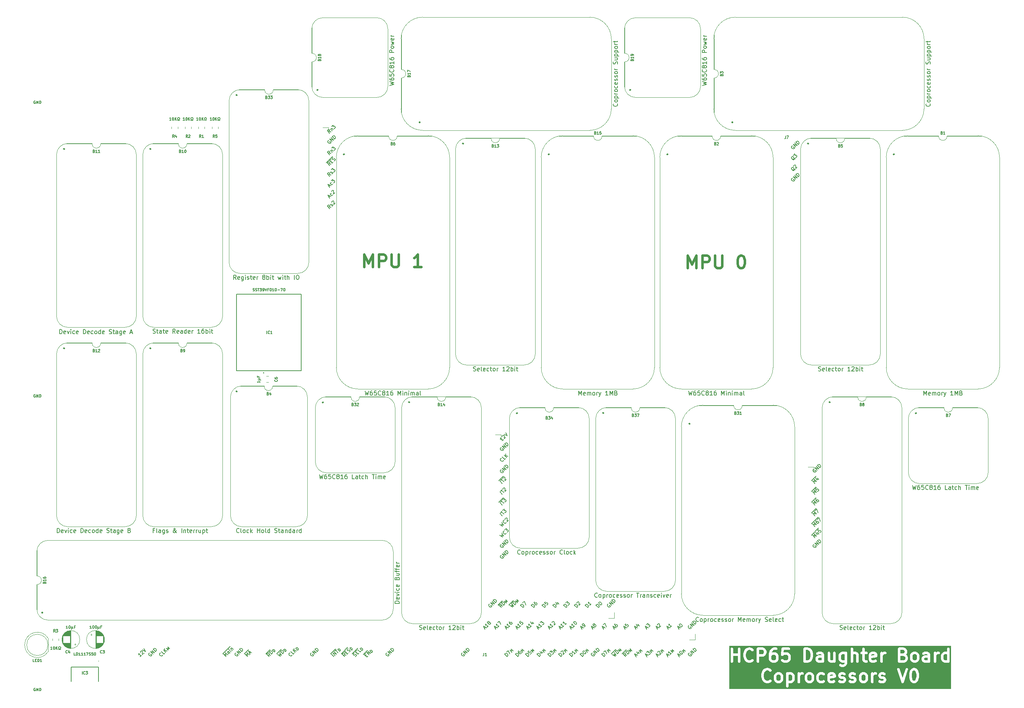
<source format=gto>
%TF.GenerationSoftware,KiCad,Pcbnew,9.0.7-9.0.7~ubuntu24.04.1*%
%TF.CreationDate,2026-01-22T12:08:57+02:00*%
%TF.ProjectId,Coprocessor Board - Main,436f7072-6f63-4657-9373-6f7220426f61,V0*%
%TF.SameCoordinates,Original*%
%TF.FileFunction,Legend,Top*%
%TF.FilePolarity,Positive*%
%FSLAX46Y46*%
G04 Gerber Fmt 4.6, Leading zero omitted, Abs format (unit mm)*
G04 Created by KiCad (PCBNEW 9.0.7-9.0.7~ubuntu24.04.1) date 2026-01-22 12:08:57*
%MOMM*%
%LPD*%
G01*
G04 APERTURE LIST*
%ADD10C,0.200000*%
%ADD11C,0.600000*%
%ADD12C,0.150000*%
%ADD13C,0.239605*%
%ADD14C,0.100000*%
%ADD15C,0.120000*%
%ADD16C,0.187000*%
G04 APERTURE END LIST*
D10*
X127013381Y5010996D02*
X127282755Y5280370D01*
X127121131Y4795497D02*
X126744007Y5549744D01*
X126744007Y5549744D02*
X127498255Y5172621D01*
X127228880Y6034617D02*
X127282755Y6088492D01*
X127282755Y6088492D02*
X127363567Y6115429D01*
X127363567Y6115429D02*
X127417442Y6115429D01*
X127417442Y6115429D02*
X127498254Y6088492D01*
X127498254Y6088492D02*
X127632941Y6007680D01*
X127632941Y6007680D02*
X127767628Y5872993D01*
X127767628Y5872993D02*
X127848441Y5738306D01*
X127848441Y5738306D02*
X127875378Y5657494D01*
X127875378Y5657494D02*
X127875378Y5603619D01*
X127875378Y5603619D02*
X127848441Y5522807D01*
X127848441Y5522807D02*
X127794566Y5468932D01*
X127794566Y5468932D02*
X127713754Y5441994D01*
X127713754Y5441994D02*
X127659879Y5441994D01*
X127659879Y5441994D02*
X127579067Y5468932D01*
X127579067Y5468932D02*
X127444380Y5549744D01*
X127444380Y5549744D02*
X127309693Y5684431D01*
X127309693Y5684431D02*
X127228880Y5819118D01*
X127228880Y5819118D02*
X127201943Y5899930D01*
X127201943Y5899930D02*
X127201943Y5953805D01*
X127201943Y5953805D02*
X127228880Y6034617D01*
X128261122Y5810498D02*
X127808573Y6263047D01*
X127808573Y6263047D02*
X128282672Y6090647D01*
X128282672Y6090647D02*
X128110272Y6564746D01*
X128110272Y6564746D02*
X128562821Y6112197D01*
X40472507Y5711369D02*
X40391694Y5684431D01*
X40391694Y5684431D02*
X40310882Y5603619D01*
X40310882Y5603619D02*
X40257007Y5495869D01*
X40257007Y5495869D02*
X40257007Y5388120D01*
X40257007Y5388120D02*
X40283945Y5307308D01*
X40283945Y5307308D02*
X40364757Y5172621D01*
X40364757Y5172621D02*
X40445569Y5091808D01*
X40445569Y5091808D02*
X40580256Y5010996D01*
X40580256Y5010996D02*
X40661068Y4984059D01*
X40661068Y4984059D02*
X40768818Y4984059D01*
X40768818Y4984059D02*
X40876568Y5037934D01*
X40876568Y5037934D02*
X40930442Y5091808D01*
X40930442Y5091808D02*
X40984317Y5199558D01*
X40984317Y5199558D02*
X40984317Y5253433D01*
X40984317Y5253433D02*
X40795755Y5441995D01*
X40795755Y5441995D02*
X40688006Y5334245D01*
X41280629Y5441995D02*
X40714943Y6007680D01*
X40714943Y6007680D02*
X41603877Y5765243D01*
X41603877Y5765243D02*
X41038192Y6330929D01*
X41873251Y6034617D02*
X41307566Y6600303D01*
X41307566Y6600303D02*
X41442253Y6734990D01*
X41442253Y6734990D02*
X41550002Y6788865D01*
X41550002Y6788865D02*
X41657752Y6788865D01*
X41657752Y6788865D02*
X41738564Y6761927D01*
X41738564Y6761927D02*
X41873251Y6681115D01*
X41873251Y6681115D02*
X41954063Y6600303D01*
X41954063Y6600303D02*
X42034876Y6465616D01*
X42034876Y6465616D02*
X42061813Y6384804D01*
X42061813Y6384804D02*
X42061813Y6277054D01*
X42061813Y6277054D02*
X42007938Y6169304D01*
X42007938Y6169304D02*
X41873251Y6034617D01*
X88862581Y11487996D02*
X89131955Y11757370D01*
X88970331Y11272497D02*
X88593207Y12026744D01*
X88593207Y12026744D02*
X89347455Y11649621D01*
X89832328Y12134494D02*
X89509079Y11811245D01*
X89670703Y11972869D02*
X89105018Y12538555D01*
X89105018Y12538555D02*
X89131955Y12403868D01*
X89131955Y12403868D02*
X89131955Y12296118D01*
X89131955Y12296118D02*
X89105018Y12215306D01*
X89778453Y13211990D02*
X89509079Y12942616D01*
X89509079Y12942616D02*
X89751516Y12646304D01*
X89751516Y12646304D02*
X89751516Y12700179D01*
X89751516Y12700179D02*
X89778453Y12780991D01*
X89778453Y12780991D02*
X89913140Y12915678D01*
X89913140Y12915678D02*
X89993952Y12942616D01*
X89993952Y12942616D02*
X90047827Y12942616D01*
X90047827Y12942616D02*
X90128639Y12915678D01*
X90128639Y12915678D02*
X90263326Y12780991D01*
X90263326Y12780991D02*
X90290264Y12700179D01*
X90290264Y12700179D02*
X90290264Y12646304D01*
X90290264Y12646304D02*
X90263326Y12565492D01*
X90263326Y12565492D02*
X90128639Y12430805D01*
X90128639Y12430805D02*
X90047827Y12403868D01*
X90047827Y12403868D02*
X89993952Y12403868D01*
X22692507Y5711369D02*
X22611694Y5684431D01*
X22611694Y5684431D02*
X22530882Y5603619D01*
X22530882Y5603619D02*
X22477007Y5495869D01*
X22477007Y5495869D02*
X22477007Y5388120D01*
X22477007Y5388120D02*
X22503945Y5307308D01*
X22503945Y5307308D02*
X22584757Y5172621D01*
X22584757Y5172621D02*
X22665569Y5091808D01*
X22665569Y5091808D02*
X22800256Y5010996D01*
X22800256Y5010996D02*
X22881068Y4984059D01*
X22881068Y4984059D02*
X22988818Y4984059D01*
X22988818Y4984059D02*
X23096568Y5037934D01*
X23096568Y5037934D02*
X23150442Y5091808D01*
X23150442Y5091808D02*
X23204317Y5199558D01*
X23204317Y5199558D02*
X23204317Y5253433D01*
X23204317Y5253433D02*
X23015755Y5441995D01*
X23015755Y5441995D02*
X22908006Y5334245D01*
X23500629Y5441995D02*
X22934943Y6007680D01*
X22934943Y6007680D02*
X23823877Y5765243D01*
X23823877Y5765243D02*
X23258192Y6330929D01*
X24093251Y6034617D02*
X23527566Y6600303D01*
X23527566Y6600303D02*
X23662253Y6734990D01*
X23662253Y6734990D02*
X23770002Y6788865D01*
X23770002Y6788865D02*
X23877752Y6788865D01*
X23877752Y6788865D02*
X23958564Y6761927D01*
X23958564Y6761927D02*
X24093251Y6681115D01*
X24093251Y6681115D02*
X24174063Y6600303D01*
X24174063Y6600303D02*
X24254876Y6465616D01*
X24254876Y6465616D02*
X24281813Y6384804D01*
X24281813Y6384804D02*
X24281813Y6277054D01*
X24281813Y6277054D02*
X24227938Y6169304D01*
X24227938Y6169304D02*
X24093251Y6034617D01*
X5424317Y5253433D02*
X5424317Y5199558D01*
X5424317Y5199558D02*
X5370442Y5091808D01*
X5370442Y5091808D02*
X5316568Y5037934D01*
X5316568Y5037934D02*
X5208818Y4984059D01*
X5208818Y4984059D02*
X5101068Y4984059D01*
X5101068Y4984059D02*
X5020256Y5010996D01*
X5020256Y5010996D02*
X4885569Y5091808D01*
X4885569Y5091808D02*
X4804757Y5172621D01*
X4804757Y5172621D02*
X4723945Y5307308D01*
X4723945Y5307308D02*
X4697007Y5388120D01*
X4697007Y5388120D02*
X4697007Y5495869D01*
X4697007Y5495869D02*
X4750882Y5603619D01*
X4750882Y5603619D02*
X4804757Y5657494D01*
X4804757Y5657494D02*
X4912507Y5711369D01*
X4912507Y5711369D02*
X4966381Y5711369D01*
X5990003Y5711369D02*
X5720629Y5441995D01*
X5720629Y5441995D02*
X5154943Y6007680D01*
X6178564Y5899930D02*
X5612879Y6465616D01*
X6501813Y6223179D02*
X5936128Y6303991D01*
X5936128Y6788865D02*
X5936128Y6142367D01*
X6779807Y6376184D02*
X6327259Y6828732D01*
X6327259Y6828732D02*
X6801357Y6656333D01*
X6801357Y6656333D02*
X6628958Y7130431D01*
X6628958Y7130431D02*
X7081506Y6677883D01*
X108101143Y16433309D02*
X107535458Y16998995D01*
X107535458Y16998995D02*
X107670145Y17133682D01*
X107670145Y17133682D02*
X107777894Y17187556D01*
X107777894Y17187556D02*
X107885644Y17187556D01*
X107885644Y17187556D02*
X107966456Y17160619D01*
X107966456Y17160619D02*
X108101143Y17079807D01*
X108101143Y17079807D02*
X108181955Y16998995D01*
X108181955Y16998995D02*
X108262768Y16864308D01*
X108262768Y16864308D02*
X108289705Y16783495D01*
X108289705Y16783495D02*
X108289705Y16675746D01*
X108289705Y16675746D02*
X108235830Y16567996D01*
X108235830Y16567996D02*
X108101143Y16433309D01*
X108208893Y17672430D02*
X108262768Y17726304D01*
X108262768Y17726304D02*
X108343580Y17753242D01*
X108343580Y17753242D02*
X108397455Y17753242D01*
X108397455Y17753242D02*
X108478267Y17726304D01*
X108478267Y17726304D02*
X108612954Y17645492D01*
X108612954Y17645492D02*
X108747641Y17510805D01*
X108747641Y17510805D02*
X108828453Y17376118D01*
X108828453Y17376118D02*
X108855390Y17295306D01*
X108855390Y17295306D02*
X108855390Y17241431D01*
X108855390Y17241431D02*
X108828453Y17160619D01*
X108828453Y17160619D02*
X108774578Y17106744D01*
X108774578Y17106744D02*
X108693766Y17079807D01*
X108693766Y17079807D02*
X108639891Y17079807D01*
X108639891Y17079807D02*
X108559079Y17106744D01*
X108559079Y17106744D02*
X108424392Y17187556D01*
X108424392Y17187556D02*
X108289705Y17322243D01*
X108289705Y17322243D02*
X108208893Y17456930D01*
X108208893Y17456930D02*
X108181955Y17537743D01*
X108181955Y17537743D02*
X108181955Y17591617D01*
X108181955Y17591617D02*
X108208893Y17672430D01*
X154456068Y119676632D02*
X154375255Y119649695D01*
X154375255Y119649695D02*
X154267506Y119649695D01*
X154267506Y119649695D02*
X154105881Y119649695D01*
X154105881Y119649695D02*
X154025069Y119622757D01*
X154025069Y119622757D02*
X153971194Y119568882D01*
X154132819Y119461133D02*
X154052007Y119434195D01*
X154052007Y119434195D02*
X153944257Y119434195D01*
X153944257Y119434195D02*
X153809570Y119515008D01*
X153809570Y119515008D02*
X153621008Y119703569D01*
X153621008Y119703569D02*
X153540196Y119838256D01*
X153540196Y119838256D02*
X153540196Y119946006D01*
X153540196Y119946006D02*
X153567133Y120026818D01*
X153567133Y120026818D02*
X153674883Y120134568D01*
X153674883Y120134568D02*
X153755695Y120161505D01*
X153755695Y120161505D02*
X153863445Y120161505D01*
X153863445Y120161505D02*
X153998132Y120080693D01*
X153998132Y120080693D02*
X154186694Y119892131D01*
X154186694Y119892131D02*
X154267506Y119757444D01*
X154267506Y119757444D02*
X154267506Y119649695D01*
X154267506Y119649695D02*
X154240568Y119568882D01*
X154240568Y119568882D02*
X154132819Y119461133D01*
X154078944Y120430879D02*
X154078944Y120484754D01*
X154078944Y120484754D02*
X154105881Y120565566D01*
X154105881Y120565566D02*
X154240568Y120700253D01*
X154240568Y120700253D02*
X154321380Y120727191D01*
X154321380Y120727191D02*
X154375255Y120727191D01*
X154375255Y120727191D02*
X154456067Y120700253D01*
X154456067Y120700253D02*
X154509942Y120646378D01*
X154509942Y120646378D02*
X154563817Y120538629D01*
X154563817Y120538629D02*
X154563817Y119892131D01*
X154563817Y119892131D02*
X154914003Y120242317D01*
X100481143Y16433309D02*
X99915458Y16998995D01*
X99915458Y16998995D02*
X100050145Y17133682D01*
X100050145Y17133682D02*
X100157894Y17187556D01*
X100157894Y17187556D02*
X100265644Y17187556D01*
X100265644Y17187556D02*
X100346456Y17160619D01*
X100346456Y17160619D02*
X100481143Y17079807D01*
X100481143Y17079807D02*
X100561955Y16998995D01*
X100561955Y16998995D02*
X100642768Y16864308D01*
X100642768Y16864308D02*
X100669705Y16783495D01*
X100669705Y16783495D02*
X100669705Y16675746D01*
X100669705Y16675746D02*
X100615830Y16567996D01*
X100615830Y16567996D02*
X100481143Y16433309D01*
X100427268Y17510805D02*
X100777455Y17860991D01*
X100777455Y17860991D02*
X100804392Y17456930D01*
X100804392Y17456930D02*
X100885204Y17537743D01*
X100885204Y17537743D02*
X100966016Y17564680D01*
X100966016Y17564680D02*
X101019891Y17564680D01*
X101019891Y17564680D02*
X101100703Y17537743D01*
X101100703Y17537743D02*
X101235390Y17403056D01*
X101235390Y17403056D02*
X101262328Y17322243D01*
X101262328Y17322243D02*
X101262328Y17268369D01*
X101262328Y17268369D02*
X101235390Y17187556D01*
X101235390Y17187556D02*
X101073766Y17025932D01*
X101073766Y17025932D02*
X100992954Y16998995D01*
X100992954Y16998995D02*
X100939079Y16998995D01*
X85445069Y38073383D02*
X84879384Y38639069D01*
X85067945Y38827630D02*
X85391194Y39150879D01*
X85795255Y38423569D02*
X85229570Y38989255D01*
X85525881Y39285566D02*
X85876067Y39635752D01*
X85876067Y39635752D02*
X85903005Y39231691D01*
X85903005Y39231691D02*
X85983817Y39312504D01*
X85983817Y39312504D02*
X86064629Y39339441D01*
X86064629Y39339441D02*
X86118504Y39339441D01*
X86118504Y39339441D02*
X86199316Y39312504D01*
X86199316Y39312504D02*
X86334003Y39177817D01*
X86334003Y39177817D02*
X86360941Y39097004D01*
X86360941Y39097004D02*
X86360941Y39043130D01*
X86360941Y39043130D02*
X86334003Y38962317D01*
X86334003Y38962317D02*
X86172379Y38800693D01*
X86172379Y38800693D02*
X86091567Y38773756D01*
X86091567Y38773756D02*
X86037692Y38773756D01*
X109182581Y11487996D02*
X109451955Y11757370D01*
X109290331Y11272497D02*
X108913207Y12026744D01*
X108913207Y12026744D02*
X109667455Y11649621D01*
X109236456Y12349993D02*
X109613580Y12727116D01*
X109613580Y12727116D02*
X109936828Y11918994D01*
D11*
X52920143Y96687342D02*
X52920143Y99687342D01*
X52920143Y99687342D02*
X53920143Y97544485D01*
X53920143Y97544485D02*
X54920143Y99687342D01*
X54920143Y99687342D02*
X54920143Y96687342D01*
X56348714Y96687342D02*
X56348714Y99687342D01*
X56348714Y99687342D02*
X57491571Y99687342D01*
X57491571Y99687342D02*
X57777286Y99544485D01*
X57777286Y99544485D02*
X57920143Y99401628D01*
X57920143Y99401628D02*
X58063000Y99115914D01*
X58063000Y99115914D02*
X58063000Y98687342D01*
X58063000Y98687342D02*
X57920143Y98401628D01*
X57920143Y98401628D02*
X57777286Y98258771D01*
X57777286Y98258771D02*
X57491571Y98115914D01*
X57491571Y98115914D02*
X56348714Y98115914D01*
X59348714Y99687342D02*
X59348714Y97258771D01*
X59348714Y97258771D02*
X59491571Y96973057D01*
X59491571Y96973057D02*
X59634429Y96830200D01*
X59634429Y96830200D02*
X59920143Y96687342D01*
X59920143Y96687342D02*
X60491571Y96687342D01*
X60491571Y96687342D02*
X60777286Y96830200D01*
X60777286Y96830200D02*
X60920143Y96973057D01*
X60920143Y96973057D02*
X61063000Y97258771D01*
X61063000Y97258771D02*
X61063000Y99687342D01*
X66348714Y96687342D02*
X64634428Y96687342D01*
X65491571Y96687342D02*
X65491571Y99687342D01*
X65491571Y99687342D02*
X65205857Y99258771D01*
X65205857Y99258771D02*
X64920142Y98973057D01*
X64920142Y98973057D02*
X64634428Y98830200D01*
D10*
X124346381Y5010996D02*
X124615755Y5280370D01*
X124454131Y4795497D02*
X124077007Y5549744D01*
X124077007Y5549744D02*
X124831255Y5172621D01*
X125316128Y5657494D02*
X124992879Y5334245D01*
X125154503Y5495869D02*
X124588818Y6061555D01*
X124588818Y6061555D02*
X124615755Y5926868D01*
X124615755Y5926868D02*
X124615755Y5819118D01*
X124615755Y5819118D02*
X124588818Y5738306D01*
X125594122Y5810498D02*
X125141573Y6263047D01*
X125141573Y6263047D02*
X125615672Y6090647D01*
X125615672Y6090647D02*
X125443272Y6564746D01*
X125443272Y6564746D02*
X125895821Y6112197D01*
X126962581Y11487996D02*
X127231955Y11757370D01*
X127070331Y11272497D02*
X126693207Y12026744D01*
X126693207Y12026744D02*
X127447455Y11649621D01*
X127178080Y12511617D02*
X127231955Y12565492D01*
X127231955Y12565492D02*
X127312767Y12592429D01*
X127312767Y12592429D02*
X127366642Y12592429D01*
X127366642Y12592429D02*
X127447454Y12565492D01*
X127447454Y12565492D02*
X127582141Y12484680D01*
X127582141Y12484680D02*
X127716828Y12349993D01*
X127716828Y12349993D02*
X127797641Y12215306D01*
X127797641Y12215306D02*
X127824578Y12134494D01*
X127824578Y12134494D02*
X127824578Y12080619D01*
X127824578Y12080619D02*
X127797641Y11999807D01*
X127797641Y11999807D02*
X127743766Y11945932D01*
X127743766Y11945932D02*
X127662954Y11918994D01*
X127662954Y11918994D02*
X127609079Y11918994D01*
X127609079Y11918994D02*
X127528267Y11945932D01*
X127528267Y11945932D02*
X127393580Y12026744D01*
X127393580Y12026744D02*
X127258893Y12161431D01*
X127258893Y12161431D02*
X127178080Y12296118D01*
X127178080Y12296118D02*
X127151143Y12376930D01*
X127151143Y12376930D02*
X127151143Y12430805D01*
X127151143Y12430805D02*
X127178080Y12511617D01*
X99261943Y4876309D02*
X98696258Y5441995D01*
X98696258Y5441995D02*
X98830945Y5576682D01*
X98830945Y5576682D02*
X98938694Y5630556D01*
X98938694Y5630556D02*
X99046444Y5630556D01*
X99046444Y5630556D02*
X99127256Y5603619D01*
X99127256Y5603619D02*
X99261943Y5522807D01*
X99261943Y5522807D02*
X99342755Y5441995D01*
X99342755Y5441995D02*
X99423568Y5307308D01*
X99423568Y5307308D02*
X99450505Y5226495D01*
X99450505Y5226495D02*
X99450505Y5118746D01*
X99450505Y5118746D02*
X99396630Y5010996D01*
X99396630Y5010996D02*
X99261943Y4876309D01*
X99288881Y5926868D02*
X99288881Y5980743D01*
X99288881Y5980743D02*
X99315818Y6061555D01*
X99315818Y6061555D02*
X99450505Y6196242D01*
X99450505Y6196242D02*
X99531317Y6223179D01*
X99531317Y6223179D02*
X99585192Y6223179D01*
X99585192Y6223179D02*
X99666004Y6196242D01*
X99666004Y6196242D02*
X99719879Y6142367D01*
X99719879Y6142367D02*
X99773754Y6034617D01*
X99773754Y6034617D02*
X99773754Y5388120D01*
X99773754Y5388120D02*
X100123940Y5738306D01*
X100401934Y5891311D02*
X99949386Y6343859D01*
X99949386Y6343859D02*
X100423484Y6171460D01*
X100423484Y6171460D02*
X100251085Y6645558D01*
X100251085Y6645558D02*
X100703633Y6193010D01*
X153782633Y117648443D02*
X153701820Y117621505D01*
X153701820Y117621505D02*
X153621008Y117540693D01*
X153621008Y117540693D02*
X153567133Y117432943D01*
X153567133Y117432943D02*
X153567133Y117325194D01*
X153567133Y117325194D02*
X153594071Y117244382D01*
X153594071Y117244382D02*
X153674883Y117109695D01*
X153674883Y117109695D02*
X153755695Y117028882D01*
X153755695Y117028882D02*
X153890382Y116948070D01*
X153890382Y116948070D02*
X153971194Y116921133D01*
X153971194Y116921133D02*
X154078944Y116921133D01*
X154078944Y116921133D02*
X154186694Y116975008D01*
X154186694Y116975008D02*
X154240568Y117028882D01*
X154240568Y117028882D02*
X154294443Y117136632D01*
X154294443Y117136632D02*
X154294443Y117190507D01*
X154294443Y117190507D02*
X154105881Y117379069D01*
X154105881Y117379069D02*
X153998132Y117271319D01*
X154590755Y117379069D02*
X154025069Y117944754D01*
X154025069Y117944754D02*
X154914003Y117702317D01*
X154914003Y117702317D02*
X154348318Y118268003D01*
X155183377Y117971691D02*
X154617692Y118537377D01*
X154617692Y118537377D02*
X154752379Y118672064D01*
X154752379Y118672064D02*
X154860128Y118725939D01*
X154860128Y118725939D02*
X154967878Y118725939D01*
X154967878Y118725939D02*
X155048690Y118699001D01*
X155048690Y118699001D02*
X155183377Y118618189D01*
X155183377Y118618189D02*
X155264189Y118537377D01*
X155264189Y118537377D02*
X155345002Y118402690D01*
X155345002Y118402690D02*
X155371939Y118321878D01*
X155371939Y118321878D02*
X155371939Y118214128D01*
X155371939Y118214128D02*
X155318064Y118106378D01*
X155318064Y118106378D02*
X155183377Y117971691D01*
X95401143Y16433309D02*
X94835458Y16998995D01*
X94835458Y16998995D02*
X94970145Y17133682D01*
X94970145Y17133682D02*
X95077894Y17187556D01*
X95077894Y17187556D02*
X95185644Y17187556D01*
X95185644Y17187556D02*
X95266456Y17160619D01*
X95266456Y17160619D02*
X95401143Y17079807D01*
X95401143Y17079807D02*
X95481955Y16998995D01*
X95481955Y16998995D02*
X95562768Y16864308D01*
X95562768Y16864308D02*
X95589705Y16783495D01*
X95589705Y16783495D02*
X95589705Y16675746D01*
X95589705Y16675746D02*
X95535830Y16567996D01*
X95535830Y16567996D02*
X95401143Y16433309D01*
X95670517Y17834054D02*
X95401143Y17564680D01*
X95401143Y17564680D02*
X95643580Y17268369D01*
X95643580Y17268369D02*
X95643580Y17322243D01*
X95643580Y17322243D02*
X95670517Y17403056D01*
X95670517Y17403056D02*
X95805204Y17537743D01*
X95805204Y17537743D02*
X95886016Y17564680D01*
X95886016Y17564680D02*
X95939891Y17564680D01*
X95939891Y17564680D02*
X96020703Y17537743D01*
X96020703Y17537743D02*
X96155390Y17403056D01*
X96155390Y17403056D02*
X96182328Y17322243D01*
X96182328Y17322243D02*
X96182328Y17268369D01*
X96182328Y17268369D02*
X96155390Y17187556D01*
X96155390Y17187556D02*
X96020703Y17052869D01*
X96020703Y17052869D02*
X95939891Y17025932D01*
X95939891Y17025932D02*
X95886016Y17025932D01*
X498255Y5172621D02*
X175006Y4849372D01*
X336630Y5010996D02*
X-229054Y5576682D01*
X-229054Y5576682D02*
X-202117Y5441995D01*
X-202117Y5441995D02*
X-202117Y5334245D01*
X-202117Y5334245D02*
X-229054Y5253433D01*
X201943Y5899931D02*
X201943Y5953805D01*
X201943Y5953805D02*
X228881Y6034618D01*
X228881Y6034618D02*
X363568Y6169305D01*
X363568Y6169305D02*
X444380Y6196242D01*
X444380Y6196242D02*
X498255Y6196242D01*
X498255Y6196242D02*
X579067Y6169305D01*
X579067Y6169305D02*
X632942Y6115430D01*
X632942Y6115430D02*
X686817Y6007680D01*
X686817Y6007680D02*
X686817Y5361183D01*
X686817Y5361183D02*
X1037003Y5711369D01*
X632942Y6438679D02*
X1387189Y6061555D01*
X1387189Y6061555D02*
X1010066Y6815802D01*
X85714443Y51150507D02*
X85714443Y51096632D01*
X85714443Y51096632D02*
X85660568Y50988882D01*
X85660568Y50988882D02*
X85606694Y50935008D01*
X85606694Y50935008D02*
X85498944Y50881133D01*
X85498944Y50881133D02*
X85391194Y50881133D01*
X85391194Y50881133D02*
X85310382Y50908070D01*
X85310382Y50908070D02*
X85175695Y50988882D01*
X85175695Y50988882D02*
X85094883Y51069695D01*
X85094883Y51069695D02*
X85014071Y51204382D01*
X85014071Y51204382D02*
X84987133Y51285194D01*
X84987133Y51285194D02*
X84987133Y51392943D01*
X84987133Y51392943D02*
X85041008Y51500693D01*
X85041008Y51500693D02*
X85094883Y51554568D01*
X85094883Y51554568D02*
X85202633Y51608443D01*
X85202633Y51608443D02*
X85256507Y51608443D01*
X86280129Y51608443D02*
X86010755Y51339069D01*
X86010755Y51339069D02*
X85445069Y51904754D01*
X86468690Y51797004D02*
X85903005Y52362690D01*
X86791939Y52120253D02*
X86226254Y52201065D01*
X86226254Y52685939D02*
X86226254Y52039441D01*
X81242581Y11487996D02*
X81511955Y11757370D01*
X81350331Y11272497D02*
X80973207Y12026744D01*
X80973207Y12026744D02*
X81727455Y11649621D01*
X82212328Y12134494D02*
X81889079Y11811245D01*
X82050703Y11972869D02*
X81485018Y12538555D01*
X81485018Y12538555D02*
X81511955Y12403868D01*
X81511955Y12403868D02*
X81511955Y12296118D01*
X81511955Y12296118D02*
X81485018Y12215306D01*
X82212328Y12780991D02*
X82131516Y12754054D01*
X82131516Y12754054D02*
X82077641Y12754054D01*
X82077641Y12754054D02*
X81996829Y12780991D01*
X81996829Y12780991D02*
X81969891Y12807929D01*
X81969891Y12807929D02*
X81942954Y12888741D01*
X81942954Y12888741D02*
X81942954Y12942616D01*
X81942954Y12942616D02*
X81969891Y13023428D01*
X81969891Y13023428D02*
X82077641Y13131178D01*
X82077641Y13131178D02*
X82158453Y13158115D01*
X82158453Y13158115D02*
X82212328Y13158115D01*
X82212328Y13158115D02*
X82293140Y13131178D01*
X82293140Y13131178D02*
X82320077Y13104240D01*
X82320077Y13104240D02*
X82347015Y13023428D01*
X82347015Y13023428D02*
X82347015Y12969553D01*
X82347015Y12969553D02*
X82320077Y12888741D01*
X82320077Y12888741D02*
X82212328Y12780991D01*
X82212328Y12780991D02*
X82185390Y12700179D01*
X82185390Y12700179D02*
X82185390Y12646304D01*
X82185390Y12646304D02*
X82212328Y12565492D01*
X82212328Y12565492D02*
X82320077Y12457743D01*
X82320077Y12457743D02*
X82400890Y12430805D01*
X82400890Y12430805D02*
X82454764Y12430805D01*
X82454764Y12430805D02*
X82535577Y12457743D01*
X82535577Y12457743D02*
X82643326Y12565492D01*
X82643326Y12565492D02*
X82670264Y12646304D01*
X82670264Y12646304D02*
X82670264Y12700179D01*
X82670264Y12700179D02*
X82643326Y12780991D01*
X82643326Y12780991D02*
X82535577Y12888741D01*
X82535577Y12888741D02*
X82454764Y12915678D01*
X82454764Y12915678D02*
X82400890Y12915678D01*
X82400890Y12915678D02*
X82320077Y12888741D01*
X96482581Y11487996D02*
X96751955Y11757370D01*
X96590331Y11272497D02*
X96213207Y12026744D01*
X96213207Y12026744D02*
X96967455Y11649621D01*
X97452328Y12134494D02*
X97129079Y11811245D01*
X97290703Y11972869D02*
X96725018Y12538555D01*
X96725018Y12538555D02*
X96751955Y12403868D01*
X96751955Y12403868D02*
X96751955Y12296118D01*
X96751955Y12296118D02*
X96725018Y12215306D01*
X97156016Y12861804D02*
X97156016Y12915678D01*
X97156016Y12915678D02*
X97182954Y12996491D01*
X97182954Y12996491D02*
X97317641Y13131178D01*
X97317641Y13131178D02*
X97398453Y13158115D01*
X97398453Y13158115D02*
X97452328Y13158115D01*
X97452328Y13158115D02*
X97533140Y13131178D01*
X97533140Y13131178D02*
X97587015Y13077303D01*
X97587015Y13077303D02*
X97640890Y12969553D01*
X97640890Y12969553D02*
X97640890Y12323056D01*
X97640890Y12323056D02*
X97991076Y12673242D01*
X114825192Y5199558D02*
X114367256Y5280370D01*
X114501943Y4876309D02*
X113936258Y5441995D01*
X113936258Y5441995D02*
X114151757Y5657494D01*
X114151757Y5657494D02*
X114232569Y5684431D01*
X114232569Y5684431D02*
X114286444Y5684431D01*
X114286444Y5684431D02*
X114367256Y5657494D01*
X114367256Y5657494D02*
X114448068Y5576682D01*
X114448068Y5576682D02*
X114475006Y5495869D01*
X114475006Y5495869D02*
X114475006Y5441995D01*
X114475006Y5441995D02*
X114448068Y5361182D01*
X114448068Y5361182D02*
X114232569Y5145683D01*
X115067629Y5441995D02*
X114501943Y6007680D01*
X114501943Y6007680D02*
X114636630Y6142367D01*
X114636630Y6142367D02*
X114744380Y6196242D01*
X114744380Y6196242D02*
X114852129Y6196242D01*
X114852129Y6196242D02*
X114932942Y6169304D01*
X114932942Y6169304D02*
X115067629Y6088492D01*
X115067629Y6088492D02*
X115148441Y6007680D01*
X115148441Y6007680D02*
X115229253Y5872993D01*
X115229253Y5872993D02*
X115256190Y5792181D01*
X115256190Y5792181D02*
X115256190Y5684431D01*
X115256190Y5684431D02*
X115202316Y5576682D01*
X115202316Y5576682D02*
X115067629Y5441995D01*
X113701094Y5520921D02*
X114719328Y6539155D01*
X115668871Y5918248D02*
X115216323Y6370796D01*
X115216323Y6370796D02*
X115690421Y6198397D01*
X115690421Y6198397D02*
X115518022Y6672495D01*
X115518022Y6672495D02*
X115970570Y6219947D01*
X159105069Y40613383D02*
X158539384Y41179069D01*
X158539384Y41179069D02*
X159132007Y40963569D01*
X159132007Y40963569D02*
X158916507Y41556192D01*
X158916507Y41556192D02*
X159482193Y40990507D01*
X159428318Y42068003D02*
X159320569Y41960254D01*
X159320569Y41960254D02*
X159293631Y41879441D01*
X159293631Y41879441D02*
X159293631Y41825567D01*
X159293631Y41825567D02*
X159320569Y41690880D01*
X159320569Y41690880D02*
X159401381Y41556193D01*
X159401381Y41556193D02*
X159616880Y41340693D01*
X159616880Y41340693D02*
X159697692Y41313756D01*
X159697692Y41313756D02*
X159751567Y41313756D01*
X159751567Y41313756D02*
X159832379Y41340693D01*
X159832379Y41340693D02*
X159940129Y41448443D01*
X159940129Y41448443D02*
X159967066Y41529255D01*
X159967066Y41529255D02*
X159967066Y41583130D01*
X159967066Y41583130D02*
X159940129Y41663942D01*
X159940129Y41663942D02*
X159805442Y41798629D01*
X159805442Y41798629D02*
X159724630Y41825567D01*
X159724630Y41825567D02*
X159670755Y41825567D01*
X159670755Y41825567D02*
X159589943Y41798629D01*
X159589943Y41798629D02*
X159482193Y41690880D01*
X159482193Y41690880D02*
X159455256Y41610067D01*
X159455256Y41610067D02*
X159455256Y41556193D01*
X159455256Y41556193D02*
X159482193Y41475380D01*
X158304220Y41257995D02*
X159376329Y42330104D01*
X103021143Y16433309D02*
X102455458Y16998995D01*
X102455458Y16998995D02*
X102590145Y17133682D01*
X102590145Y17133682D02*
X102697894Y17187556D01*
X102697894Y17187556D02*
X102805644Y17187556D01*
X102805644Y17187556D02*
X102886456Y17160619D01*
X102886456Y17160619D02*
X103021143Y17079807D01*
X103021143Y17079807D02*
X103101955Y16998995D01*
X103101955Y16998995D02*
X103182768Y16864308D01*
X103182768Y16864308D02*
X103209705Y16783495D01*
X103209705Y16783495D02*
X103209705Y16675746D01*
X103209705Y16675746D02*
X103155830Y16567996D01*
X103155830Y16567996D02*
X103021143Y16433309D01*
X103048081Y17483868D02*
X103048081Y17537743D01*
X103048081Y17537743D02*
X103075018Y17618555D01*
X103075018Y17618555D02*
X103209705Y17753242D01*
X103209705Y17753242D02*
X103290517Y17780179D01*
X103290517Y17780179D02*
X103344392Y17780179D01*
X103344392Y17780179D02*
X103425204Y17753242D01*
X103425204Y17753242D02*
X103479079Y17699367D01*
X103479079Y17699367D02*
X103532954Y17591617D01*
X103532954Y17591617D02*
X103532954Y16945120D01*
X103532954Y16945120D02*
X103883140Y17295306D01*
X111342383Y5388120D02*
X112042755Y4957121D01*
X112042755Y4957121D02*
X111746444Y5468932D01*
X111746444Y5468932D02*
X112258255Y5172621D01*
X112258255Y5172621D02*
X111827256Y5872993D01*
X112608441Y5522807D02*
X112042756Y6088492D01*
X112042756Y6088492D02*
X112177443Y6223179D01*
X112177443Y6223179D02*
X112285192Y6277054D01*
X112285192Y6277054D02*
X112392942Y6277054D01*
X112392942Y6277054D02*
X112473754Y6250117D01*
X112473754Y6250117D02*
X112608441Y6169305D01*
X112608441Y6169305D02*
X112689253Y6088492D01*
X112689253Y6088492D02*
X112770065Y5953805D01*
X112770065Y5953805D02*
X112797003Y5872993D01*
X112797003Y5872993D02*
X112797003Y5765244D01*
X112797003Y5765244D02*
X112743128Y5657494D01*
X112743128Y5657494D02*
X112608441Y5522807D01*
X111161094Y5520921D02*
X112260140Y6619967D01*
X113209684Y5999060D02*
X112757135Y6451609D01*
X112757135Y6451609D02*
X113231234Y6279209D01*
X113231234Y6279209D02*
X113058834Y6753308D01*
X113058834Y6753308D02*
X113511383Y6300759D01*
D11*
X129120143Y96433342D02*
X129120143Y99433342D01*
X129120143Y99433342D02*
X130120143Y97290485D01*
X130120143Y97290485D02*
X131120143Y99433342D01*
X131120143Y99433342D02*
X131120143Y96433342D01*
X132548714Y96433342D02*
X132548714Y99433342D01*
X132548714Y99433342D02*
X133691571Y99433342D01*
X133691571Y99433342D02*
X133977286Y99290485D01*
X133977286Y99290485D02*
X134120143Y99147628D01*
X134120143Y99147628D02*
X134263000Y98861914D01*
X134263000Y98861914D02*
X134263000Y98433342D01*
X134263000Y98433342D02*
X134120143Y98147628D01*
X134120143Y98147628D02*
X133977286Y98004771D01*
X133977286Y98004771D02*
X133691571Y97861914D01*
X133691571Y97861914D02*
X132548714Y97861914D01*
X135548714Y99433342D02*
X135548714Y97004771D01*
X135548714Y97004771D02*
X135691571Y96719057D01*
X135691571Y96719057D02*
X135834429Y96576200D01*
X135834429Y96576200D02*
X136120143Y96433342D01*
X136120143Y96433342D02*
X136691571Y96433342D01*
X136691571Y96433342D02*
X136977286Y96576200D01*
X136977286Y96576200D02*
X137120143Y96719057D01*
X137120143Y96719057D02*
X137263000Y97004771D01*
X137263000Y97004771D02*
X137263000Y99433342D01*
X141548714Y99433342D02*
X141834428Y99433342D01*
X141834428Y99433342D02*
X142120142Y99290485D01*
X142120142Y99290485D02*
X142263000Y99147628D01*
X142263000Y99147628D02*
X142405857Y98861914D01*
X142405857Y98861914D02*
X142548714Y98290485D01*
X142548714Y98290485D02*
X142548714Y97576200D01*
X142548714Y97576200D02*
X142405857Y97004771D01*
X142405857Y97004771D02*
X142263000Y96719057D01*
X142263000Y96719057D02*
X142120142Y96576200D01*
X142120142Y96576200D02*
X141834428Y96433342D01*
X141834428Y96433342D02*
X141548714Y96433342D01*
X141548714Y96433342D02*
X141263000Y96576200D01*
X141263000Y96576200D02*
X141120142Y96719057D01*
X141120142Y96719057D02*
X140977285Y97004771D01*
X140977285Y97004771D02*
X140834428Y97576200D01*
X140834428Y97576200D02*
X140834428Y98290485D01*
X140834428Y98290485D02*
X140977285Y98861914D01*
X140977285Y98861914D02*
X141120142Y99147628D01*
X141120142Y99147628D02*
X141263000Y99290485D01*
X141263000Y99290485D02*
X141548714Y99433342D01*
D10*
X45128318Y120946632D02*
X44670382Y121027444D01*
X44805069Y120623383D02*
X44239384Y121189069D01*
X44239384Y121189069D02*
X44454883Y121404568D01*
X44454883Y121404568D02*
X44535695Y121431505D01*
X44535695Y121431505D02*
X44589570Y121431505D01*
X44589570Y121431505D02*
X44670382Y121404568D01*
X44670382Y121404568D02*
X44751194Y121323756D01*
X44751194Y121323756D02*
X44778132Y121242943D01*
X44778132Y121242943D02*
X44778132Y121189069D01*
X44778132Y121189069D02*
X44751194Y121108256D01*
X44751194Y121108256D02*
X44535695Y120892757D01*
X45074443Y121485380D02*
X45263005Y121673942D01*
X45640129Y121458443D02*
X45370755Y121189069D01*
X45370755Y121189069D02*
X44805069Y121754754D01*
X44805069Y121754754D02*
X45074443Y122024128D01*
X45828691Y121700880D02*
X45936440Y121754754D01*
X45936440Y121754754D02*
X46071127Y121889441D01*
X46071127Y121889441D02*
X46098065Y121970254D01*
X46098065Y121970254D02*
X46098065Y122024128D01*
X46098065Y122024128D02*
X46071127Y122104941D01*
X46071127Y122104941D02*
X46017253Y122158815D01*
X46017253Y122158815D02*
X45936440Y122185753D01*
X45936440Y122185753D02*
X45882566Y122185753D01*
X45882566Y122185753D02*
X45801753Y122158815D01*
X45801753Y122158815D02*
X45667066Y122078003D01*
X45667066Y122078003D02*
X45586254Y122051066D01*
X45586254Y122051066D02*
X45532379Y122051066D01*
X45532379Y122051066D02*
X45451567Y122078003D01*
X45451567Y122078003D02*
X45397692Y122131878D01*
X45397692Y122131878D02*
X45370755Y122212690D01*
X45370755Y122212690D02*
X45370755Y122266565D01*
X45370755Y122266565D02*
X45397692Y122347377D01*
X45397692Y122347377D02*
X45532379Y122482064D01*
X45532379Y122482064D02*
X45640129Y122535939D01*
X44004220Y121267995D02*
X45507328Y122771103D01*
X101801943Y4876309D02*
X101236258Y5441995D01*
X101236258Y5441995D02*
X101370945Y5576682D01*
X101370945Y5576682D02*
X101478694Y5630556D01*
X101478694Y5630556D02*
X101586444Y5630556D01*
X101586444Y5630556D02*
X101667256Y5603619D01*
X101667256Y5603619D02*
X101801943Y5522807D01*
X101801943Y5522807D02*
X101882755Y5441995D01*
X101882755Y5441995D02*
X101963568Y5307308D01*
X101963568Y5307308D02*
X101990505Y5226495D01*
X101990505Y5226495D02*
X101990505Y5118746D01*
X101990505Y5118746D02*
X101936630Y5010996D01*
X101936630Y5010996D02*
X101801943Y4876309D01*
X102663940Y5738306D02*
X102340691Y5415057D01*
X102502316Y5576682D02*
X101936630Y6142367D01*
X101936630Y6142367D02*
X101963568Y6007680D01*
X101963568Y6007680D02*
X101963568Y5899930D01*
X101963568Y5899930D02*
X101936630Y5819118D01*
X102941934Y5891311D02*
X102489386Y6343859D01*
X102489386Y6343859D02*
X102963484Y6171460D01*
X102963484Y6171460D02*
X102791085Y6645558D01*
X102791085Y6645558D02*
X103243633Y6193010D01*
X86561943Y4876309D02*
X85996258Y5441995D01*
X85996258Y5441995D02*
X86130945Y5576682D01*
X86130945Y5576682D02*
X86238694Y5630556D01*
X86238694Y5630556D02*
X86346444Y5630556D01*
X86346444Y5630556D02*
X86427256Y5603619D01*
X86427256Y5603619D02*
X86561943Y5522807D01*
X86561943Y5522807D02*
X86642755Y5441995D01*
X86642755Y5441995D02*
X86723568Y5307308D01*
X86723568Y5307308D02*
X86750505Y5226495D01*
X86750505Y5226495D02*
X86750505Y5118746D01*
X86750505Y5118746D02*
X86696630Y5010996D01*
X86696630Y5010996D02*
X86561943Y4876309D01*
X86508068Y5953805D02*
X86885192Y6330929D01*
X86885192Y6330929D02*
X87208441Y5522807D01*
X87701934Y5891311D02*
X87249386Y6343859D01*
X87249386Y6343859D02*
X87723484Y6171460D01*
X87723484Y6171460D02*
X87551085Y6645558D01*
X87551085Y6645558D02*
X88003633Y6193010D01*
X85202633Y28748443D02*
X85121820Y28721505D01*
X85121820Y28721505D02*
X85041008Y28640693D01*
X85041008Y28640693D02*
X84987133Y28532943D01*
X84987133Y28532943D02*
X84987133Y28425194D01*
X84987133Y28425194D02*
X85014071Y28344382D01*
X85014071Y28344382D02*
X85094883Y28209695D01*
X85094883Y28209695D02*
X85175695Y28128882D01*
X85175695Y28128882D02*
X85310382Y28048070D01*
X85310382Y28048070D02*
X85391194Y28021133D01*
X85391194Y28021133D02*
X85498944Y28021133D01*
X85498944Y28021133D02*
X85606694Y28075008D01*
X85606694Y28075008D02*
X85660568Y28128882D01*
X85660568Y28128882D02*
X85714443Y28236632D01*
X85714443Y28236632D02*
X85714443Y28290507D01*
X85714443Y28290507D02*
X85525881Y28479069D01*
X85525881Y28479069D02*
X85418132Y28371319D01*
X86010755Y28479069D02*
X85445069Y29044754D01*
X85445069Y29044754D02*
X86334003Y28802317D01*
X86334003Y28802317D02*
X85768318Y29368003D01*
X86603377Y29071691D02*
X86037692Y29637377D01*
X86037692Y29637377D02*
X86172379Y29772064D01*
X86172379Y29772064D02*
X86280128Y29825939D01*
X86280128Y29825939D02*
X86387878Y29825939D01*
X86387878Y29825939D02*
X86468690Y29799001D01*
X86468690Y29799001D02*
X86603377Y29718189D01*
X86603377Y29718189D02*
X86684189Y29637377D01*
X86684189Y29637377D02*
X86765002Y29502690D01*
X86765002Y29502690D02*
X86791939Y29421878D01*
X86791939Y29421878D02*
X86791939Y29314128D01*
X86791939Y29314128D02*
X86738064Y29206378D01*
X86738064Y29206378D02*
X86603377Y29071691D01*
X32475383Y5388120D02*
X33175755Y4957121D01*
X33175755Y4957121D02*
X32879444Y5468932D01*
X32879444Y5468932D02*
X33391255Y5172621D01*
X33391255Y5172621D02*
X32960256Y5872993D01*
X33741441Y5522807D02*
X33175756Y6088492D01*
X33175756Y6088492D02*
X33310443Y6223179D01*
X33310443Y6223179D02*
X33418192Y6277054D01*
X33418192Y6277054D02*
X33525942Y6277054D01*
X33525942Y6277054D02*
X33606754Y6250117D01*
X33606754Y6250117D02*
X33741441Y6169305D01*
X33741441Y6169305D02*
X33822253Y6088492D01*
X33822253Y6088492D02*
X33903065Y5953805D01*
X33903065Y5953805D02*
X33930003Y5872993D01*
X33930003Y5872993D02*
X33930003Y5765244D01*
X33930003Y5765244D02*
X33876128Y5657494D01*
X33876128Y5657494D02*
X33741441Y5522807D01*
X32294094Y5520921D02*
X33393140Y6619967D01*
X34342684Y5999060D02*
X33890135Y6451609D01*
X33890135Y6451609D02*
X33997885Y6559358D01*
X33997885Y6559358D02*
X34084085Y6602458D01*
X34084085Y6602458D02*
X34170284Y6602458D01*
X34170284Y6602458D02*
X34234934Y6580908D01*
X34234934Y6580908D02*
X34342684Y6516258D01*
X34342684Y6516258D02*
X34407334Y6451609D01*
X34407334Y6451609D02*
X34471983Y6343859D01*
X34471983Y6343859D02*
X34493533Y6279209D01*
X34493533Y6279209D02*
X34493533Y6193010D01*
X34493533Y6193010D02*
X34450433Y6106810D01*
X34450433Y6106810D02*
X34342684Y5999060D01*
X96721943Y4876309D02*
X96156258Y5441995D01*
X96156258Y5441995D02*
X96290945Y5576682D01*
X96290945Y5576682D02*
X96398694Y5630556D01*
X96398694Y5630556D02*
X96506444Y5630556D01*
X96506444Y5630556D02*
X96587256Y5603619D01*
X96587256Y5603619D02*
X96721943Y5522807D01*
X96721943Y5522807D02*
X96802755Y5441995D01*
X96802755Y5441995D02*
X96883568Y5307308D01*
X96883568Y5307308D02*
X96910505Y5226495D01*
X96910505Y5226495D02*
X96910505Y5118746D01*
X96910505Y5118746D02*
X96856630Y5010996D01*
X96856630Y5010996D02*
X96721943Y4876309D01*
X96668068Y5953805D02*
X97018255Y6303991D01*
X97018255Y6303991D02*
X97045192Y5899930D01*
X97045192Y5899930D02*
X97126004Y5980743D01*
X97126004Y5980743D02*
X97206816Y6007680D01*
X97206816Y6007680D02*
X97260691Y6007680D01*
X97260691Y6007680D02*
X97341503Y5980743D01*
X97341503Y5980743D02*
X97476190Y5846056D01*
X97476190Y5846056D02*
X97503128Y5765243D01*
X97503128Y5765243D02*
X97503128Y5711369D01*
X97503128Y5711369D02*
X97476190Y5630556D01*
X97476190Y5630556D02*
X97314566Y5468932D01*
X97314566Y5468932D02*
X97233754Y5441995D01*
X97233754Y5441995D02*
X97179879Y5441995D01*
X97861934Y5891311D02*
X97409386Y6343859D01*
X97409386Y6343859D02*
X97883484Y6171460D01*
X97883484Y6171460D02*
X97711085Y6645558D01*
X97711085Y6645558D02*
X98163633Y6193010D01*
X45128318Y118406632D02*
X44670382Y118487444D01*
X44805069Y118083383D02*
X44239384Y118649069D01*
X44239384Y118649069D02*
X44454883Y118864568D01*
X44454883Y118864568D02*
X44535695Y118891505D01*
X44535695Y118891505D02*
X44589570Y118891505D01*
X44589570Y118891505D02*
X44670382Y118864568D01*
X44670382Y118864568D02*
X44751194Y118783756D01*
X44751194Y118783756D02*
X44778132Y118702943D01*
X44778132Y118702943D02*
X44778132Y118649069D01*
X44778132Y118649069D02*
X44751194Y118568256D01*
X44751194Y118568256D02*
X44535695Y118352757D01*
X45316880Y118649069D02*
X45397692Y118676006D01*
X45397692Y118676006D02*
X45505442Y118783756D01*
X45505442Y118783756D02*
X45532379Y118864568D01*
X45532379Y118864568D02*
X45505442Y118945380D01*
X45505442Y118945380D02*
X45478504Y118972317D01*
X45478504Y118972317D02*
X45397692Y118999255D01*
X45397692Y118999255D02*
X45316880Y118972317D01*
X45316880Y118972317D02*
X45236068Y118891505D01*
X45236068Y118891505D02*
X45155255Y118864568D01*
X45155255Y118864568D02*
X45074443Y118891505D01*
X45074443Y118891505D02*
X45047506Y118918443D01*
X45047506Y118918443D02*
X45020568Y118999255D01*
X45020568Y118999255D02*
X45047506Y119080067D01*
X45047506Y119080067D02*
X45128318Y119160879D01*
X45128318Y119160879D02*
X45209130Y119187817D01*
X45209130Y119618815D02*
X45559316Y119969001D01*
X45559316Y119969001D02*
X45586254Y119564940D01*
X45586254Y119564940D02*
X45667066Y119645752D01*
X45667066Y119645752D02*
X45747878Y119672690D01*
X45747878Y119672690D02*
X45801753Y119672690D01*
X45801753Y119672690D02*
X45882565Y119645752D01*
X45882565Y119645752D02*
X46017252Y119511065D01*
X46017252Y119511065D02*
X46044190Y119430253D01*
X46044190Y119430253D02*
X46044190Y119376378D01*
X46044190Y119376378D02*
X46017252Y119295566D01*
X46017252Y119295566D02*
X45855628Y119133942D01*
X45855628Y119133942D02*
X45774816Y119107004D01*
X45774816Y119107004D02*
X45720941Y119107004D01*
X35904317Y5253433D02*
X35904317Y5199558D01*
X35904317Y5199558D02*
X35850442Y5091808D01*
X35850442Y5091808D02*
X35796568Y5037934D01*
X35796568Y5037934D02*
X35688818Y4984059D01*
X35688818Y4984059D02*
X35581068Y4984059D01*
X35581068Y4984059D02*
X35500256Y5010996D01*
X35500256Y5010996D02*
X35365569Y5091808D01*
X35365569Y5091808D02*
X35284757Y5172621D01*
X35284757Y5172621D02*
X35203945Y5307308D01*
X35203945Y5307308D02*
X35177007Y5388120D01*
X35177007Y5388120D02*
X35177007Y5495869D01*
X35177007Y5495869D02*
X35230882Y5603619D01*
X35230882Y5603619D02*
X35284757Y5657494D01*
X35284757Y5657494D02*
X35392507Y5711369D01*
X35392507Y5711369D02*
X35446381Y5711369D01*
X36470003Y5711369D02*
X36200629Y5441995D01*
X36200629Y5441995D02*
X35634943Y6007680D01*
X36658564Y5899930D02*
X36092879Y6465616D01*
X36981813Y6223179D02*
X36416128Y6303991D01*
X36416128Y6788865D02*
X36416128Y6142367D01*
X37259807Y6376184D02*
X36807259Y6828732D01*
X36807259Y6828732D02*
X36915008Y6936482D01*
X36915008Y6936482D02*
X37001208Y6979581D01*
X37001208Y6979581D02*
X37087408Y6979581D01*
X37087408Y6979581D02*
X37152058Y6958032D01*
X37152058Y6958032D02*
X37259807Y6893382D01*
X37259807Y6893382D02*
X37324457Y6828732D01*
X37324457Y6828732D02*
X37389107Y6720982D01*
X37389107Y6720982D02*
X37410657Y6656333D01*
X37410657Y6656333D02*
X37410657Y6570133D01*
X37410657Y6570133D02*
X37367557Y6483933D01*
X37367557Y6483933D02*
X37259807Y6376184D01*
X87161583Y16945120D02*
X87861955Y16514121D01*
X87861955Y16514121D02*
X87565644Y17025932D01*
X87565644Y17025932D02*
X88077455Y16729621D01*
X88077455Y16729621D02*
X87646456Y17429993D01*
X88427641Y17079807D02*
X87861956Y17645492D01*
X87861956Y17645492D02*
X87996643Y17780179D01*
X87996643Y17780179D02*
X88104392Y17834054D01*
X88104392Y17834054D02*
X88212142Y17834054D01*
X88212142Y17834054D02*
X88292954Y17807117D01*
X88292954Y17807117D02*
X88427641Y17726305D01*
X88427641Y17726305D02*
X88508453Y17645492D01*
X88508453Y17645492D02*
X88589265Y17510805D01*
X88589265Y17510805D02*
X88616203Y17429993D01*
X88616203Y17429993D02*
X88616203Y17322244D01*
X88616203Y17322244D02*
X88562328Y17214494D01*
X88562328Y17214494D02*
X88427641Y17079807D01*
X86980294Y17077921D02*
X88079340Y18176967D01*
X89028884Y17556060D02*
X88576335Y18008609D01*
X88576335Y18008609D02*
X89050434Y17836209D01*
X89050434Y17836209D02*
X88878034Y18310308D01*
X88878034Y18310308D02*
X89330583Y17857759D01*
X93815581Y11487996D02*
X94084955Y11757370D01*
X93923331Y11272497D02*
X93546207Y12026744D01*
X93546207Y12026744D02*
X94300455Y11649621D01*
X94785328Y12134494D02*
X94462079Y11811245D01*
X94623703Y11972869D02*
X94058018Y12538555D01*
X94058018Y12538555D02*
X94084955Y12403868D01*
X94084955Y12403868D02*
X94084955Y12296118D01*
X94084955Y12296118D02*
X94058018Y12215306D01*
X94408204Y12888741D02*
X94758390Y13238927D01*
X94758390Y13238927D02*
X94785328Y12834866D01*
X94785328Y12834866D02*
X94866140Y12915678D01*
X94866140Y12915678D02*
X94946952Y12942616D01*
X94946952Y12942616D02*
X95000827Y12942616D01*
X95000827Y12942616D02*
X95081639Y12915678D01*
X95081639Y12915678D02*
X95216326Y12780991D01*
X95216326Y12780991D02*
X95243264Y12700179D01*
X95243264Y12700179D02*
X95243264Y12646304D01*
X95243264Y12646304D02*
X95216326Y12565492D01*
X95216326Y12565492D02*
X95054702Y12403868D01*
X95054702Y12403868D02*
X94973890Y12376930D01*
X94973890Y12376930D02*
X94920015Y12376930D01*
X97941143Y16433309D02*
X97375458Y16998995D01*
X97375458Y16998995D02*
X97510145Y17133682D01*
X97510145Y17133682D02*
X97617894Y17187556D01*
X97617894Y17187556D02*
X97725644Y17187556D01*
X97725644Y17187556D02*
X97806456Y17160619D01*
X97806456Y17160619D02*
X97941143Y17079807D01*
X97941143Y17079807D02*
X98021955Y16998995D01*
X98021955Y16998995D02*
X98102768Y16864308D01*
X98102768Y16864308D02*
X98129705Y16783495D01*
X98129705Y16783495D02*
X98129705Y16675746D01*
X98129705Y16675746D02*
X98075830Y16567996D01*
X98075830Y16567996D02*
X97941143Y16433309D01*
X98372142Y17618555D02*
X98749265Y17241431D01*
X98021955Y17699367D02*
X98291329Y17160619D01*
X98291329Y17160619D02*
X98641516Y17510805D01*
X121882581Y11487996D02*
X122151955Y11757370D01*
X121990331Y11272497D02*
X121613207Y12026744D01*
X121613207Y12026744D02*
X122367455Y11649621D01*
X122017268Y12323055D02*
X122017268Y12376930D01*
X122017268Y12376930D02*
X122044206Y12457742D01*
X122044206Y12457742D02*
X122178893Y12592429D01*
X122178893Y12592429D02*
X122259705Y12619367D01*
X122259705Y12619367D02*
X122313580Y12619367D01*
X122313580Y12619367D02*
X122394392Y12592429D01*
X122394392Y12592429D02*
X122448267Y12538555D01*
X122448267Y12538555D02*
X122502141Y12430805D01*
X122502141Y12430805D02*
X122502141Y11784307D01*
X122502141Y11784307D02*
X122852328Y12134494D01*
X159105069Y43153383D02*
X158539384Y43719069D01*
X158539384Y43719069D02*
X159132007Y43503569D01*
X159132007Y43503569D02*
X158916507Y44096192D01*
X158916507Y44096192D02*
X159482193Y43530507D01*
X159455256Y44634941D02*
X159185882Y44365567D01*
X159185882Y44365567D02*
X159428318Y44069255D01*
X159428318Y44069255D02*
X159428318Y44123130D01*
X159428318Y44123130D02*
X159455256Y44203942D01*
X159455256Y44203942D02*
X159589943Y44338629D01*
X159589943Y44338629D02*
X159670755Y44365567D01*
X159670755Y44365567D02*
X159724630Y44365567D01*
X159724630Y44365567D02*
X159805442Y44338629D01*
X159805442Y44338629D02*
X159940129Y44203942D01*
X159940129Y44203942D02*
X159967066Y44123130D01*
X159967066Y44123130D02*
X159967066Y44069255D01*
X159967066Y44069255D02*
X159940129Y43988443D01*
X159940129Y43988443D02*
X159805442Y43853756D01*
X159805442Y43853756D02*
X159724630Y43826818D01*
X159724630Y43826818D02*
X159670755Y43826818D01*
X158304220Y43797995D02*
X159376329Y44870104D01*
X104341943Y4876309D02*
X103776258Y5441995D01*
X103776258Y5441995D02*
X103910945Y5576682D01*
X103910945Y5576682D02*
X104018694Y5630556D01*
X104018694Y5630556D02*
X104126444Y5630556D01*
X104126444Y5630556D02*
X104207256Y5603619D01*
X104207256Y5603619D02*
X104341943Y5522807D01*
X104341943Y5522807D02*
X104422755Y5441995D01*
X104422755Y5441995D02*
X104503568Y5307308D01*
X104503568Y5307308D02*
X104530505Y5226495D01*
X104530505Y5226495D02*
X104530505Y5118746D01*
X104530505Y5118746D02*
X104476630Y5010996D01*
X104476630Y5010996D02*
X104341943Y4876309D01*
X104449693Y6115430D02*
X104503568Y6169304D01*
X104503568Y6169304D02*
X104584380Y6196242D01*
X104584380Y6196242D02*
X104638255Y6196242D01*
X104638255Y6196242D02*
X104719067Y6169304D01*
X104719067Y6169304D02*
X104853754Y6088492D01*
X104853754Y6088492D02*
X104988441Y5953805D01*
X104988441Y5953805D02*
X105069253Y5819118D01*
X105069253Y5819118D02*
X105096190Y5738306D01*
X105096190Y5738306D02*
X105096190Y5684431D01*
X105096190Y5684431D02*
X105069253Y5603619D01*
X105069253Y5603619D02*
X105015378Y5549744D01*
X105015378Y5549744D02*
X104934566Y5522807D01*
X104934566Y5522807D02*
X104880691Y5522807D01*
X104880691Y5522807D02*
X104799879Y5549744D01*
X104799879Y5549744D02*
X104665192Y5630556D01*
X104665192Y5630556D02*
X104530505Y5765243D01*
X104530505Y5765243D02*
X104449693Y5899930D01*
X104449693Y5899930D02*
X104422755Y5980743D01*
X104422755Y5980743D02*
X104422755Y6034617D01*
X104422755Y6034617D02*
X104449693Y6115430D01*
X105481934Y5891311D02*
X105029386Y6343859D01*
X105029386Y6343859D02*
X105503484Y6171460D01*
X105503484Y6171460D02*
X105331085Y6645558D01*
X105331085Y6645558D02*
X105783633Y6193010D01*
X159105069Y32866383D02*
X158539384Y33432069D01*
X158539384Y33432069D02*
X159132007Y33216569D01*
X159132007Y33216569D02*
X158916507Y33809192D01*
X158916507Y33809192D02*
X159482193Y33243507D01*
X159616880Y34132441D02*
X159994004Y33755318D01*
X159266694Y34213254D02*
X159536068Y33674505D01*
X159536068Y33674505D02*
X159886254Y34024692D01*
X159994004Y34886689D02*
X159724630Y34617315D01*
X159724630Y34617315D02*
X159967066Y34321003D01*
X159967066Y34321003D02*
X159967066Y34374878D01*
X159967066Y34374878D02*
X159994004Y34455690D01*
X159994004Y34455690D02*
X160128691Y34590377D01*
X160128691Y34590377D02*
X160209503Y34617315D01*
X160209503Y34617315D02*
X160263378Y34617315D01*
X160263378Y34617315D02*
X160344190Y34590377D01*
X160344190Y34590377D02*
X160478877Y34455690D01*
X160478877Y34455690D02*
X160505814Y34374878D01*
X160505814Y34374878D02*
X160505814Y34321003D01*
X160505814Y34321003D02*
X160478877Y34240191D01*
X160478877Y34240191D02*
X160344190Y34105504D01*
X160344190Y34105504D02*
X160263378Y34078567D01*
X160263378Y34078567D02*
X160209503Y34078567D01*
X158304220Y33510995D02*
X159915077Y35121852D01*
X106642581Y11487996D02*
X106911955Y11757370D01*
X106750331Y11272497D02*
X106373207Y12026744D01*
X106373207Y12026744D02*
X107127455Y11649621D01*
X107073580Y12242243D02*
X106992767Y12215306D01*
X106992767Y12215306D02*
X106938893Y12215306D01*
X106938893Y12215306D02*
X106858080Y12242243D01*
X106858080Y12242243D02*
X106831143Y12269181D01*
X106831143Y12269181D02*
X106804206Y12349993D01*
X106804206Y12349993D02*
X106804206Y12403868D01*
X106804206Y12403868D02*
X106831143Y12484680D01*
X106831143Y12484680D02*
X106938893Y12592429D01*
X106938893Y12592429D02*
X107019705Y12619367D01*
X107019705Y12619367D02*
X107073580Y12619367D01*
X107073580Y12619367D02*
X107154392Y12592429D01*
X107154392Y12592429D02*
X107181329Y12565492D01*
X107181329Y12565492D02*
X107208267Y12484680D01*
X107208267Y12484680D02*
X107208267Y12430805D01*
X107208267Y12430805D02*
X107181329Y12349993D01*
X107181329Y12349993D02*
X107073580Y12242243D01*
X107073580Y12242243D02*
X107046642Y12161431D01*
X107046642Y12161431D02*
X107046642Y12107556D01*
X107046642Y12107556D02*
X107073580Y12026744D01*
X107073580Y12026744D02*
X107181329Y11918994D01*
X107181329Y11918994D02*
X107262141Y11892057D01*
X107262141Y11892057D02*
X107316016Y11892057D01*
X107316016Y11892057D02*
X107396828Y11918994D01*
X107396828Y11918994D02*
X107504578Y12026744D01*
X107504578Y12026744D02*
X107531515Y12107556D01*
X107531515Y12107556D02*
X107531515Y12161431D01*
X107531515Y12161431D02*
X107504578Y12242243D01*
X107504578Y12242243D02*
X107396828Y12349993D01*
X107396828Y12349993D02*
X107316016Y12376930D01*
X107316016Y12376930D02*
X107262141Y12376930D01*
X107262141Y12376930D02*
X107181329Y12349993D01*
X85202633Y48941443D02*
X85121820Y48914505D01*
X85121820Y48914505D02*
X85041008Y48833693D01*
X85041008Y48833693D02*
X84987133Y48725943D01*
X84987133Y48725943D02*
X84987133Y48618194D01*
X84987133Y48618194D02*
X85014071Y48537382D01*
X85014071Y48537382D02*
X85094883Y48402695D01*
X85094883Y48402695D02*
X85175695Y48321882D01*
X85175695Y48321882D02*
X85310382Y48241070D01*
X85310382Y48241070D02*
X85391194Y48214133D01*
X85391194Y48214133D02*
X85498944Y48214133D01*
X85498944Y48214133D02*
X85606694Y48268008D01*
X85606694Y48268008D02*
X85660568Y48321882D01*
X85660568Y48321882D02*
X85714443Y48429632D01*
X85714443Y48429632D02*
X85714443Y48483507D01*
X85714443Y48483507D02*
X85525881Y48672069D01*
X85525881Y48672069D02*
X85418132Y48564319D01*
X86010755Y48672069D02*
X85445069Y49237754D01*
X85445069Y49237754D02*
X86334003Y48995317D01*
X86334003Y48995317D02*
X85768318Y49561003D01*
X86603377Y49264691D02*
X86037692Y49830377D01*
X86037692Y49830377D02*
X86172379Y49965064D01*
X86172379Y49965064D02*
X86280128Y50018939D01*
X86280128Y50018939D02*
X86387878Y50018939D01*
X86387878Y50018939D02*
X86468690Y49992001D01*
X86468690Y49992001D02*
X86603377Y49911189D01*
X86603377Y49911189D02*
X86684189Y49830377D01*
X86684189Y49830377D02*
X86765002Y49695690D01*
X86765002Y49695690D02*
X86791939Y49614878D01*
X86791939Y49614878D02*
X86791939Y49507128D01*
X86791939Y49507128D02*
X86738064Y49399378D01*
X86738064Y49399378D02*
X86603377Y49264691D01*
X83782581Y11487996D02*
X84051955Y11757370D01*
X83890331Y11272497D02*
X83513207Y12026744D01*
X83513207Y12026744D02*
X84267455Y11649621D01*
X84752328Y12134494D02*
X84429079Y11811245D01*
X84590703Y11972869D02*
X84025018Y12538555D01*
X84025018Y12538555D02*
X84051955Y12403868D01*
X84051955Y12403868D02*
X84051955Y12296118D01*
X84051955Y12296118D02*
X84025018Y12215306D01*
X84375204Y12888741D02*
X84752328Y13265865D01*
X84752328Y13265865D02*
X85075577Y12457743D01*
X92861143Y16433309D02*
X92295458Y16998995D01*
X92295458Y16998995D02*
X92430145Y17133682D01*
X92430145Y17133682D02*
X92537894Y17187556D01*
X92537894Y17187556D02*
X92645644Y17187556D01*
X92645644Y17187556D02*
X92726456Y17160619D01*
X92726456Y17160619D02*
X92861143Y17079807D01*
X92861143Y17079807D02*
X92941955Y16998995D01*
X92941955Y16998995D02*
X93022768Y16864308D01*
X93022768Y16864308D02*
X93049705Y16783495D01*
X93049705Y16783495D02*
X93049705Y16675746D01*
X93049705Y16675746D02*
X92995830Y16567996D01*
X92995830Y16567996D02*
X92861143Y16433309D01*
X93103580Y17807117D02*
X92995830Y17699367D01*
X92995830Y17699367D02*
X92968893Y17618555D01*
X92968893Y17618555D02*
X92968893Y17564680D01*
X92968893Y17564680D02*
X92995830Y17429993D01*
X92995830Y17429993D02*
X93076642Y17295306D01*
X93076642Y17295306D02*
X93292142Y17079807D01*
X93292142Y17079807D02*
X93372954Y17052869D01*
X93372954Y17052869D02*
X93426829Y17052869D01*
X93426829Y17052869D02*
X93507641Y17079807D01*
X93507641Y17079807D02*
X93615390Y17187556D01*
X93615390Y17187556D02*
X93642328Y17268369D01*
X93642328Y17268369D02*
X93642328Y17322243D01*
X93642328Y17322243D02*
X93615390Y17403056D01*
X93615390Y17403056D02*
X93480703Y17537743D01*
X93480703Y17537743D02*
X93399891Y17564680D01*
X93399891Y17564680D02*
X93346016Y17564680D01*
X93346016Y17564680D02*
X93265204Y17537743D01*
X93265204Y17537743D02*
X93157455Y17429993D01*
X93157455Y17429993D02*
X93130517Y17349181D01*
X93130517Y17349181D02*
X93130517Y17295306D01*
X93130517Y17295306D02*
X93157455Y17214494D01*
X50821068Y4876309D02*
X50928818Y4930184D01*
X50928818Y4930184D02*
X51063505Y5064871D01*
X51063505Y5064871D02*
X51090442Y5145683D01*
X51090442Y5145683D02*
X51090442Y5199558D01*
X51090442Y5199558D02*
X51063505Y5280370D01*
X51063505Y5280370D02*
X51009630Y5334245D01*
X51009630Y5334245D02*
X50928818Y5361182D01*
X50928818Y5361182D02*
X50874943Y5361182D01*
X50874943Y5361182D02*
X50794131Y5334245D01*
X50794131Y5334245D02*
X50659444Y5253433D01*
X50659444Y5253433D02*
X50578632Y5226495D01*
X50578632Y5226495D02*
X50524757Y5226495D01*
X50524757Y5226495D02*
X50443945Y5253433D01*
X50443945Y5253433D02*
X50390070Y5307308D01*
X50390070Y5307308D02*
X50363133Y5388120D01*
X50363133Y5388120D02*
X50363133Y5441995D01*
X50363133Y5441995D02*
X50390070Y5522807D01*
X50390070Y5522807D02*
X50524757Y5657494D01*
X50524757Y5657494D02*
X50632507Y5711369D01*
X51117380Y5711369D02*
X51305942Y5899931D01*
X51683065Y5684431D02*
X51413691Y5415057D01*
X51413691Y5415057D02*
X50848006Y5980743D01*
X50848006Y5980743D02*
X51117380Y6250117D01*
X52194876Y6196242D02*
X51925502Y5926868D01*
X51925502Y5926868D02*
X51359817Y6492554D01*
X50074094Y5520921D02*
X51469452Y6916279D01*
X52418995Y6295372D02*
X51966447Y6747920D01*
X51966447Y6747920D02*
X52074197Y6855670D01*
X52074197Y6855670D02*
X52160396Y6898770D01*
X52160396Y6898770D02*
X52246596Y6898770D01*
X52246596Y6898770D02*
X52311246Y6877220D01*
X52311246Y6877220D02*
X52418995Y6812570D01*
X52418995Y6812570D02*
X52483645Y6747920D01*
X52483645Y6747920D02*
X52548295Y6640171D01*
X52548295Y6640171D02*
X52569845Y6575521D01*
X52569845Y6575521D02*
X52569845Y6489321D01*
X52569845Y6489321D02*
X52526745Y6403122D01*
X52526745Y6403122D02*
X52418995Y6295372D01*
X119342581Y11487996D02*
X119611955Y11757370D01*
X119450331Y11272497D02*
X119073207Y12026744D01*
X119073207Y12026744D02*
X119827455Y11649621D01*
X119396456Y12349993D02*
X119746642Y12700179D01*
X119746642Y12700179D02*
X119773580Y12296118D01*
X119773580Y12296118D02*
X119854392Y12376930D01*
X119854392Y12376930D02*
X119935204Y12403868D01*
X119935204Y12403868D02*
X119989079Y12403868D01*
X119989079Y12403868D02*
X120069891Y12376930D01*
X120069891Y12376930D02*
X120204578Y12242243D01*
X120204578Y12242243D02*
X120231515Y12161431D01*
X120231515Y12161431D02*
X120231515Y12107556D01*
X120231515Y12107556D02*
X120204578Y12026744D01*
X120204578Y12026744D02*
X120042954Y11865120D01*
X120042954Y11865120D02*
X119962141Y11838182D01*
X119962141Y11838182D02*
X119908267Y11838182D01*
X45128318Y128566632D02*
X44670382Y128647444D01*
X44805069Y128243383D02*
X44239384Y128809069D01*
X44239384Y128809069D02*
X44454883Y129024568D01*
X44454883Y129024568D02*
X44535695Y129051505D01*
X44535695Y129051505D02*
X44589570Y129051505D01*
X44589570Y129051505D02*
X44670382Y129024568D01*
X44670382Y129024568D02*
X44751194Y128943756D01*
X44751194Y128943756D02*
X44778132Y128862943D01*
X44778132Y128862943D02*
X44778132Y128809069D01*
X44778132Y128809069D02*
X44751194Y128728256D01*
X44751194Y128728256D02*
X44535695Y128512757D01*
X44993631Y129186192D02*
X45370755Y128809069D01*
X45047506Y129132317D02*
X45047506Y129186192D01*
X45047506Y129186192D02*
X45074443Y129267005D01*
X45074443Y129267005D02*
X45155255Y129347817D01*
X45155255Y129347817D02*
X45236068Y129374754D01*
X45236068Y129374754D02*
X45316880Y129347817D01*
X45316880Y129347817D02*
X45613191Y129051505D01*
X45263005Y129832690D02*
X45613192Y130182876D01*
X45613192Y130182876D02*
X45640129Y129778815D01*
X45640129Y129778815D02*
X45720941Y129859628D01*
X45720941Y129859628D02*
X45801753Y129886565D01*
X45801753Y129886565D02*
X45855628Y129886565D01*
X45855628Y129886565D02*
X45936440Y129859628D01*
X45936440Y129859628D02*
X46071127Y129724941D01*
X46071127Y129724941D02*
X46098065Y129644128D01*
X46098065Y129644128D02*
X46098065Y129590254D01*
X46098065Y129590254D02*
X46071127Y129509441D01*
X46071127Y129509441D02*
X45909503Y129347817D01*
X45909503Y129347817D02*
X45828691Y129320880D01*
X45828691Y129320880D02*
X45774816Y129320880D01*
X105561143Y16433309D02*
X104995458Y16998995D01*
X104995458Y16998995D02*
X105130145Y17133682D01*
X105130145Y17133682D02*
X105237894Y17187556D01*
X105237894Y17187556D02*
X105345644Y17187556D01*
X105345644Y17187556D02*
X105426456Y17160619D01*
X105426456Y17160619D02*
X105561143Y17079807D01*
X105561143Y17079807D02*
X105641955Y16998995D01*
X105641955Y16998995D02*
X105722768Y16864308D01*
X105722768Y16864308D02*
X105749705Y16783495D01*
X105749705Y16783495D02*
X105749705Y16675746D01*
X105749705Y16675746D02*
X105695830Y16567996D01*
X105695830Y16567996D02*
X105561143Y16433309D01*
X106423140Y17295306D02*
X106099891Y16972057D01*
X106261516Y17133682D02*
X105695830Y17699367D01*
X105695830Y17699367D02*
X105722768Y17564680D01*
X105722768Y17564680D02*
X105722768Y17456930D01*
X105722768Y17456930D02*
X105695830Y17376118D01*
X2372507Y5711369D02*
X2291694Y5684431D01*
X2291694Y5684431D02*
X2210882Y5603619D01*
X2210882Y5603619D02*
X2157007Y5495869D01*
X2157007Y5495869D02*
X2157007Y5388120D01*
X2157007Y5388120D02*
X2183945Y5307308D01*
X2183945Y5307308D02*
X2264757Y5172621D01*
X2264757Y5172621D02*
X2345569Y5091808D01*
X2345569Y5091808D02*
X2480256Y5010996D01*
X2480256Y5010996D02*
X2561068Y4984059D01*
X2561068Y4984059D02*
X2668818Y4984059D01*
X2668818Y4984059D02*
X2776568Y5037934D01*
X2776568Y5037934D02*
X2830442Y5091808D01*
X2830442Y5091808D02*
X2884317Y5199558D01*
X2884317Y5199558D02*
X2884317Y5253433D01*
X2884317Y5253433D02*
X2695755Y5441995D01*
X2695755Y5441995D02*
X2588006Y5334245D01*
X3180629Y5441995D02*
X2614943Y6007680D01*
X2614943Y6007680D02*
X3503877Y5765243D01*
X3503877Y5765243D02*
X2938192Y6330929D01*
X3773251Y6034617D02*
X3207566Y6600303D01*
X3207566Y6600303D02*
X3342253Y6734990D01*
X3342253Y6734990D02*
X3450002Y6788865D01*
X3450002Y6788865D02*
X3557752Y6788865D01*
X3557752Y6788865D02*
X3638564Y6761927D01*
X3638564Y6761927D02*
X3773251Y6681115D01*
X3773251Y6681115D02*
X3854063Y6600303D01*
X3854063Y6600303D02*
X3934876Y6465616D01*
X3934876Y6465616D02*
X3961813Y6384804D01*
X3961813Y6384804D02*
X3961813Y6277054D01*
X3961813Y6277054D02*
X3907938Y6169304D01*
X3907938Y6169304D02*
X3773251Y6034617D01*
X89101943Y4876309D02*
X88536258Y5441995D01*
X88536258Y5441995D02*
X88670945Y5576682D01*
X88670945Y5576682D02*
X88778694Y5630556D01*
X88778694Y5630556D02*
X88886444Y5630556D01*
X88886444Y5630556D02*
X88967256Y5603619D01*
X88967256Y5603619D02*
X89101943Y5522807D01*
X89101943Y5522807D02*
X89182755Y5441995D01*
X89182755Y5441995D02*
X89263568Y5307308D01*
X89263568Y5307308D02*
X89290505Y5226495D01*
X89290505Y5226495D02*
X89290505Y5118746D01*
X89290505Y5118746D02*
X89236630Y5010996D01*
X89236630Y5010996D02*
X89101943Y4876309D01*
X89344380Y6250117D02*
X89236630Y6142367D01*
X89236630Y6142367D02*
X89209693Y6061555D01*
X89209693Y6061555D02*
X89209693Y6007680D01*
X89209693Y6007680D02*
X89236630Y5872993D01*
X89236630Y5872993D02*
X89317442Y5738306D01*
X89317442Y5738306D02*
X89532942Y5522807D01*
X89532942Y5522807D02*
X89613754Y5495869D01*
X89613754Y5495869D02*
X89667629Y5495869D01*
X89667629Y5495869D02*
X89748441Y5522807D01*
X89748441Y5522807D02*
X89856190Y5630556D01*
X89856190Y5630556D02*
X89883128Y5711369D01*
X89883128Y5711369D02*
X89883128Y5765243D01*
X89883128Y5765243D02*
X89856190Y5846056D01*
X89856190Y5846056D02*
X89721503Y5980743D01*
X89721503Y5980743D02*
X89640691Y6007680D01*
X89640691Y6007680D02*
X89586816Y6007680D01*
X89586816Y6007680D02*
X89506004Y5980743D01*
X89506004Y5980743D02*
X89398255Y5872993D01*
X89398255Y5872993D02*
X89371317Y5792181D01*
X89371317Y5792181D02*
X89371317Y5738306D01*
X89371317Y5738306D02*
X89398255Y5657494D01*
X90241934Y5891311D02*
X89789386Y6343859D01*
X89789386Y6343859D02*
X90263484Y6171460D01*
X90263484Y6171460D02*
X90091085Y6645558D01*
X90091085Y6645558D02*
X90543633Y6193010D01*
X119393381Y5010996D02*
X119662755Y5280370D01*
X119501131Y4795497D02*
X119124007Y5549744D01*
X119124007Y5549744D02*
X119878255Y5172621D01*
X119447256Y5872993D02*
X119797442Y6223179D01*
X119797442Y6223179D02*
X119824380Y5819118D01*
X119824380Y5819118D02*
X119905192Y5899930D01*
X119905192Y5899930D02*
X119986004Y5926868D01*
X119986004Y5926868D02*
X120039879Y5926868D01*
X120039879Y5926868D02*
X120120691Y5899930D01*
X120120691Y5899930D02*
X120255378Y5765243D01*
X120255378Y5765243D02*
X120282315Y5684431D01*
X120282315Y5684431D02*
X120282315Y5630556D01*
X120282315Y5630556D02*
X120255378Y5549744D01*
X120255378Y5549744D02*
X120093754Y5388120D01*
X120093754Y5388120D02*
X120012941Y5361182D01*
X120012941Y5361182D02*
X119959067Y5361182D01*
X120641122Y5810498D02*
X120188573Y6263047D01*
X120188573Y6263047D02*
X120662672Y6090647D01*
X120662672Y6090647D02*
X120490272Y6564746D01*
X120490272Y6564746D02*
X120942821Y6112197D01*
X85564392Y16756558D02*
X85106456Y16837370D01*
X85241143Y16433309D02*
X84675458Y16998995D01*
X84675458Y16998995D02*
X84890957Y17214494D01*
X84890957Y17214494D02*
X84971769Y17241431D01*
X84971769Y17241431D02*
X85025644Y17241431D01*
X85025644Y17241431D02*
X85106456Y17214494D01*
X85106456Y17214494D02*
X85187268Y17133682D01*
X85187268Y17133682D02*
X85214206Y17052869D01*
X85214206Y17052869D02*
X85214206Y16998995D01*
X85214206Y16998995D02*
X85187268Y16918182D01*
X85187268Y16918182D02*
X84971769Y16702683D01*
X85806829Y16998995D02*
X85241143Y17564680D01*
X85241143Y17564680D02*
X85375830Y17699367D01*
X85375830Y17699367D02*
X85483580Y17753242D01*
X85483580Y17753242D02*
X85591329Y17753242D01*
X85591329Y17753242D02*
X85672142Y17726304D01*
X85672142Y17726304D02*
X85806829Y17645492D01*
X85806829Y17645492D02*
X85887641Y17564680D01*
X85887641Y17564680D02*
X85968453Y17429993D01*
X85968453Y17429993D02*
X85995390Y17349181D01*
X85995390Y17349181D02*
X85995390Y17241431D01*
X85995390Y17241431D02*
X85941516Y17133682D01*
X85941516Y17133682D02*
X85806829Y16998995D01*
X84440294Y17077921D02*
X85458528Y18096155D01*
X86408071Y17475248D02*
X85955523Y17927796D01*
X85955523Y17927796D02*
X86429621Y17755397D01*
X86429621Y17755397D02*
X86257222Y18229495D01*
X86257222Y18229495D02*
X86709770Y17776947D01*
X85445069Y43153383D02*
X84879384Y43719069D01*
X85067945Y43907630D02*
X85391194Y44230879D01*
X85795255Y43503569D02*
X85229570Y44069255D01*
X85606693Y44338629D02*
X85606693Y44392504D01*
X85606693Y44392504D02*
X85633631Y44473316D01*
X85633631Y44473316D02*
X85768318Y44608003D01*
X85768318Y44608003D02*
X85849130Y44634940D01*
X85849130Y44634940D02*
X85903005Y44634940D01*
X85903005Y44634940D02*
X85983817Y44608003D01*
X85983817Y44608003D02*
X86037692Y44554128D01*
X86037692Y44554128D02*
X86091567Y44446378D01*
X86091567Y44446378D02*
X86091567Y43799881D01*
X86091567Y43799881D02*
X86441753Y44150067D01*
X101562581Y11487996D02*
X101831955Y11757370D01*
X101670331Y11272497D02*
X101293207Y12026744D01*
X101293207Y12026744D02*
X102047455Y11649621D01*
X102532328Y12134494D02*
X102209079Y11811245D01*
X102370703Y11972869D02*
X101805018Y12538555D01*
X101805018Y12538555D02*
X101831955Y12403868D01*
X101831955Y12403868D02*
X101831955Y12296118D01*
X101831955Y12296118D02*
X101805018Y12215306D01*
X102316829Y13050365D02*
X102370703Y13104240D01*
X102370703Y13104240D02*
X102451516Y13131178D01*
X102451516Y13131178D02*
X102505390Y13131178D01*
X102505390Y13131178D02*
X102586203Y13104240D01*
X102586203Y13104240D02*
X102720890Y13023428D01*
X102720890Y13023428D02*
X102855577Y12888741D01*
X102855577Y12888741D02*
X102936389Y12754054D01*
X102936389Y12754054D02*
X102963326Y12673242D01*
X102963326Y12673242D02*
X102963326Y12619367D01*
X102963326Y12619367D02*
X102936389Y12538555D01*
X102936389Y12538555D02*
X102882514Y12484680D01*
X102882514Y12484680D02*
X102801702Y12457743D01*
X102801702Y12457743D02*
X102747827Y12457743D01*
X102747827Y12457743D02*
X102667015Y12484680D01*
X102667015Y12484680D02*
X102532328Y12565492D01*
X102532328Y12565492D02*
X102397641Y12700179D01*
X102397641Y12700179D02*
X102316829Y12834866D01*
X102316829Y12834866D02*
X102289891Y12915678D01*
X102289891Y12915678D02*
X102289891Y12969553D01*
X102289891Y12969553D02*
X102316829Y13050365D01*
X111722581Y11487996D02*
X111991955Y11757370D01*
X111830331Y11272497D02*
X111453207Y12026744D01*
X111453207Y12026744D02*
X112207455Y11649621D01*
X112072767Y12646304D02*
X111965018Y12538555D01*
X111965018Y12538555D02*
X111938080Y12457742D01*
X111938080Y12457742D02*
X111938080Y12403868D01*
X111938080Y12403868D02*
X111965018Y12269181D01*
X111965018Y12269181D02*
X112045830Y12134494D01*
X112045830Y12134494D02*
X112261329Y11918994D01*
X112261329Y11918994D02*
X112342141Y11892057D01*
X112342141Y11892057D02*
X112396016Y11892057D01*
X112396016Y11892057D02*
X112476828Y11918994D01*
X112476828Y11918994D02*
X112584578Y12026744D01*
X112584578Y12026744D02*
X112611515Y12107556D01*
X112611515Y12107556D02*
X112611515Y12161431D01*
X112611515Y12161431D02*
X112584578Y12242243D01*
X112584578Y12242243D02*
X112449891Y12376930D01*
X112449891Y12376930D02*
X112369079Y12403868D01*
X112369079Y12403868D02*
X112315204Y12403868D01*
X112315204Y12403868D02*
X112234392Y12376930D01*
X112234392Y12376930D02*
X112126642Y12269181D01*
X112126642Y12269181D02*
X112099705Y12188368D01*
X112099705Y12188368D02*
X112099705Y12134494D01*
X112099705Y12134494D02*
X112126642Y12053681D01*
X116802581Y11487996D02*
X117071955Y11757370D01*
X116910331Y11272497D02*
X116533207Y12026744D01*
X116533207Y12026744D02*
X117287455Y11649621D01*
X117341329Y12457742D02*
X117718453Y12080619D01*
X116991143Y12538555D02*
X117260517Y11999807D01*
X117260517Y11999807D02*
X117610703Y12349993D01*
X86322581Y11487996D02*
X86591955Y11757370D01*
X86430331Y11272497D02*
X86053207Y12026744D01*
X86053207Y12026744D02*
X86807455Y11649621D01*
X87292328Y12134494D02*
X86969079Y11811245D01*
X87130703Y11972869D02*
X86565018Y12538555D01*
X86565018Y12538555D02*
X86591955Y12403868D01*
X86591955Y12403868D02*
X86591955Y12296118D01*
X86591955Y12296118D02*
X86565018Y12215306D01*
X87211516Y13185052D02*
X87103766Y13077303D01*
X87103766Y13077303D02*
X87076829Y12996491D01*
X87076829Y12996491D02*
X87076829Y12942616D01*
X87076829Y12942616D02*
X87103766Y12807929D01*
X87103766Y12807929D02*
X87184578Y12673242D01*
X87184578Y12673242D02*
X87400077Y12457743D01*
X87400077Y12457743D02*
X87480890Y12430805D01*
X87480890Y12430805D02*
X87534764Y12430805D01*
X87534764Y12430805D02*
X87615577Y12457743D01*
X87615577Y12457743D02*
X87723326Y12565492D01*
X87723326Y12565492D02*
X87750264Y12646304D01*
X87750264Y12646304D02*
X87750264Y12700179D01*
X87750264Y12700179D02*
X87723326Y12780991D01*
X87723326Y12780991D02*
X87588639Y12915678D01*
X87588639Y12915678D02*
X87507827Y12942616D01*
X87507827Y12942616D02*
X87453952Y12942616D01*
X87453952Y12942616D02*
X87373140Y12915678D01*
X87373140Y12915678D02*
X87265390Y12807929D01*
X87265390Y12807929D02*
X87238453Y12727117D01*
X87238453Y12727117D02*
X87238453Y12673242D01*
X87238453Y12673242D02*
X87265390Y12592430D01*
X129499507Y5711369D02*
X129418694Y5684431D01*
X129418694Y5684431D02*
X129337882Y5603619D01*
X129337882Y5603619D02*
X129284007Y5495869D01*
X129284007Y5495869D02*
X129284007Y5388120D01*
X129284007Y5388120D02*
X129310945Y5307308D01*
X129310945Y5307308D02*
X129391757Y5172621D01*
X129391757Y5172621D02*
X129472569Y5091808D01*
X129472569Y5091808D02*
X129607256Y5010996D01*
X129607256Y5010996D02*
X129688068Y4984059D01*
X129688068Y4984059D02*
X129795818Y4984059D01*
X129795818Y4984059D02*
X129903568Y5037934D01*
X129903568Y5037934D02*
X129957442Y5091808D01*
X129957442Y5091808D02*
X130011317Y5199558D01*
X130011317Y5199558D02*
X130011317Y5253433D01*
X130011317Y5253433D02*
X129822755Y5441995D01*
X129822755Y5441995D02*
X129715006Y5334245D01*
X130307629Y5441995D02*
X129741943Y6007680D01*
X129741943Y6007680D02*
X130630877Y5765243D01*
X130630877Y5765243D02*
X130065192Y6330929D01*
X130900251Y6034617D02*
X130334566Y6600303D01*
X130334566Y6600303D02*
X130469253Y6734990D01*
X130469253Y6734990D02*
X130577002Y6788865D01*
X130577002Y6788865D02*
X130684752Y6788865D01*
X130684752Y6788865D02*
X130765564Y6761927D01*
X130765564Y6761927D02*
X130900251Y6681115D01*
X130900251Y6681115D02*
X130981063Y6600303D01*
X130981063Y6600303D02*
X131061876Y6465616D01*
X131061876Y6465616D02*
X131088813Y6384804D01*
X131088813Y6384804D02*
X131088813Y6277054D01*
X131088813Y6277054D02*
X131034938Y6169304D01*
X131034938Y6169304D02*
X130900251Y6034617D01*
X84825509Y36045194D02*
X85525881Y35614195D01*
X85525881Y35614195D02*
X85229570Y36126006D01*
X85229570Y36126006D02*
X85741381Y35829695D01*
X85741381Y35829695D02*
X85310382Y36530067D01*
X86360941Y36557005D02*
X86360941Y36503130D01*
X86360941Y36503130D02*
X86307066Y36395380D01*
X86307066Y36395380D02*
X86253191Y36341505D01*
X86253191Y36341505D02*
X86145442Y36287631D01*
X86145442Y36287631D02*
X86037692Y36287631D01*
X86037692Y36287631D02*
X85956880Y36314568D01*
X85956880Y36314568D02*
X85822193Y36395380D01*
X85822193Y36395380D02*
X85741381Y36476193D01*
X85741381Y36476193D02*
X85660569Y36610880D01*
X85660569Y36610880D02*
X85633631Y36691692D01*
X85633631Y36691692D02*
X85633631Y36799441D01*
X85633631Y36799441D02*
X85687506Y36907191D01*
X85687506Y36907191D02*
X85741381Y36961066D01*
X85741381Y36961066D02*
X85849130Y37014941D01*
X85849130Y37014941D02*
X85903005Y37014941D01*
X86118504Y37230440D02*
X86118504Y37284315D01*
X86118504Y37284315D02*
X86145442Y37365127D01*
X86145442Y37365127D02*
X86280129Y37499814D01*
X86280129Y37499814D02*
X86360941Y37526751D01*
X86360941Y37526751D02*
X86414816Y37526751D01*
X86414816Y37526751D02*
X86495628Y37499814D01*
X86495628Y37499814D02*
X86549503Y37445939D01*
X86549503Y37445939D02*
X86603378Y37338189D01*
X86603378Y37338189D02*
X86603378Y36691692D01*
X86603378Y36691692D02*
X86953564Y37041878D01*
X44616507Y115678070D02*
X44885881Y115947444D01*
X44724257Y115462571D02*
X44347133Y116216818D01*
X44347133Y116216818D02*
X45101381Y115839695D01*
X45505441Y116297630D02*
X45478504Y116216818D01*
X45478504Y116216818D02*
X45370754Y116109068D01*
X45370754Y116109068D02*
X45289942Y116082131D01*
X45289942Y116082131D02*
X45236067Y116082131D01*
X45236067Y116082131D02*
X45155255Y116109068D01*
X45155255Y116109068D02*
X44993631Y116270693D01*
X44993631Y116270693D02*
X44966693Y116351505D01*
X44966693Y116351505D02*
X44966693Y116405380D01*
X44966693Y116405380D02*
X44993631Y116486192D01*
X44993631Y116486192D02*
X45101380Y116593942D01*
X45101380Y116593942D02*
X45182193Y116620879D01*
X45155255Y117024940D02*
X45505441Y117375126D01*
X45505441Y117375126D02*
X45532379Y116971065D01*
X45532379Y116971065D02*
X45613191Y117051877D01*
X45613191Y117051877D02*
X45694003Y117078815D01*
X45694003Y117078815D02*
X45747878Y117078815D01*
X45747878Y117078815D02*
X45828690Y117051877D01*
X45828690Y117051877D02*
X45963377Y116917190D01*
X45963377Y116917190D02*
X45990314Y116836378D01*
X45990314Y116836378D02*
X45990314Y116782503D01*
X45990314Y116782503D02*
X45963377Y116701691D01*
X45963377Y116701691D02*
X45801753Y116540067D01*
X45801753Y116540067D02*
X45720940Y116513129D01*
X45720940Y116513129D02*
X45667066Y116513129D01*
X45794943Y4876309D02*
X45229258Y5441995D01*
X46064317Y5145683D02*
X45498631Y5711368D01*
X45498631Y5711368D02*
X46387566Y5468932D01*
X46387566Y5468932D02*
X45821880Y6034617D01*
X46010442Y6223179D02*
X46333691Y6546428D01*
X46737752Y5819118D02*
X46172066Y6384803D01*
X44994094Y5520921D02*
X46173952Y6700779D01*
X47123495Y6079872D02*
X46670947Y6532420D01*
X46670947Y6532420D02*
X46778697Y6640170D01*
X46778697Y6640170D02*
X46864896Y6683270D01*
X46864896Y6683270D02*
X46951096Y6683270D01*
X46951096Y6683270D02*
X47015746Y6661720D01*
X47015746Y6661720D02*
X47123495Y6597070D01*
X47123495Y6597070D02*
X47188145Y6532420D01*
X47188145Y6532420D02*
X47252795Y6424671D01*
X47252795Y6424671D02*
X47274345Y6360021D01*
X47274345Y6360021D02*
X47274345Y6273821D01*
X47274345Y6273821D02*
X47231245Y6187622D01*
X47231245Y6187622D02*
X47123495Y6079872D01*
D11*
G36*
X153560377Y506013D02*
G01*
X153634387Y432003D01*
X153723800Y253178D01*
X153723800Y-462324D01*
X153634387Y-641150D01*
X153560377Y-715160D01*
X153381551Y-804573D01*
X152951763Y-804573D01*
X152895228Y-776305D01*
X152895228Y567158D01*
X152951763Y595426D01*
X153381551Y595426D01*
X153560377Y506013D01*
G37*
G36*
X150846091Y506013D02*
G01*
X150920101Y432003D01*
X151009514Y253178D01*
X151009514Y-462324D01*
X150920101Y-641150D01*
X150846091Y-715160D01*
X150667265Y-804573D01*
X150380334Y-804573D01*
X150201507Y-715160D01*
X150127498Y-641150D01*
X150038085Y-462324D01*
X150038085Y253178D01*
X150127498Y432004D01*
X150201507Y506013D01*
X150380334Y595426D01*
X150667265Y595426D01*
X150846091Y506013D01*
G37*
G36*
X158131806Y506013D02*
G01*
X158205816Y432003D01*
X158295229Y253178D01*
X158295229Y-462324D01*
X158205816Y-641150D01*
X158131806Y-715160D01*
X157952980Y-804573D01*
X157666049Y-804573D01*
X157487222Y-715160D01*
X157413213Y-641150D01*
X157323800Y-462324D01*
X157323800Y253178D01*
X157413213Y432004D01*
X157487222Y506013D01*
X157666049Y595426D01*
X157952980Y595426D01*
X158131806Y506013D01*
G37*
G36*
X163371622Y528962D02*
G01*
X163423974Y424259D01*
X162609515Y261367D01*
X162609515Y396035D01*
X162675978Y528962D01*
X162808907Y595426D01*
X163238695Y595426D01*
X163371622Y528962D01*
G37*
G36*
X170846092Y506013D02*
G01*
X170920102Y432003D01*
X171009515Y253178D01*
X171009515Y-462324D01*
X170920102Y-641150D01*
X170846092Y-715160D01*
X170667266Y-804573D01*
X170380335Y-804573D01*
X170201508Y-715160D01*
X170127499Y-641150D01*
X170038086Y-462324D01*
X170038086Y253178D01*
X170127499Y432004D01*
X170201508Y506013D01*
X170380335Y595426D01*
X170667266Y595426D01*
X170846092Y506013D01*
G37*
G36*
X182703235Y1506012D02*
G01*
X182777245Y1432003D01*
X182883601Y1219291D01*
X183009515Y715637D01*
X183009515Y75217D01*
X182883601Y-428437D01*
X182777245Y-641150D01*
X182703235Y-715160D01*
X182524409Y-804573D01*
X182380335Y-804573D01*
X182201509Y-715160D01*
X182127499Y-641150D01*
X182021142Y-428436D01*
X181895229Y75216D01*
X181895229Y715636D01*
X182021142Y1219291D01*
X182127498Y1432003D01*
X182201508Y1506012D01*
X182380335Y1595426D01*
X182524409Y1595426D01*
X182703235Y1506012D01*
G37*
G36*
X166080942Y5396990D02*
G01*
X166080942Y4053525D01*
X166024407Y4025258D01*
X165594619Y4025258D01*
X165415792Y4114672D01*
X165341783Y4188681D01*
X165252370Y4367507D01*
X165252370Y5083010D01*
X165341783Y5261836D01*
X165415792Y5335845D01*
X165594619Y5425258D01*
X166024407Y5425258D01*
X166080942Y5396990D01*
G37*
G36*
X149774662Y5192988D02*
G01*
X149848671Y5118979D01*
X149938084Y4940153D01*
X149938084Y4367507D01*
X149848671Y4188681D01*
X149774662Y4114672D01*
X149595835Y4025258D01*
X149166047Y4025258D01*
X148987220Y4114672D01*
X148913211Y4188681D01*
X148823798Y4367507D01*
X148823798Y4940153D01*
X148913211Y5118979D01*
X148987220Y5192988D01*
X149166047Y5282401D01*
X149595835Y5282401D01*
X149774662Y5192988D01*
G37*
G36*
X157647458Y6320190D02*
G01*
X157848671Y6118978D01*
X157955027Y5906266D01*
X158080941Y5402612D01*
X158080941Y5047905D01*
X157955027Y4544251D01*
X157848671Y4331538D01*
X157647458Y4130325D01*
X157332257Y4025258D01*
X156966655Y4025258D01*
X156966655Y6425258D01*
X157332258Y6425258D01*
X157647458Y6320190D01*
G37*
G36*
X160652370Y4053525D02*
G01*
X160595835Y4025258D01*
X160023190Y4025258D01*
X159890261Y4091722D01*
X159823798Y4224650D01*
X159823798Y4368724D01*
X159890261Y4501651D01*
X160023190Y4568116D01*
X160652370Y4568116D01*
X160652370Y4053525D01*
G37*
G36*
X173157335Y5358794D02*
G01*
X173209687Y5254091D01*
X172395228Y5091199D01*
X172395228Y5225867D01*
X172461691Y5358794D01*
X172594620Y5425258D01*
X173024408Y5425258D01*
X173157335Y5358794D01*
G37*
G36*
X180218889Y4891620D02*
G01*
X180277243Y4833265D01*
X180366657Y4654438D01*
X180366657Y4367507D01*
X180277244Y4188681D01*
X180203235Y4114672D01*
X180024408Y4025258D01*
X179252371Y4025258D01*
X179252371Y4996687D01*
X179903688Y4996687D01*
X180218889Y4891620D01*
G37*
G36*
X180060378Y6335844D02*
G01*
X180134387Y6261836D01*
X180223800Y6083010D01*
X180223800Y5938935D01*
X180134386Y5760108D01*
X180060378Y5686100D01*
X179881551Y5596687D01*
X179252371Y5596687D01*
X179252371Y6425258D01*
X179881551Y6425258D01*
X180060378Y6335844D01*
G37*
G36*
X182917520Y5335845D02*
G01*
X182991530Y5261835D01*
X183080943Y5083010D01*
X183080943Y4367507D01*
X182991530Y4188681D01*
X182917521Y4114672D01*
X182738693Y4025258D01*
X182451763Y4025258D01*
X182272936Y4114672D01*
X182198927Y4188681D01*
X182109514Y4367507D01*
X182109514Y5083010D01*
X182198927Y5261836D01*
X182272936Y5335845D01*
X182451763Y5425258D01*
X182738694Y5425258D01*
X182917520Y5335845D01*
G37*
G36*
X185652372Y4053525D02*
G01*
X185595837Y4025258D01*
X185023192Y4025258D01*
X184890263Y4091722D01*
X184823800Y4224650D01*
X184823800Y4368724D01*
X184890263Y4501651D01*
X185023192Y4568116D01*
X185652372Y4568116D01*
X185652372Y4053525D01*
G37*
G36*
X190223801Y5396990D02*
G01*
X190223801Y4053525D01*
X190167266Y4025258D01*
X189737478Y4025258D01*
X189558651Y4114672D01*
X189484642Y4188681D01*
X189395229Y4367507D01*
X189395229Y5083010D01*
X189484642Y5261836D01*
X189558651Y5335845D01*
X189737478Y5425258D01*
X190167266Y5425258D01*
X190223801Y5396990D01*
G37*
G36*
X146917519Y6335844D02*
G01*
X146991528Y6261836D01*
X147080941Y6083010D01*
X147080941Y5796078D01*
X146991528Y5617252D01*
X146917519Y5543243D01*
X146738692Y5453830D01*
X145966655Y5453830D01*
X145966655Y6425258D01*
X146738692Y6425258D01*
X146917519Y6335844D01*
G37*
G36*
X191157134Y-2735339D02*
G01*
X138890465Y-2735339D01*
X138890465Y609712D01*
X146438085Y609712D01*
X146438085Y181141D01*
X146440093Y150495D01*
X146440035Y146992D01*
X146440486Y144501D01*
X146440652Y141983D01*
X146441556Y138606D01*
X146447042Y108380D01*
X146589899Y-463048D01*
X146596348Y-483151D01*
X146597398Y-488279D01*
X146599908Y-494246D01*
X146601887Y-500414D01*
X146604428Y-504992D01*
X146612614Y-524451D01*
X146755471Y-810165D01*
X146775279Y-844041D01*
X146781273Y-850801D01*
X146785793Y-858629D01*
X146811667Y-888133D01*
X147097382Y-1173848D01*
X147109568Y-1184535D01*
X147112953Y-1188352D01*
X147116869Y-1190937D01*
X147126886Y-1199722D01*
X147153075Y-1214842D01*
X147178309Y-1231503D01*
X147190644Y-1236533D01*
X147194709Y-1238880D01*
X147199636Y-1240200D01*
X147214646Y-1246321D01*
X147643216Y-1389178D01*
X147681176Y-1399125D01*
X147690195Y-1399666D01*
X147698927Y-1402006D01*
X147738085Y-1404573D01*
X148023799Y-1404573D01*
X148062957Y-1402006D01*
X148071684Y-1399667D01*
X148080707Y-1399126D01*
X148118667Y-1389178D01*
X148547239Y-1246321D01*
X148562244Y-1240201D01*
X148567177Y-1238880D01*
X148571245Y-1236531D01*
X148583575Y-1231503D01*
X148608807Y-1214844D01*
X148635000Y-1199721D01*
X148645013Y-1190939D01*
X148648931Y-1188353D01*
X148652316Y-1184534D01*
X148664504Y-1173847D01*
X148807361Y-1030989D01*
X148833234Y-1001485D01*
X148872392Y-933662D01*
X148892661Y-858015D01*
X148892661Y-779699D01*
X148872392Y-704052D01*
X148833233Y-636229D01*
X148777855Y-580852D01*
X148710032Y-541694D01*
X148634385Y-521425D01*
X148556069Y-521425D01*
X148480422Y-541694D01*
X148412599Y-580853D01*
X148383095Y-606727D01*
X148290316Y-699506D01*
X147975116Y-804573D01*
X147786768Y-804573D01*
X147471568Y-699506D01*
X147270355Y-498293D01*
X147163998Y-285579D01*
X147038085Y218073D01*
X147038085Y323998D01*
X149438085Y323998D01*
X149438085Y-533144D01*
X149439145Y-549321D01*
X149438840Y-554411D01*
X149439780Y-559006D01*
X149440652Y-572302D01*
X149448479Y-601514D01*
X149454541Y-631136D01*
X149459705Y-643414D01*
X149460921Y-647949D01*
X149463472Y-652368D01*
X149469757Y-667308D01*
X149612614Y-953022D01*
X149632422Y-986898D01*
X149638418Y-993660D01*
X149642936Y-1001485D01*
X149668809Y-1030989D01*
X149811666Y-1173847D01*
X149841170Y-1199721D01*
X149848997Y-1204240D01*
X149855759Y-1210236D01*
X149889635Y-1230044D01*
X150175350Y-1372901D01*
X150190289Y-1379185D01*
X150194709Y-1381737D01*
X150199243Y-1382952D01*
X150211522Y-1388117D01*
X150241142Y-1394178D01*
X150270356Y-1402006D01*
X150283652Y-1402877D01*
X150288248Y-1403818D01*
X150293337Y-1403512D01*
X150309514Y-1404573D01*
X150738085Y-1404573D01*
X150754262Y-1403512D01*
X150759352Y-1403818D01*
X150763947Y-1402877D01*
X150777243Y-1402006D01*
X150806455Y-1394178D01*
X150836077Y-1388117D01*
X150848355Y-1382952D01*
X150852890Y-1381737D01*
X150857309Y-1379185D01*
X150872249Y-1372901D01*
X151157963Y-1230044D01*
X151191839Y-1210236D01*
X151198599Y-1204241D01*
X151206427Y-1199722D01*
X151235931Y-1173848D01*
X151378789Y-1030990D01*
X151404663Y-1001486D01*
X151409182Y-993658D01*
X151415177Y-986898D01*
X151434985Y-953022D01*
X151577842Y-667308D01*
X151584126Y-652368D01*
X151586678Y-647949D01*
X151587893Y-643414D01*
X151593058Y-631136D01*
X151599119Y-601514D01*
X151606947Y-572302D01*
X151607818Y-559006D01*
X151608759Y-554411D01*
X151608453Y-549321D01*
X151609514Y-533144D01*
X151609514Y323998D01*
X151608453Y340175D01*
X151608759Y345265D01*
X151607818Y349860D01*
X151606947Y363156D01*
X151599119Y392368D01*
X151593058Y421990D01*
X151587893Y434268D01*
X151586678Y438803D01*
X151584126Y443222D01*
X151577842Y458162D01*
X151434985Y743876D01*
X151415177Y777752D01*
X151409181Y784513D01*
X151404662Y792341D01*
X151378788Y821845D01*
X151305206Y895426D01*
X152295228Y895426D01*
X152295228Y-2104573D01*
X152297795Y-2143731D01*
X152318064Y-2219378D01*
X152357222Y-2287201D01*
X152412600Y-2342579D01*
X152480423Y-2381737D01*
X152556070Y-2402006D01*
X152634386Y-2402006D01*
X152710033Y-2381737D01*
X152777856Y-2342579D01*
X152833234Y-2287201D01*
X152872392Y-2219378D01*
X152892661Y-2143731D01*
X152895228Y-2104573D01*
X152895228Y-1404573D01*
X153452371Y-1404573D01*
X153468548Y-1403512D01*
X153473638Y-1403818D01*
X153478233Y-1402877D01*
X153491529Y-1402006D01*
X153520741Y-1394178D01*
X153550363Y-1388117D01*
X153562641Y-1382952D01*
X153567176Y-1381737D01*
X153571595Y-1379185D01*
X153586535Y-1372901D01*
X153872249Y-1230044D01*
X153906125Y-1210236D01*
X153912885Y-1204241D01*
X153920713Y-1199722D01*
X153950217Y-1173848D01*
X154093075Y-1030990D01*
X154118949Y-1001486D01*
X154123468Y-993658D01*
X154129463Y-986898D01*
X154149271Y-953022D01*
X154292128Y-667308D01*
X154298412Y-652368D01*
X154300964Y-647949D01*
X154302179Y-643414D01*
X154307344Y-631136D01*
X154313405Y-601514D01*
X154321233Y-572302D01*
X154322104Y-559006D01*
X154323045Y-554411D01*
X154322739Y-549321D01*
X154323800Y-533144D01*
X154323800Y323998D01*
X154322739Y340175D01*
X154323045Y345265D01*
X154322104Y349860D01*
X154321233Y363156D01*
X154313405Y392368D01*
X154307344Y421990D01*
X154302179Y434268D01*
X154300964Y438803D01*
X154298412Y443222D01*
X154292128Y458162D01*
X154149271Y743876D01*
X154129463Y777752D01*
X154123467Y784513D01*
X154118948Y792341D01*
X154093074Y821845D01*
X154019492Y895426D01*
X155009514Y895426D01*
X155009514Y-1104573D01*
X155012081Y-1143731D01*
X155032350Y-1219378D01*
X155071508Y-1287201D01*
X155126886Y-1342579D01*
X155194709Y-1381737D01*
X155270356Y-1402006D01*
X155348672Y-1402006D01*
X155424319Y-1381737D01*
X155492142Y-1342579D01*
X155547520Y-1287201D01*
X155586678Y-1219378D01*
X155606947Y-1143731D01*
X155609514Y-1104573D01*
X155609514Y253178D01*
X155644924Y323998D01*
X156723800Y323998D01*
X156723800Y-533144D01*
X156724860Y-549321D01*
X156724555Y-554411D01*
X156725495Y-559006D01*
X156726367Y-572302D01*
X156734194Y-601514D01*
X156740256Y-631136D01*
X156745420Y-643414D01*
X156746636Y-647949D01*
X156749187Y-652368D01*
X156755472Y-667308D01*
X156898329Y-953022D01*
X156918137Y-986898D01*
X156924133Y-993660D01*
X156928651Y-1001485D01*
X156954524Y-1030989D01*
X157097381Y-1173847D01*
X157126885Y-1199721D01*
X157134712Y-1204240D01*
X157141474Y-1210236D01*
X157175350Y-1230044D01*
X157461065Y-1372901D01*
X157476004Y-1379185D01*
X157480424Y-1381737D01*
X157484958Y-1382952D01*
X157497237Y-1388117D01*
X157526857Y-1394178D01*
X157556071Y-1402006D01*
X157569367Y-1402877D01*
X157573963Y-1403818D01*
X157579052Y-1403512D01*
X157595229Y-1404573D01*
X158023800Y-1404573D01*
X158039977Y-1403512D01*
X158045067Y-1403818D01*
X158049662Y-1402877D01*
X158062958Y-1402006D01*
X158092170Y-1394178D01*
X158121792Y-1388117D01*
X158134070Y-1382952D01*
X158138605Y-1381737D01*
X158143024Y-1379185D01*
X158157964Y-1372901D01*
X158443678Y-1230044D01*
X158477554Y-1210236D01*
X158484314Y-1204241D01*
X158492142Y-1199722D01*
X158521646Y-1173848D01*
X158664504Y-1030990D01*
X158690378Y-1001486D01*
X158694897Y-993658D01*
X158700892Y-986898D01*
X158720700Y-953022D01*
X158863557Y-667308D01*
X158869841Y-652368D01*
X158872393Y-647949D01*
X158873608Y-643414D01*
X158878773Y-631136D01*
X158884834Y-601514D01*
X158892662Y-572302D01*
X158893533Y-559006D01*
X158894474Y-554411D01*
X158894168Y-549321D01*
X158895229Y-533144D01*
X158895229Y323998D01*
X159438086Y323998D01*
X159438086Y-533144D01*
X159439146Y-549321D01*
X159438841Y-554411D01*
X159439781Y-559006D01*
X159440653Y-572302D01*
X159448480Y-601514D01*
X159454542Y-631136D01*
X159459706Y-643414D01*
X159460922Y-647949D01*
X159463473Y-652368D01*
X159469758Y-667308D01*
X159612615Y-953022D01*
X159632423Y-986898D01*
X159638419Y-993660D01*
X159642937Y-1001485D01*
X159668810Y-1030989D01*
X159811667Y-1173847D01*
X159841171Y-1199721D01*
X159848998Y-1204240D01*
X159855760Y-1210236D01*
X159889636Y-1230044D01*
X160175351Y-1372901D01*
X160190290Y-1379185D01*
X160194710Y-1381737D01*
X160199244Y-1382952D01*
X160211523Y-1388117D01*
X160241143Y-1394178D01*
X160270357Y-1402006D01*
X160283653Y-1402877D01*
X160288249Y-1403818D01*
X160293338Y-1403512D01*
X160309515Y-1404573D01*
X160880943Y-1404573D01*
X160897119Y-1403512D01*
X160902209Y-1403818D01*
X160906804Y-1402877D01*
X160920101Y-1402006D01*
X160949314Y-1394178D01*
X160978935Y-1388117D01*
X160991213Y-1382952D01*
X160995748Y-1381737D01*
X161000167Y-1379185D01*
X161015107Y-1372901D01*
X161300822Y-1230044D01*
X161334698Y-1210236D01*
X161393294Y-1158277D01*
X161436445Y-1092922D01*
X161461211Y-1018624D01*
X161465904Y-940450D01*
X161450202Y-863724D01*
X161415179Y-793676D01*
X161363219Y-735080D01*
X161297864Y-691929D01*
X161223566Y-667163D01*
X161145392Y-662471D01*
X161068666Y-678172D01*
X161032494Y-693388D01*
X160810123Y-804573D01*
X160380335Y-804573D01*
X160201508Y-715160D01*
X160127499Y-641150D01*
X160038086Y-462324D01*
X160038086Y253178D01*
X160127499Y432004D01*
X160201508Y506013D01*
X160380335Y595426D01*
X160810123Y595426D01*
X161032494Y484241D01*
X161068666Y469025D01*
X161145392Y453324D01*
X161223566Y458016D01*
X161250083Y466855D01*
X162009515Y466855D01*
X162009515Y-676001D01*
X162010575Y-692177D01*
X162010270Y-697267D01*
X162011210Y-701862D01*
X162012082Y-715159D01*
X162019909Y-744372D01*
X162025971Y-773993D01*
X162031135Y-786271D01*
X162032351Y-790806D01*
X162034902Y-795225D01*
X162041187Y-810165D01*
X162184044Y-1095880D01*
X162203852Y-1129756D01*
X162215804Y-1143235D01*
X162225736Y-1158277D01*
X162241676Y-1172411D01*
X162255811Y-1188352D01*
X162270852Y-1198283D01*
X162284332Y-1210236D01*
X162318208Y-1230044D01*
X162603923Y-1372901D01*
X162618862Y-1379185D01*
X162623282Y-1381737D01*
X162627816Y-1382952D01*
X162640095Y-1388117D01*
X162669715Y-1394178D01*
X162698929Y-1402006D01*
X162712225Y-1402877D01*
X162716821Y-1403818D01*
X162721910Y-1403512D01*
X162738087Y-1404573D01*
X163309515Y-1404573D01*
X163325692Y-1403512D01*
X163330782Y-1403818D01*
X163335377Y-1402877D01*
X163348673Y-1402006D01*
X163377885Y-1394178D01*
X163407507Y-1388117D01*
X163419785Y-1382952D01*
X163424320Y-1381737D01*
X163428739Y-1379185D01*
X163443679Y-1372901D01*
X163729393Y-1230044D01*
X163763269Y-1210236D01*
X163821865Y-1158277D01*
X163865016Y-1092921D01*
X163889782Y-1018624D01*
X163894474Y-940449D01*
X163878773Y-863724D01*
X163843749Y-793676D01*
X163791790Y-735080D01*
X163726434Y-691929D01*
X163652137Y-667163D01*
X163573962Y-662471D01*
X163497237Y-678172D01*
X163461065Y-693388D01*
X163238695Y-804573D01*
X162808907Y-804573D01*
X162675978Y-738109D01*
X162609515Y-605181D01*
X162609515Y-350514D01*
X163796922Y-113033D01*
X163834816Y-102837D01*
X163843516Y-98535D01*
X163852892Y-96023D01*
X163878501Y-81237D01*
X163905019Y-68126D01*
X163912312Y-61716D01*
X163920715Y-56865D01*
X163941625Y-35954D01*
X163963845Y-16427D01*
X163969229Y-8351D01*
X163976093Y-1487D01*
X163990883Y24131D01*
X164007287Y48736D01*
X164010396Y57928D01*
X164015251Y66336D01*
X164022905Y94904D01*
X164032384Y122922D01*
X164033008Y132610D01*
X164035520Y141983D01*
X164038087Y181141D01*
X164038087Y466855D01*
X164580944Y466855D01*
X164580944Y323998D01*
X164582004Y307820D01*
X164581699Y302731D01*
X164582639Y298135D01*
X164583511Y284840D01*
X164591338Y255627D01*
X164597400Y226006D01*
X164602564Y213727D01*
X164603780Y209193D01*
X164606331Y204773D01*
X164612616Y189834D01*
X164755473Y-95880D01*
X164775281Y-129756D01*
X164787233Y-143235D01*
X164797165Y-158277D01*
X164813105Y-172411D01*
X164827240Y-188352D01*
X164842280Y-198282D01*
X164855761Y-210236D01*
X164889637Y-230044D01*
X165175352Y-372901D01*
X165190291Y-379185D01*
X165194711Y-381737D01*
X165199245Y-382952D01*
X165211524Y-388117D01*
X165241144Y-394178D01*
X165270358Y-402006D01*
X165283654Y-402877D01*
X165288250Y-403818D01*
X165293339Y-403512D01*
X165309516Y-404573D01*
X165667267Y-404573D01*
X165800194Y-471036D01*
X165866658Y-603964D01*
X165866658Y-605181D01*
X165800194Y-738109D01*
X165667267Y-804573D01*
X165237478Y-804573D01*
X165015108Y-693388D01*
X164978936Y-678172D01*
X164902211Y-662471D01*
X164824036Y-667163D01*
X164749739Y-691929D01*
X164684383Y-735080D01*
X164632424Y-793676D01*
X164597400Y-863724D01*
X164581699Y-940449D01*
X164586391Y-1018624D01*
X164611157Y-1092921D01*
X164654308Y-1158277D01*
X164712904Y-1210236D01*
X164746780Y-1230044D01*
X165032494Y-1372901D01*
X165047433Y-1379185D01*
X165051853Y-1381737D01*
X165056387Y-1382952D01*
X165068666Y-1388117D01*
X165098287Y-1394178D01*
X165127500Y-1402006D01*
X165140795Y-1402877D01*
X165145391Y-1403818D01*
X165150480Y-1403512D01*
X165166658Y-1404573D01*
X165738087Y-1404573D01*
X165754264Y-1403512D01*
X165759354Y-1403818D01*
X165763949Y-1402877D01*
X165777245Y-1402006D01*
X165806457Y-1394178D01*
X165836079Y-1388117D01*
X165848357Y-1382952D01*
X165852892Y-1381737D01*
X165857311Y-1379185D01*
X165872251Y-1372901D01*
X166157965Y-1230044D01*
X166191841Y-1210236D01*
X166205320Y-1198283D01*
X166220362Y-1188352D01*
X166234496Y-1172411D01*
X166250437Y-1158277D01*
X166260367Y-1143236D01*
X166272321Y-1129756D01*
X166292129Y-1095880D01*
X166434986Y-810165D01*
X166441270Y-795225D01*
X166443822Y-790806D01*
X166445037Y-786271D01*
X166450202Y-773993D01*
X166456263Y-744372D01*
X166464091Y-715159D01*
X166464962Y-701862D01*
X166465903Y-697267D01*
X166465597Y-692177D01*
X166466658Y-676001D01*
X166466658Y-533144D01*
X166465597Y-516966D01*
X166465903Y-511877D01*
X166464962Y-507281D01*
X166464091Y-493986D01*
X166456263Y-464773D01*
X166450202Y-435152D01*
X166445037Y-422873D01*
X166443822Y-418339D01*
X166441270Y-413919D01*
X166434986Y-398980D01*
X166292129Y-113266D01*
X166272321Y-79390D01*
X166260367Y-65909D01*
X166250437Y-50869D01*
X166234496Y-36734D01*
X166220362Y-20794D01*
X166205321Y-10863D01*
X166191841Y1090D01*
X166157965Y20898D01*
X165872251Y163755D01*
X165857311Y170039D01*
X165852892Y172591D01*
X165848357Y173806D01*
X165836079Y178971D01*
X165806457Y185032D01*
X165777245Y192860D01*
X165763949Y193731D01*
X165759354Y194672D01*
X165754264Y194366D01*
X165738087Y195427D01*
X165380336Y195427D01*
X165247407Y261890D01*
X165180944Y394818D01*
X165180944Y396035D01*
X165247407Y528962D01*
X165380336Y595426D01*
X165667267Y595426D01*
X165889637Y484241D01*
X165925809Y469025D01*
X166002534Y453324D01*
X166080709Y458016D01*
X166107226Y466855D01*
X167009515Y466855D01*
X167009515Y323998D01*
X167010575Y307820D01*
X167010270Y302731D01*
X167011210Y298135D01*
X167012082Y284840D01*
X167019909Y255627D01*
X167025971Y226006D01*
X167031135Y213727D01*
X167032351Y209193D01*
X167034902Y204773D01*
X167041187Y189834D01*
X167184044Y-95880D01*
X167203852Y-129756D01*
X167215804Y-143235D01*
X167225736Y-158277D01*
X167241676Y-172411D01*
X167255811Y-188352D01*
X167270851Y-198282D01*
X167284332Y-210236D01*
X167318208Y-230044D01*
X167603923Y-372901D01*
X167618862Y-379185D01*
X167623282Y-381737D01*
X167627816Y-382952D01*
X167640095Y-388117D01*
X167669715Y-394178D01*
X167698929Y-402006D01*
X167712225Y-402877D01*
X167716821Y-403818D01*
X167721910Y-403512D01*
X167738087Y-404573D01*
X168095838Y-404573D01*
X168228765Y-471036D01*
X168295229Y-603964D01*
X168295229Y-605181D01*
X168228765Y-738109D01*
X168095838Y-804573D01*
X167666049Y-804573D01*
X167443679Y-693388D01*
X167407507Y-678172D01*
X167330782Y-662471D01*
X167252607Y-667163D01*
X167178310Y-691929D01*
X167112954Y-735080D01*
X167060995Y-793676D01*
X167025971Y-863724D01*
X167010270Y-940449D01*
X167014962Y-1018624D01*
X167039728Y-1092921D01*
X167082879Y-1158277D01*
X167141475Y-1210236D01*
X167175351Y-1230044D01*
X167461065Y-1372901D01*
X167476004Y-1379185D01*
X167480424Y-1381737D01*
X167484958Y-1382952D01*
X167497237Y-1388117D01*
X167526858Y-1394178D01*
X167556071Y-1402006D01*
X167569366Y-1402877D01*
X167573962Y-1403818D01*
X167579051Y-1403512D01*
X167595229Y-1404573D01*
X168166658Y-1404573D01*
X168182835Y-1403512D01*
X168187925Y-1403818D01*
X168192520Y-1402877D01*
X168205816Y-1402006D01*
X168235028Y-1394178D01*
X168264650Y-1388117D01*
X168276928Y-1382952D01*
X168281463Y-1381737D01*
X168285882Y-1379185D01*
X168300822Y-1372901D01*
X168586536Y-1230044D01*
X168620412Y-1210236D01*
X168633891Y-1198283D01*
X168648933Y-1188352D01*
X168663067Y-1172411D01*
X168679008Y-1158277D01*
X168688938Y-1143236D01*
X168700892Y-1129756D01*
X168720700Y-1095880D01*
X168863557Y-810165D01*
X168869841Y-795225D01*
X168872393Y-790806D01*
X168873608Y-786271D01*
X168878773Y-773993D01*
X168884834Y-744372D01*
X168892662Y-715159D01*
X168893533Y-701862D01*
X168894474Y-697267D01*
X168894168Y-692177D01*
X168895229Y-676001D01*
X168895229Y-533144D01*
X168894168Y-516966D01*
X168894474Y-511877D01*
X168893533Y-507281D01*
X168892662Y-493986D01*
X168884834Y-464773D01*
X168878773Y-435152D01*
X168873608Y-422873D01*
X168872393Y-418339D01*
X168869841Y-413919D01*
X168863557Y-398980D01*
X168720700Y-113266D01*
X168700892Y-79390D01*
X168688938Y-65909D01*
X168679008Y-50869D01*
X168663067Y-36734D01*
X168648933Y-20794D01*
X168633892Y-10863D01*
X168620412Y1090D01*
X168586536Y20898D01*
X168300822Y163755D01*
X168285882Y170039D01*
X168281463Y172591D01*
X168276928Y173806D01*
X168264650Y178971D01*
X168235028Y185032D01*
X168205816Y192860D01*
X168192520Y193731D01*
X168187925Y194672D01*
X168182835Y194366D01*
X168166658Y195427D01*
X167808907Y195427D01*
X167675978Y261890D01*
X167644924Y323998D01*
X169438086Y323998D01*
X169438086Y-533144D01*
X169439146Y-549321D01*
X169438841Y-554411D01*
X169439781Y-559006D01*
X169440653Y-572302D01*
X169448480Y-601514D01*
X169454542Y-631136D01*
X169459706Y-643414D01*
X169460922Y-647949D01*
X169463473Y-652368D01*
X169469758Y-667308D01*
X169612615Y-953022D01*
X169632423Y-986898D01*
X169638419Y-993660D01*
X169642937Y-1001485D01*
X169668810Y-1030989D01*
X169811667Y-1173847D01*
X169841171Y-1199721D01*
X169848998Y-1204240D01*
X169855760Y-1210236D01*
X169889636Y-1230044D01*
X170175351Y-1372901D01*
X170190290Y-1379185D01*
X170194710Y-1381737D01*
X170199244Y-1382952D01*
X170211523Y-1388117D01*
X170241143Y-1394178D01*
X170270357Y-1402006D01*
X170283653Y-1402877D01*
X170288249Y-1403818D01*
X170293338Y-1403512D01*
X170309515Y-1404573D01*
X170738086Y-1404573D01*
X170754263Y-1403512D01*
X170759353Y-1403818D01*
X170763948Y-1402877D01*
X170777244Y-1402006D01*
X170806456Y-1394178D01*
X170836078Y-1388117D01*
X170848356Y-1382952D01*
X170852891Y-1381737D01*
X170857310Y-1379185D01*
X170872250Y-1372901D01*
X171157964Y-1230044D01*
X171191840Y-1210236D01*
X171198600Y-1204241D01*
X171206428Y-1199722D01*
X171235932Y-1173848D01*
X171378790Y-1030990D01*
X171404664Y-1001486D01*
X171409183Y-993658D01*
X171415178Y-986898D01*
X171434986Y-953022D01*
X171577843Y-667308D01*
X171584127Y-652368D01*
X171586679Y-647949D01*
X171587894Y-643414D01*
X171593059Y-631136D01*
X171599120Y-601514D01*
X171606948Y-572302D01*
X171607819Y-559006D01*
X171608760Y-554411D01*
X171608454Y-549321D01*
X171609515Y-533144D01*
X171609515Y323998D01*
X171608454Y340175D01*
X171608760Y345265D01*
X171607819Y349860D01*
X171606948Y363156D01*
X171599120Y392368D01*
X171593059Y421990D01*
X171587894Y434268D01*
X171586679Y438803D01*
X171584127Y443222D01*
X171577843Y458162D01*
X171434986Y743876D01*
X171415178Y777752D01*
X171409182Y784513D01*
X171404663Y792341D01*
X171378789Y821845D01*
X171305207Y895426D01*
X172295229Y895426D01*
X172295229Y-1104573D01*
X172297796Y-1143731D01*
X172318065Y-1219378D01*
X172357223Y-1287201D01*
X172412601Y-1342579D01*
X172480424Y-1381737D01*
X172556071Y-1402006D01*
X172634387Y-1402006D01*
X172710034Y-1381737D01*
X172777857Y-1342579D01*
X172833235Y-1287201D01*
X172872393Y-1219378D01*
X172892662Y-1143731D01*
X172895229Y-1104573D01*
X172895229Y253178D01*
X172984641Y432003D01*
X173019493Y466855D01*
X174009515Y466855D01*
X174009515Y323998D01*
X174010575Y307820D01*
X174010270Y302731D01*
X174011210Y298135D01*
X174012082Y284840D01*
X174019909Y255627D01*
X174025971Y226006D01*
X174031135Y213727D01*
X174032351Y209193D01*
X174034902Y204773D01*
X174041187Y189834D01*
X174184044Y-95880D01*
X174203852Y-129756D01*
X174215804Y-143235D01*
X174225736Y-158277D01*
X174241676Y-172411D01*
X174255811Y-188352D01*
X174270851Y-198282D01*
X174284332Y-210236D01*
X174318208Y-230044D01*
X174603923Y-372901D01*
X174618862Y-379185D01*
X174623282Y-381737D01*
X174627816Y-382952D01*
X174640095Y-388117D01*
X174669715Y-394178D01*
X174698929Y-402006D01*
X174712225Y-402877D01*
X174716821Y-403818D01*
X174721910Y-403512D01*
X174738087Y-404573D01*
X175095838Y-404573D01*
X175228765Y-471036D01*
X175295229Y-603964D01*
X175295229Y-605181D01*
X175228765Y-738109D01*
X175095838Y-804573D01*
X174666049Y-804573D01*
X174443679Y-693388D01*
X174407507Y-678172D01*
X174330782Y-662471D01*
X174252607Y-667163D01*
X174178310Y-691929D01*
X174112954Y-735080D01*
X174060995Y-793676D01*
X174025971Y-863724D01*
X174010270Y-940449D01*
X174014962Y-1018624D01*
X174039728Y-1092921D01*
X174082879Y-1158277D01*
X174141475Y-1210236D01*
X174175351Y-1230044D01*
X174461065Y-1372901D01*
X174476004Y-1379185D01*
X174480424Y-1381737D01*
X174484958Y-1382952D01*
X174497237Y-1388117D01*
X174526858Y-1394178D01*
X174556071Y-1402006D01*
X174569366Y-1402877D01*
X174573962Y-1403818D01*
X174579051Y-1403512D01*
X174595229Y-1404573D01*
X175166658Y-1404573D01*
X175182835Y-1403512D01*
X175187925Y-1403818D01*
X175192520Y-1402877D01*
X175205816Y-1402006D01*
X175235028Y-1394178D01*
X175264650Y-1388117D01*
X175276928Y-1382952D01*
X175281463Y-1381737D01*
X175285882Y-1379185D01*
X175300822Y-1372901D01*
X175586536Y-1230044D01*
X175620412Y-1210236D01*
X175633891Y-1198283D01*
X175648933Y-1188352D01*
X175663067Y-1172411D01*
X175679008Y-1158277D01*
X175688938Y-1143236D01*
X175700892Y-1129756D01*
X175720700Y-1095880D01*
X175863557Y-810165D01*
X175869841Y-795225D01*
X175872393Y-790806D01*
X175873608Y-786271D01*
X175878773Y-773993D01*
X175884834Y-744372D01*
X175892662Y-715159D01*
X175893533Y-701862D01*
X175894474Y-697267D01*
X175894168Y-692177D01*
X175895229Y-676001D01*
X175895229Y-533144D01*
X175894168Y-516966D01*
X175894474Y-511877D01*
X175893533Y-507281D01*
X175892662Y-493986D01*
X175884834Y-464773D01*
X175878773Y-435152D01*
X175873608Y-422873D01*
X175872393Y-418339D01*
X175869841Y-413919D01*
X175863557Y-398980D01*
X175720700Y-113266D01*
X175700892Y-79390D01*
X175688938Y-65909D01*
X175679008Y-50869D01*
X175663067Y-36734D01*
X175648933Y-20794D01*
X175633892Y-10863D01*
X175620412Y1090D01*
X175586536Y20898D01*
X175300822Y163755D01*
X175285882Y170039D01*
X175281463Y172591D01*
X175276928Y173806D01*
X175264650Y178971D01*
X175235028Y185032D01*
X175205816Y192860D01*
X175192520Y193731D01*
X175187925Y194672D01*
X175182835Y194366D01*
X175166658Y195427D01*
X174808907Y195427D01*
X174675978Y261890D01*
X174609515Y394818D01*
X174609515Y396035D01*
X174675978Y528962D01*
X174808907Y595426D01*
X175095838Y595426D01*
X175318208Y484241D01*
X175354380Y469025D01*
X175431105Y453324D01*
X175509280Y458016D01*
X175583577Y482782D01*
X175648933Y525933D01*
X175700892Y584529D01*
X175735916Y654577D01*
X175751617Y731302D01*
X175746925Y809477D01*
X175722159Y883774D01*
X175679008Y949130D01*
X175620412Y1001089D01*
X175586536Y1020897D01*
X175300822Y1163754D01*
X175285882Y1170038D01*
X175281463Y1172590D01*
X175276928Y1173805D01*
X175264650Y1178970D01*
X175235028Y1185031D01*
X175205816Y1192859D01*
X175192520Y1193730D01*
X175187925Y1194671D01*
X175182835Y1194365D01*
X175166658Y1195426D01*
X174738087Y1195426D01*
X174721910Y1194365D01*
X174716821Y1194671D01*
X174712225Y1193730D01*
X174698929Y1192859D01*
X174669715Y1185031D01*
X174640095Y1178970D01*
X174627816Y1173805D01*
X174623282Y1172590D01*
X174618862Y1170038D01*
X174603923Y1163754D01*
X174318208Y1020897D01*
X174284332Y1001089D01*
X174270851Y989135D01*
X174255811Y979205D01*
X174241676Y963264D01*
X174225736Y949130D01*
X174215804Y934088D01*
X174203852Y920609D01*
X174184044Y886733D01*
X174041187Y601019D01*
X174034902Y586079D01*
X174032351Y581660D01*
X174031135Y577125D01*
X174025971Y564847D01*
X174019909Y535225D01*
X174012082Y506013D01*
X174011210Y492717D01*
X174010270Y488122D01*
X174010575Y483032D01*
X174009515Y466855D01*
X173019493Y466855D01*
X173058652Y506013D01*
X173237478Y595426D01*
X173452372Y595426D01*
X173491530Y597993D01*
X173567177Y618262D01*
X173635000Y657420D01*
X173690378Y712798D01*
X173729536Y780621D01*
X173749805Y856268D01*
X173749805Y934584D01*
X173729536Y1010231D01*
X173690378Y1078054D01*
X173635000Y1133432D01*
X173567177Y1172590D01*
X173491530Y1192859D01*
X173452372Y1195426D01*
X173166658Y1195426D01*
X173150480Y1194365D01*
X173145391Y1194671D01*
X173140795Y1193730D01*
X173127500Y1192859D01*
X173098287Y1185031D01*
X173068666Y1178970D01*
X173056387Y1173805D01*
X173051853Y1172590D01*
X173047433Y1170038D01*
X173032494Y1163754D01*
X172839475Y1067244D01*
X172833235Y1078054D01*
X172777857Y1133432D01*
X172710034Y1172590D01*
X172634387Y1192859D01*
X172556071Y1192859D01*
X172480424Y1172590D01*
X172412601Y1133432D01*
X172357223Y1078054D01*
X172318065Y1010231D01*
X172297796Y934584D01*
X172295229Y895426D01*
X171305207Y895426D01*
X171235931Y964702D01*
X171206427Y990575D01*
X171198602Y995092D01*
X171191840Y1001089D01*
X171157964Y1020897D01*
X170872250Y1163754D01*
X170857310Y1170038D01*
X170852891Y1172590D01*
X170848356Y1173805D01*
X170836078Y1178970D01*
X170806456Y1185031D01*
X170777244Y1192859D01*
X170763948Y1193730D01*
X170759353Y1194671D01*
X170754263Y1194365D01*
X170738086Y1195426D01*
X170309515Y1195426D01*
X170293338Y1194365D01*
X170288249Y1194671D01*
X170283653Y1193730D01*
X170270357Y1192859D01*
X170241143Y1185031D01*
X170211523Y1178970D01*
X170199244Y1173805D01*
X170194710Y1172590D01*
X170190290Y1170038D01*
X170175351Y1163754D01*
X169889636Y1020897D01*
X169855760Y1001089D01*
X169848999Y995094D01*
X169841172Y990575D01*
X169811668Y964701D01*
X169668811Y821844D01*
X169642937Y792340D01*
X169638417Y784512D01*
X169632423Y777752D01*
X169612615Y743876D01*
X169469758Y458162D01*
X169463473Y443222D01*
X169460922Y438803D01*
X169459706Y434268D01*
X169454542Y421990D01*
X169448480Y392368D01*
X169440653Y363156D01*
X169439781Y349860D01*
X169438841Y345265D01*
X169439146Y340175D01*
X169438086Y323998D01*
X167644924Y323998D01*
X167609515Y394818D01*
X167609515Y396035D01*
X167675978Y528962D01*
X167808907Y595426D01*
X168095838Y595426D01*
X168318208Y484241D01*
X168354380Y469025D01*
X168431105Y453324D01*
X168509280Y458016D01*
X168583577Y482782D01*
X168648933Y525933D01*
X168700892Y584529D01*
X168735916Y654577D01*
X168751617Y731302D01*
X168746925Y809477D01*
X168722159Y883774D01*
X168679008Y949130D01*
X168620412Y1001089D01*
X168586536Y1020897D01*
X168300822Y1163754D01*
X168285882Y1170038D01*
X168281463Y1172590D01*
X168276928Y1173805D01*
X168264650Y1178970D01*
X168235028Y1185031D01*
X168205816Y1192859D01*
X168192520Y1193730D01*
X168187925Y1194671D01*
X168182835Y1194365D01*
X168166658Y1195426D01*
X167738087Y1195426D01*
X167721910Y1194365D01*
X167716821Y1194671D01*
X167712225Y1193730D01*
X167698929Y1192859D01*
X167669715Y1185031D01*
X167640095Y1178970D01*
X167627816Y1173805D01*
X167623282Y1172590D01*
X167618862Y1170038D01*
X167603923Y1163754D01*
X167318208Y1020897D01*
X167284332Y1001089D01*
X167270851Y989135D01*
X167255811Y979205D01*
X167241676Y963264D01*
X167225736Y949130D01*
X167215804Y934088D01*
X167203852Y920609D01*
X167184044Y886733D01*
X167041187Y601019D01*
X167034902Y586079D01*
X167032351Y581660D01*
X167031135Y577125D01*
X167025971Y564847D01*
X167019909Y535225D01*
X167012082Y506013D01*
X167011210Y492717D01*
X167010270Y488122D01*
X167010575Y483032D01*
X167009515Y466855D01*
X166107226Y466855D01*
X166155006Y482782D01*
X166220362Y525933D01*
X166272321Y584529D01*
X166307345Y654577D01*
X166323046Y731302D01*
X166318354Y809477D01*
X166293588Y883774D01*
X166250437Y949130D01*
X166191841Y1001089D01*
X166157965Y1020897D01*
X165872251Y1163754D01*
X165857311Y1170038D01*
X165852892Y1172590D01*
X165848357Y1173805D01*
X165836079Y1178970D01*
X165806457Y1185031D01*
X165777245Y1192859D01*
X165763949Y1193730D01*
X165759354Y1194671D01*
X165754264Y1194365D01*
X165738087Y1195426D01*
X165309516Y1195426D01*
X165293339Y1194365D01*
X165288250Y1194671D01*
X165283654Y1193730D01*
X165270358Y1192859D01*
X165241144Y1185031D01*
X165211524Y1178970D01*
X165199245Y1173805D01*
X165194711Y1172590D01*
X165190291Y1170038D01*
X165175352Y1163754D01*
X164889637Y1020897D01*
X164855761Y1001089D01*
X164842280Y989135D01*
X164827240Y979205D01*
X164813105Y963264D01*
X164797165Y949130D01*
X164787233Y934088D01*
X164775281Y920609D01*
X164755473Y886733D01*
X164612616Y601019D01*
X164606331Y586079D01*
X164603780Y581660D01*
X164602564Y577125D01*
X164597400Y564847D01*
X164591338Y535225D01*
X164583511Y506013D01*
X164582639Y492717D01*
X164581699Y488122D01*
X164582004Y483032D01*
X164580944Y466855D01*
X164038087Y466855D01*
X164037026Y483032D01*
X164037332Y488123D01*
X164036391Y492718D01*
X164035520Y506013D01*
X164027693Y535222D01*
X164021631Y564848D01*
X164016465Y577128D01*
X164015251Y581660D01*
X164012701Y586076D01*
X164006415Y601020D01*
X163863557Y886734D01*
X163843749Y920610D01*
X163831793Y934092D01*
X163821865Y949130D01*
X163805925Y963264D01*
X163791789Y979206D01*
X163776748Y989136D01*
X163763269Y1001089D01*
X163729393Y1020897D01*
X163443679Y1163754D01*
X163428739Y1170038D01*
X163424320Y1172590D01*
X163419785Y1173805D01*
X163407507Y1178970D01*
X163377885Y1185031D01*
X163348673Y1192859D01*
X163335377Y1193730D01*
X163330782Y1194671D01*
X163325692Y1194365D01*
X163309515Y1195426D01*
X162738087Y1195426D01*
X162721910Y1194365D01*
X162716821Y1194671D01*
X162712225Y1193730D01*
X162698929Y1192859D01*
X162669715Y1185031D01*
X162640095Y1178970D01*
X162627816Y1173805D01*
X162623282Y1172590D01*
X162618862Y1170038D01*
X162603923Y1163754D01*
X162318208Y1020897D01*
X162284332Y1001089D01*
X162270851Y989135D01*
X162255811Y979205D01*
X162241676Y963264D01*
X162225736Y949130D01*
X162215804Y934088D01*
X162203852Y920609D01*
X162184044Y886733D01*
X162041187Y601019D01*
X162034902Y586079D01*
X162032351Y581660D01*
X162031135Y577125D01*
X162025971Y564847D01*
X162019909Y535225D01*
X162012082Y506013D01*
X162011210Y492717D01*
X162010270Y488122D01*
X162010575Y483032D01*
X162009515Y466855D01*
X161250083Y466855D01*
X161297864Y482782D01*
X161363219Y525933D01*
X161415179Y584529D01*
X161450202Y654577D01*
X161465904Y731303D01*
X161461211Y809477D01*
X161436445Y883775D01*
X161393294Y949130D01*
X161334698Y1001089D01*
X161300822Y1020897D01*
X161015107Y1163754D01*
X161000167Y1170038D01*
X160995748Y1172590D01*
X160991213Y1173805D01*
X160978935Y1178970D01*
X160949314Y1185031D01*
X160920101Y1192859D01*
X160906804Y1193730D01*
X160902209Y1194671D01*
X160897119Y1194365D01*
X160880943Y1195426D01*
X160309515Y1195426D01*
X160293338Y1194365D01*
X160288249Y1194671D01*
X160283653Y1193730D01*
X160270357Y1192859D01*
X160241143Y1185031D01*
X160211523Y1178970D01*
X160199244Y1173805D01*
X160194710Y1172590D01*
X160190290Y1170038D01*
X160175351Y1163754D01*
X159889636Y1020897D01*
X159855760Y1001089D01*
X159848999Y995094D01*
X159841172Y990575D01*
X159811668Y964701D01*
X159668811Y821844D01*
X159642937Y792340D01*
X159638417Y784512D01*
X159632423Y777752D01*
X159612615Y743876D01*
X159469758Y458162D01*
X159463473Y443222D01*
X159460922Y438803D01*
X159459706Y434268D01*
X159454542Y421990D01*
X159448480Y392368D01*
X159440653Y363156D01*
X159439781Y349860D01*
X159438841Y345265D01*
X159439146Y340175D01*
X159438086Y323998D01*
X158895229Y323998D01*
X158894168Y340175D01*
X158894474Y345265D01*
X158893533Y349860D01*
X158892662Y363156D01*
X158884834Y392368D01*
X158878773Y421990D01*
X158873608Y434268D01*
X158872393Y438803D01*
X158869841Y443222D01*
X158863557Y458162D01*
X158720700Y743876D01*
X158700892Y777752D01*
X158694896Y784513D01*
X158690377Y792341D01*
X158664503Y821845D01*
X158521645Y964702D01*
X158492141Y990575D01*
X158484316Y995092D01*
X158477554Y1001089D01*
X158443678Y1020897D01*
X158157964Y1163754D01*
X158143024Y1170038D01*
X158138605Y1172590D01*
X158134070Y1173805D01*
X158121792Y1178970D01*
X158092170Y1185031D01*
X158062958Y1192859D01*
X158049662Y1193730D01*
X158045067Y1194671D01*
X158039977Y1194365D01*
X158023800Y1195426D01*
X157595229Y1195426D01*
X157579052Y1194365D01*
X157573963Y1194671D01*
X157569367Y1193730D01*
X157556071Y1192859D01*
X157526857Y1185031D01*
X157497237Y1178970D01*
X157484958Y1173805D01*
X157480424Y1172590D01*
X157476004Y1170038D01*
X157461065Y1163754D01*
X157175350Y1020897D01*
X157141474Y1001089D01*
X157134713Y995094D01*
X157126886Y990575D01*
X157097382Y964701D01*
X156954525Y821844D01*
X156928651Y792340D01*
X156924131Y784512D01*
X156918137Y777752D01*
X156898329Y743876D01*
X156755472Y458162D01*
X156749187Y443222D01*
X156746636Y438803D01*
X156745420Y434268D01*
X156740256Y421990D01*
X156734194Y392368D01*
X156726367Y363156D01*
X156725495Y349860D01*
X156724555Y345265D01*
X156724860Y340175D01*
X156723800Y323998D01*
X155644924Y323998D01*
X155698926Y432003D01*
X155772937Y506013D01*
X155951763Y595426D01*
X156166657Y595426D01*
X156205815Y597993D01*
X156281462Y618262D01*
X156349285Y657420D01*
X156404663Y712798D01*
X156443821Y780621D01*
X156464090Y856268D01*
X156464090Y934584D01*
X156443821Y1010231D01*
X156404663Y1078054D01*
X156349285Y1133432D01*
X156281462Y1172590D01*
X156205815Y1192859D01*
X156166657Y1195426D01*
X155880943Y1195426D01*
X155864765Y1194365D01*
X155859676Y1194671D01*
X155855080Y1193730D01*
X155841785Y1192859D01*
X155812572Y1185031D01*
X155782951Y1178970D01*
X155770672Y1173805D01*
X155766138Y1172590D01*
X155761718Y1170038D01*
X155746779Y1163754D01*
X155553760Y1067244D01*
X155547520Y1078054D01*
X155492142Y1133432D01*
X155424319Y1172590D01*
X155348672Y1192859D01*
X155270356Y1192859D01*
X155194709Y1172590D01*
X155126886Y1133432D01*
X155071508Y1078054D01*
X155032350Y1010231D01*
X155012081Y934584D01*
X155009514Y895426D01*
X154019492Y895426D01*
X153950216Y964702D01*
X153920712Y990575D01*
X153912887Y995092D01*
X153906125Y1001089D01*
X153872249Y1020897D01*
X153586535Y1163754D01*
X153571595Y1170038D01*
X153567176Y1172590D01*
X153562641Y1173805D01*
X153550363Y1178970D01*
X153520741Y1185031D01*
X153491529Y1192859D01*
X153478233Y1193730D01*
X153473638Y1194671D01*
X153468548Y1194365D01*
X153452371Y1195426D01*
X152880943Y1195426D01*
X152864766Y1194365D01*
X152859677Y1194671D01*
X152855081Y1193730D01*
X152841785Y1192859D01*
X152812571Y1185031D01*
X152782951Y1178970D01*
X152770672Y1173805D01*
X152766138Y1172590D01*
X152761718Y1170038D01*
X152746779Y1163754D01*
X152735288Y1158008D01*
X152710033Y1172590D01*
X152634386Y1192859D01*
X152556070Y1192859D01*
X152480423Y1172590D01*
X152412600Y1133432D01*
X152357222Y1078054D01*
X152318064Y1010231D01*
X152297795Y934584D01*
X152295228Y895426D01*
X151305206Y895426D01*
X151235930Y964702D01*
X151206426Y990575D01*
X151198601Y995092D01*
X151191839Y1001089D01*
X151157963Y1020897D01*
X150872249Y1163754D01*
X150857309Y1170038D01*
X150852890Y1172590D01*
X150848355Y1173805D01*
X150836077Y1178970D01*
X150806455Y1185031D01*
X150777243Y1192859D01*
X150763947Y1193730D01*
X150759352Y1194671D01*
X150754262Y1194365D01*
X150738085Y1195426D01*
X150309514Y1195426D01*
X150293337Y1194365D01*
X150288248Y1194671D01*
X150283652Y1193730D01*
X150270356Y1192859D01*
X150241142Y1185031D01*
X150211522Y1178970D01*
X150199243Y1173805D01*
X150194709Y1172590D01*
X150190289Y1170038D01*
X150175350Y1163754D01*
X149889635Y1020897D01*
X149855759Y1001089D01*
X149848998Y995094D01*
X149841171Y990575D01*
X149811667Y964701D01*
X149668810Y821844D01*
X149642936Y792340D01*
X149638416Y784512D01*
X149632422Y777752D01*
X149612614Y743876D01*
X149469757Y458162D01*
X149463472Y443222D01*
X149460921Y438803D01*
X149459705Y434268D01*
X149454541Y421990D01*
X149448479Y392368D01*
X149440652Y363156D01*
X149439780Y349860D01*
X149438840Y345265D01*
X149439145Y340175D01*
X149438085Y323998D01*
X147038085Y323998D01*
X147038085Y572779D01*
X147163998Y1076434D01*
X147270354Y1289146D01*
X147471568Y1490359D01*
X147786768Y1595426D01*
X147975116Y1595426D01*
X148290317Y1490359D01*
X148383096Y1397580D01*
X148412600Y1371706D01*
X148480423Y1332548D01*
X148556070Y1312279D01*
X148634386Y1312279D01*
X148710033Y1332548D01*
X148777856Y1371706D01*
X148833234Y1427084D01*
X148872392Y1494907D01*
X148892661Y1570554D01*
X148892661Y1648870D01*
X148872392Y1724517D01*
X148833234Y1792340D01*
X148807360Y1821844D01*
X148712511Y1916693D01*
X178438841Y1916693D01*
X178443533Y1838518D01*
X178453481Y1800558D01*
X179453481Y-1199442D01*
X179454327Y-1201518D01*
X179454542Y-1202565D01*
X179455694Y-1204870D01*
X179468299Y-1235778D01*
X179480039Y-1253560D01*
X179489566Y-1272613D01*
X179501519Y-1286093D01*
X179511450Y-1301134D01*
X179527391Y-1315270D01*
X179541525Y-1331209D01*
X179556562Y-1341137D01*
X179570046Y-1353094D01*
X179589105Y-1362623D01*
X179606881Y-1374360D01*
X179623972Y-1380057D01*
X179640094Y-1388118D01*
X179660971Y-1392390D01*
X179681178Y-1399126D01*
X179699160Y-1400205D01*
X179716819Y-1403819D01*
X179738092Y-1402541D01*
X179759353Y-1403818D01*
X179777003Y-1400206D01*
X179794994Y-1399126D01*
X179815208Y-1392387D01*
X179836078Y-1388117D01*
X179852193Y-1380059D01*
X179869291Y-1374360D01*
X179887074Y-1362618D01*
X179906126Y-1353093D01*
X179919602Y-1341142D01*
X179934647Y-1331210D01*
X179948785Y-1315265D01*
X179964722Y-1301134D01*
X179974649Y-1286097D01*
X179986606Y-1272614D01*
X179996133Y-1253557D01*
X180007873Y-1235778D01*
X180020475Y-1204874D01*
X180021630Y-1202565D01*
X180021844Y-1201516D01*
X180022691Y-1199441D01*
X180673361Y752569D01*
X181295229Y752569D01*
X181295229Y38284D01*
X181297237Y7638D01*
X181297179Y4135D01*
X181297630Y1644D01*
X181297796Y-874D01*
X181298700Y-4250D01*
X181304186Y-34477D01*
X181447043Y-605905D01*
X181453492Y-626008D01*
X181454542Y-631136D01*
X181457052Y-637103D01*
X181459031Y-643271D01*
X181461572Y-647849D01*
X181469758Y-667308D01*
X181612615Y-953022D01*
X181632423Y-986898D01*
X181638417Y-993658D01*
X181642937Y-1001486D01*
X181668811Y-1030990D01*
X181811669Y-1173848D01*
X181841173Y-1199722D01*
X181849000Y-1204241D01*
X181855761Y-1210236D01*
X181889637Y-1230044D01*
X182175351Y-1372901D01*
X182190290Y-1379185D01*
X182194710Y-1381737D01*
X182199244Y-1382952D01*
X182211523Y-1388117D01*
X182241144Y-1394178D01*
X182270357Y-1402006D01*
X182283652Y-1402877D01*
X182288248Y-1403818D01*
X182293337Y-1403512D01*
X182309515Y-1404573D01*
X182595229Y-1404573D01*
X182611406Y-1403512D01*
X182616496Y-1403818D01*
X182621091Y-1402877D01*
X182634387Y-1402006D01*
X182663599Y-1394178D01*
X182693221Y-1388117D01*
X182705499Y-1382952D01*
X182710034Y-1381737D01*
X182714453Y-1379185D01*
X182729393Y-1372901D01*
X183015107Y-1230044D01*
X183048983Y-1210236D01*
X183055743Y-1204241D01*
X183063571Y-1199722D01*
X183093075Y-1173848D01*
X183235933Y-1030990D01*
X183261807Y-1001486D01*
X183266326Y-993658D01*
X183272321Y-986898D01*
X183292129Y-953022D01*
X183434986Y-667308D01*
X183443171Y-647849D01*
X183445713Y-643271D01*
X183447691Y-637103D01*
X183450202Y-631136D01*
X183451251Y-626008D01*
X183457701Y-605905D01*
X183600558Y-34476D01*
X183606043Y-4251D01*
X183606948Y-874D01*
X183607113Y1645D01*
X183607565Y4135D01*
X183607506Y7638D01*
X183609515Y38284D01*
X183609515Y752569D01*
X183607506Y783214D01*
X183607565Y786719D01*
X183607113Y789209D01*
X183606948Y791727D01*
X183606043Y795102D01*
X183600558Y825330D01*
X183457701Y1396759D01*
X183451251Y1416862D01*
X183450202Y1421990D01*
X183447691Y1427957D01*
X183445713Y1434125D01*
X183443171Y1438703D01*
X183434986Y1458162D01*
X183292129Y1743876D01*
X183272321Y1777752D01*
X183266325Y1784513D01*
X183261806Y1792341D01*
X183235932Y1821845D01*
X183093074Y1964702D01*
X183063570Y1990575D01*
X183055745Y1995092D01*
X183048983Y2001089D01*
X183015107Y2020897D01*
X182729393Y2163754D01*
X182714453Y2170038D01*
X182710034Y2172590D01*
X182705499Y2173805D01*
X182693221Y2178970D01*
X182663599Y2185031D01*
X182634387Y2192859D01*
X182621091Y2193730D01*
X182616496Y2194671D01*
X182611406Y2194365D01*
X182595229Y2195426D01*
X182309515Y2195426D01*
X182293337Y2194365D01*
X182288248Y2194671D01*
X182283652Y2193730D01*
X182270357Y2192859D01*
X182241144Y2185031D01*
X182211523Y2178970D01*
X182199244Y2173805D01*
X182194710Y2172590D01*
X182190290Y2170038D01*
X182175351Y2163754D01*
X181889637Y2020897D01*
X181855761Y2001089D01*
X181848998Y1995092D01*
X181841174Y1990575D01*
X181811670Y1964702D01*
X181668812Y1821845D01*
X181642938Y1792341D01*
X181638418Y1784513D01*
X181632423Y1777752D01*
X181612615Y1743876D01*
X181469758Y1458162D01*
X181461570Y1438699D01*
X181459031Y1434124D01*
X181457053Y1427961D01*
X181454542Y1421990D01*
X181453492Y1416859D01*
X181447043Y1396758D01*
X181304186Y825330D01*
X181298700Y795103D01*
X181297796Y791727D01*
X181297630Y789208D01*
X181297179Y786718D01*
X181297237Y783214D01*
X181295229Y752569D01*
X180673361Y752569D01*
X181022691Y1800558D01*
X181032639Y1838518D01*
X181037331Y1916693D01*
X181021630Y1993418D01*
X180986606Y2063467D01*
X180934647Y2122063D01*
X180869291Y2165213D01*
X180794994Y2189979D01*
X180716819Y2194672D01*
X180640094Y2178971D01*
X180570046Y2143947D01*
X180511450Y2091987D01*
X180468299Y2026631D01*
X180453481Y1990295D01*
X179738085Y-155890D01*
X179022691Y1990294D01*
X179007873Y2026631D01*
X178964722Y2091987D01*
X178906126Y2143946D01*
X178836078Y2178970D01*
X178759353Y2194671D01*
X178681178Y2189979D01*
X178606881Y2165213D01*
X178541525Y2122062D01*
X178489566Y2063466D01*
X178454542Y1993418D01*
X178438841Y1916693D01*
X148712511Y1916693D01*
X148664503Y1964701D01*
X148652316Y1975388D01*
X148648931Y1979206D01*
X148645014Y1981791D01*
X148634999Y1990575D01*
X148608806Y2005697D01*
X148583575Y2022356D01*
X148571242Y2027385D01*
X148567176Y2029733D01*
X148562246Y2031053D01*
X148547239Y2037174D01*
X148118667Y2180031D01*
X148080707Y2189979D01*
X148071684Y2190520D01*
X148062957Y2192859D01*
X148023799Y2195426D01*
X147738085Y2195426D01*
X147698927Y2192859D01*
X147690195Y2190519D01*
X147681176Y2189978D01*
X147643216Y2180031D01*
X147214646Y2037174D01*
X147199636Y2031053D01*
X147194709Y2029733D01*
X147190644Y2027386D01*
X147178309Y2022356D01*
X147153075Y2005695D01*
X147126886Y1990575D01*
X147116869Y1981790D01*
X147112953Y1979205D01*
X147109568Y1975388D01*
X147097382Y1964701D01*
X146811667Y1678987D01*
X146785794Y1649483D01*
X146781276Y1641658D01*
X146775279Y1634895D01*
X146755471Y1601019D01*
X146612614Y1315305D01*
X146604426Y1295842D01*
X146601887Y1291267D01*
X146599909Y1285104D01*
X146597398Y1279133D01*
X146596348Y1274002D01*
X146589899Y1253901D01*
X146447042Y682473D01*
X146441556Y652246D01*
X146440652Y648870D01*
X146440486Y646351D01*
X146440035Y643861D01*
X146440093Y640357D01*
X146438085Y609712D01*
X138890465Y609712D01*
X138890465Y6725258D01*
X139223798Y6725258D01*
X139223798Y3725258D01*
X139226365Y3686100D01*
X139246634Y3610453D01*
X139285792Y3542630D01*
X139341170Y3487252D01*
X139408993Y3448094D01*
X139484640Y3427825D01*
X139562956Y3427825D01*
X139638603Y3448094D01*
X139706426Y3487252D01*
X139761804Y3542630D01*
X139800962Y3610453D01*
X139821231Y3686100D01*
X139823798Y3725258D01*
X139823798Y4996687D01*
X140938084Y4996687D01*
X140938084Y3725258D01*
X140940651Y3686100D01*
X140960920Y3610453D01*
X141000078Y3542630D01*
X141055456Y3487252D01*
X141123279Y3448094D01*
X141198926Y3427825D01*
X141277242Y3427825D01*
X141352889Y3448094D01*
X141420712Y3487252D01*
X141476090Y3542630D01*
X141515248Y3610453D01*
X141535517Y3686100D01*
X141538084Y3725258D01*
X141538084Y5439544D01*
X142223798Y5439544D01*
X142223798Y5010973D01*
X142225806Y4980327D01*
X142225748Y4976824D01*
X142226199Y4974333D01*
X142226365Y4971815D01*
X142227269Y4968438D01*
X142232755Y4938212D01*
X142375612Y4366784D01*
X142382061Y4346682D01*
X142383111Y4341552D01*
X142385622Y4335580D01*
X142387600Y4329418D01*
X142390139Y4324842D01*
X142398327Y4305380D01*
X142541184Y4019666D01*
X142560992Y3985790D01*
X142566989Y3979026D01*
X142571507Y3971202D01*
X142597380Y3941698D01*
X142883095Y3655984D01*
X142895281Y3645297D01*
X142898666Y3641480D01*
X142902582Y3638894D01*
X142912599Y3630110D01*
X142938783Y3614992D01*
X142964021Y3598329D01*
X142976359Y3593297D01*
X142980422Y3590952D01*
X142985347Y3589632D01*
X143000358Y3583511D01*
X143428929Y3440653D01*
X143466890Y3430705D01*
X143475912Y3430163D01*
X143484640Y3427825D01*
X143523798Y3425258D01*
X143809512Y3425258D01*
X143848670Y3427825D01*
X143857401Y3430164D01*
X143866420Y3430706D01*
X143904381Y3440653D01*
X144332953Y3583511D01*
X144347963Y3589632D01*
X144352889Y3590952D01*
X144356951Y3593297D01*
X144369290Y3598329D01*
X144394527Y3614992D01*
X144420712Y3630110D01*
X144430728Y3638894D01*
X144434645Y3641480D01*
X144438029Y3645297D01*
X144450216Y3655984D01*
X144593073Y3798841D01*
X144618947Y3828345D01*
X144658105Y3896168D01*
X144678374Y3971815D01*
X144678374Y4050131D01*
X144658105Y4125778D01*
X144618947Y4193601D01*
X144563569Y4248979D01*
X144495746Y4288137D01*
X144420099Y4308406D01*
X144341783Y4308406D01*
X144266136Y4288137D01*
X144198313Y4248979D01*
X144168809Y4223105D01*
X144076029Y4130325D01*
X143760828Y4025258D01*
X143572482Y4025258D01*
X143257280Y4130325D01*
X143056067Y4331538D01*
X142949711Y4544250D01*
X142823798Y5047905D01*
X142823798Y5402611D01*
X142949711Y5906266D01*
X143056067Y6118978D01*
X143257281Y6320191D01*
X143572481Y6425258D01*
X143760829Y6425258D01*
X144076030Y6320191D01*
X144168809Y6227412D01*
X144198313Y6201538D01*
X144266136Y6162380D01*
X144341783Y6142111D01*
X144420099Y6142111D01*
X144495746Y6162380D01*
X144563569Y6201538D01*
X144618947Y6256916D01*
X144658105Y6324739D01*
X144678374Y6400386D01*
X144678374Y6478702D01*
X144658105Y6554349D01*
X144618947Y6622172D01*
X144593073Y6651676D01*
X144519491Y6725258D01*
X145366655Y6725258D01*
X145366655Y3725258D01*
X145369222Y3686100D01*
X145389491Y3610453D01*
X145428649Y3542630D01*
X145484027Y3487252D01*
X145551850Y3448094D01*
X145627497Y3427825D01*
X145705813Y3427825D01*
X145781460Y3448094D01*
X145849283Y3487252D01*
X145904661Y3542630D01*
X145943819Y3610453D01*
X145964088Y3686100D01*
X145966655Y3725258D01*
X145966655Y4853830D01*
X146809512Y4853830D01*
X146825688Y4854890D01*
X146830778Y4854585D01*
X146835373Y4855525D01*
X146848670Y4856397D01*
X146877883Y4864224D01*
X146907504Y4870286D01*
X146919782Y4875450D01*
X146924317Y4876666D01*
X146928736Y4879217D01*
X146943676Y4885502D01*
X147229391Y5028359D01*
X147263267Y5048167D01*
X147270027Y5054161D01*
X147277855Y5058681D01*
X147307359Y5084555D01*
X147450216Y5227412D01*
X147476090Y5256916D01*
X147480609Y5264743D01*
X147486604Y5271504D01*
X147506412Y5305380D01*
X147573494Y5439544D01*
X148223798Y5439544D01*
X148223798Y4296687D01*
X148224858Y4280509D01*
X148224553Y4275420D01*
X148225493Y4270824D01*
X148226365Y4257529D01*
X148234192Y4228316D01*
X148240254Y4198695D01*
X148245418Y4186416D01*
X148246634Y4181882D01*
X148249185Y4177462D01*
X148255470Y4162523D01*
X148398327Y3876809D01*
X148418135Y3842933D01*
X148424129Y3836172D01*
X148428649Y3828345D01*
X148454523Y3798841D01*
X148597380Y3655984D01*
X148626884Y3630110D01*
X148634711Y3625590D01*
X148641472Y3619596D01*
X148675348Y3599788D01*
X148961062Y3456930D01*
X148976005Y3450643D01*
X148980422Y3448094D01*
X148984953Y3446879D01*
X148997234Y3441714D01*
X149026858Y3435651D01*
X149056069Y3427825D01*
X149069364Y3426953D01*
X149073960Y3426013D01*
X149079049Y3426318D01*
X149095227Y3425258D01*
X149666655Y3425258D01*
X149682832Y3426318D01*
X149687922Y3426013D01*
X149692517Y3426953D01*
X149705813Y3427825D01*
X149735025Y3435652D01*
X149764647Y3441714D01*
X149776925Y3446878D01*
X149781460Y3448094D01*
X149785879Y3450645D01*
X149800819Y3456930D01*
X150086534Y3599788D01*
X150120410Y3619596D01*
X150127170Y3625590D01*
X150134998Y3630110D01*
X150164502Y3655984D01*
X150307359Y3798841D01*
X150333233Y3828345D01*
X150337752Y3836172D01*
X150343747Y3842933D01*
X150363555Y3876809D01*
X150506412Y4162523D01*
X150512696Y4177462D01*
X150515248Y4181882D01*
X150516463Y4186416D01*
X150521628Y4198695D01*
X150527689Y4228316D01*
X150535517Y4257529D01*
X150536388Y4270824D01*
X150537329Y4275420D01*
X150537023Y4280509D01*
X150538084Y4296687D01*
X150538084Y5010973D01*
X150537023Y5027150D01*
X150537329Y5032240D01*
X150536388Y5036835D01*
X150535517Y5050131D01*
X150527689Y5079343D01*
X150521628Y5108965D01*
X150516463Y5121243D01*
X150515248Y5125778D01*
X150512696Y5130197D01*
X150506412Y5145137D01*
X150435321Y5287319D01*
X151081088Y5287319D01*
X151083508Y5272522D01*
X151083508Y5257529D01*
X151089802Y5234035D01*
X151093729Y5210031D01*
X151099896Y5196365D01*
X151103777Y5181882D01*
X151115939Y5160815D01*
X151125944Y5138648D01*
X151135437Y5127044D01*
X151142935Y5114059D01*
X151160133Y5096860D01*
X151175537Y5078034D01*
X151187712Y5069281D01*
X151198313Y5058681D01*
X151219375Y5046520D01*
X151239127Y5032322D01*
X151253151Y5027019D01*
X151266136Y5019523D01*
X151289630Y5013227D01*
X151312382Y5004626D01*
X151327301Y5003134D01*
X151341783Y4999254D01*
X151366107Y4999254D01*
X151390309Y4996834D01*
X151405105Y4999254D01*
X151420099Y4999254D01*
X151443592Y5005548D01*
X151467597Y5009475D01*
X151481262Y5015642D01*
X151495746Y5019523D01*
X151516812Y5031685D01*
X151538980Y5041690D01*
X151550583Y5051183D01*
X151563569Y5058681D01*
X151593073Y5084555D01*
X151701506Y5192988D01*
X151880333Y5282401D01*
X152452978Y5282401D01*
X152631805Y5192988D01*
X152705814Y5118979D01*
X152795227Y4940153D01*
X152795227Y4367507D01*
X152705814Y4188681D01*
X152631805Y4114672D01*
X152452978Y4025258D01*
X151880333Y4025258D01*
X151701506Y4114672D01*
X151593073Y4223105D01*
X151563569Y4248979D01*
X151495746Y4288137D01*
X151420099Y4308406D01*
X151341783Y4308406D01*
X151266136Y4288137D01*
X151198313Y4248979D01*
X151142935Y4193601D01*
X151103777Y4125778D01*
X151083508Y4050131D01*
X151083508Y3971815D01*
X151103777Y3896168D01*
X151142935Y3828345D01*
X151168809Y3798841D01*
X151311666Y3655984D01*
X151341170Y3630110D01*
X151348997Y3625590D01*
X151355758Y3619596D01*
X151389634Y3599788D01*
X151675348Y3456930D01*
X151690291Y3450643D01*
X151694708Y3448094D01*
X151699239Y3446879D01*
X151711520Y3441714D01*
X151741144Y3435651D01*
X151770355Y3427825D01*
X151783650Y3426953D01*
X151788246Y3426013D01*
X151793335Y3426318D01*
X151809513Y3425258D01*
X152523798Y3425258D01*
X152539975Y3426318D01*
X152545065Y3426013D01*
X152549660Y3426953D01*
X152562956Y3427825D01*
X152592168Y3435652D01*
X152621790Y3441714D01*
X152634068Y3446878D01*
X152638603Y3448094D01*
X152643022Y3450645D01*
X152657962Y3456930D01*
X152943677Y3599788D01*
X152977553Y3619596D01*
X152984313Y3625590D01*
X152992141Y3630110D01*
X153021645Y3655984D01*
X153164502Y3798841D01*
X153190376Y3828345D01*
X153194895Y3836172D01*
X153200890Y3842933D01*
X153220698Y3876809D01*
X153363555Y4162523D01*
X153369839Y4177462D01*
X153372391Y4181882D01*
X153373606Y4186416D01*
X153378771Y4198695D01*
X153384832Y4228316D01*
X153392660Y4257529D01*
X153393531Y4270824D01*
X153394472Y4275420D01*
X153394166Y4280509D01*
X153395227Y4296687D01*
X153395227Y5010973D01*
X153394166Y5027150D01*
X153394472Y5032240D01*
X153393531Y5036835D01*
X153392660Y5050131D01*
X153384832Y5079343D01*
X153378771Y5108965D01*
X153373606Y5121243D01*
X153372391Y5125778D01*
X153369839Y5130197D01*
X153363555Y5145137D01*
X153220698Y5430851D01*
X153200890Y5464727D01*
X153194895Y5471487D01*
X153190376Y5479315D01*
X153164502Y5508819D01*
X153021645Y5651676D01*
X152992141Y5677550D01*
X152984313Y5682069D01*
X152977553Y5688064D01*
X152943677Y5707872D01*
X152657962Y5850729D01*
X152643022Y5857013D01*
X152638603Y5859565D01*
X152634068Y5860780D01*
X152621790Y5865945D01*
X152592169Y5872006D01*
X152562956Y5879834D01*
X152549659Y5880705D01*
X152545064Y5881646D01*
X152539974Y5881340D01*
X152523798Y5882401D01*
X151809513Y5882401D01*
X151793336Y5881340D01*
X151788247Y5881646D01*
X151783651Y5880705D01*
X151770355Y5879834D01*
X151741141Y5872006D01*
X151739944Y5871761D01*
X151795294Y6425258D01*
X152952370Y6425258D01*
X152991528Y6427825D01*
X153067175Y6448094D01*
X153134998Y6487252D01*
X153190376Y6542630D01*
X153229534Y6610453D01*
X153249803Y6686100D01*
X153249803Y6725258D01*
X156366655Y6725258D01*
X156366655Y3725258D01*
X156369222Y3686100D01*
X156389491Y3610453D01*
X156428649Y3542630D01*
X156484027Y3487252D01*
X156551850Y3448094D01*
X156627497Y3427825D01*
X156666655Y3425258D01*
X157380941Y3425258D01*
X157420099Y3427825D01*
X157428830Y3430164D01*
X157437850Y3430706D01*
X157475810Y3440653D01*
X157904381Y3583511D01*
X157919391Y3589632D01*
X157924317Y3590952D01*
X157928379Y3593297D01*
X157940718Y3598329D01*
X157965955Y3614992D01*
X157992140Y3630110D01*
X158002156Y3638894D01*
X158006073Y3641480D01*
X158009457Y3645297D01*
X158021644Y3655984D01*
X158307358Y3941697D01*
X158333232Y3971201D01*
X158337751Y3979028D01*
X158343747Y3985790D01*
X158363555Y4019666D01*
X158506412Y4305380D01*
X158514597Y4324838D01*
X158517139Y4329417D01*
X158519117Y4335584D01*
X158521628Y4341552D01*
X158522677Y4346679D01*
X158529127Y4366783D01*
X158547317Y4439544D01*
X159223798Y4439544D01*
X159223798Y4153830D01*
X159224858Y4137652D01*
X159224553Y4132563D01*
X159225493Y4127967D01*
X159226365Y4114672D01*
X159234192Y4085459D01*
X159240254Y4055838D01*
X159245418Y4043559D01*
X159246634Y4039025D01*
X159249185Y4034605D01*
X159255470Y4019666D01*
X159398327Y3733952D01*
X159418135Y3700076D01*
X159430090Y3686593D01*
X159440019Y3671556D01*
X159455956Y3657423D01*
X159470094Y3641480D01*
X159485135Y3631548D01*
X159498615Y3619596D01*
X159532491Y3599788D01*
X159818205Y3456930D01*
X159833148Y3450643D01*
X159837565Y3448094D01*
X159842096Y3446879D01*
X159854377Y3441714D01*
X159884001Y3435651D01*
X159913212Y3427825D01*
X159926507Y3426953D01*
X159931103Y3426013D01*
X159936192Y3426318D01*
X159952370Y3425258D01*
X160666655Y3425258D01*
X160682832Y3426318D01*
X160687922Y3426013D01*
X160692517Y3426953D01*
X160705813Y3427825D01*
X160735025Y3435652D01*
X160764647Y3441714D01*
X160776925Y3446878D01*
X160781460Y3448094D01*
X160785879Y3450645D01*
X160800819Y3456930D01*
X160812309Y3462675D01*
X160837565Y3448094D01*
X160913212Y3427825D01*
X160991528Y3427825D01*
X161067175Y3448094D01*
X161134998Y3487252D01*
X161190376Y3542630D01*
X161229534Y3610453D01*
X161249803Y3686100D01*
X161252370Y3725258D01*
X161252370Y5296687D01*
X161251309Y5312864D01*
X161251615Y5317955D01*
X161250674Y5322550D01*
X161249803Y5335845D01*
X161241976Y5365054D01*
X161235914Y5394680D01*
X161230748Y5406960D01*
X161229534Y5411492D01*
X161226984Y5415908D01*
X161220698Y5430852D01*
X161077840Y5716566D01*
X161072758Y5725258D01*
X162080941Y5725258D01*
X162080941Y4153830D01*
X162082001Y4137652D01*
X162081696Y4132563D01*
X162082636Y4127967D01*
X162083508Y4114672D01*
X162091335Y4085459D01*
X162097397Y4055838D01*
X162102561Y4043559D01*
X162103777Y4039025D01*
X162106328Y4034605D01*
X162112613Y4019666D01*
X162255470Y3733952D01*
X162275278Y3700076D01*
X162287233Y3686593D01*
X162297162Y3671556D01*
X162313099Y3657423D01*
X162327237Y3641480D01*
X162342278Y3631548D01*
X162355758Y3619596D01*
X162389634Y3599788D01*
X162675348Y3456930D01*
X162690291Y3450643D01*
X162694708Y3448094D01*
X162699239Y3446879D01*
X162711520Y3441714D01*
X162741144Y3435651D01*
X162770355Y3427825D01*
X162783650Y3426953D01*
X162788246Y3426013D01*
X162793335Y3426318D01*
X162809513Y3425258D01*
X163238084Y3425258D01*
X163254261Y3426318D01*
X163259352Y3426013D01*
X163263947Y3426953D01*
X163277242Y3427825D01*
X163306451Y3435651D01*
X163336077Y3441714D01*
X163348357Y3446879D01*
X163352889Y3448094D01*
X163357305Y3450643D01*
X163372249Y3456930D01*
X163466982Y3504297D01*
X163484028Y3487252D01*
X163551851Y3448094D01*
X163627498Y3427825D01*
X163705814Y3427825D01*
X163781461Y3448094D01*
X163849284Y3487252D01*
X163904662Y3542630D01*
X163943820Y3610453D01*
X163964089Y3686100D01*
X163966656Y3725258D01*
X163966656Y5153830D01*
X164652370Y5153830D01*
X164652370Y4296687D01*
X164653430Y4280509D01*
X164653125Y4275420D01*
X164654065Y4270824D01*
X164654937Y4257529D01*
X164662764Y4228316D01*
X164668826Y4198695D01*
X164673990Y4186416D01*
X164675206Y4181882D01*
X164677757Y4177462D01*
X164684042Y4162523D01*
X164826899Y3876809D01*
X164846707Y3842933D01*
X164852701Y3836172D01*
X164857221Y3828345D01*
X164883095Y3798841D01*
X165025952Y3655984D01*
X165055456Y3630110D01*
X165063283Y3625590D01*
X165070044Y3619596D01*
X165103920Y3599788D01*
X165389634Y3456930D01*
X165404577Y3450643D01*
X165408994Y3448094D01*
X165413525Y3446879D01*
X165425806Y3441714D01*
X165455430Y3435651D01*
X165484641Y3427825D01*
X165497936Y3426953D01*
X165502532Y3426013D01*
X165507621Y3426318D01*
X165523799Y3425258D01*
X166080942Y3425258D01*
X166080942Y3367507D01*
X165991527Y3188680D01*
X165917519Y3114672D01*
X165738692Y3025258D01*
X165451762Y3025258D01*
X165229391Y3136444D01*
X165193219Y3151660D01*
X165116494Y3167361D01*
X165038319Y3162669D01*
X164964022Y3137903D01*
X164898667Y3094752D01*
X164846707Y3036156D01*
X164811683Y2966108D01*
X164795982Y2889383D01*
X164800674Y2811208D01*
X164825440Y2736911D01*
X164868591Y2671556D01*
X164927187Y2619596D01*
X164961063Y2599788D01*
X165246777Y2456930D01*
X165261720Y2450643D01*
X165266137Y2448094D01*
X165270668Y2446879D01*
X165282949Y2441714D01*
X165312573Y2435651D01*
X165341784Y2427825D01*
X165355079Y2426953D01*
X165359675Y2426013D01*
X165364764Y2426318D01*
X165380942Y2425258D01*
X165809513Y2425258D01*
X165825690Y2426318D01*
X165830781Y2426013D01*
X165835376Y2426953D01*
X165848671Y2427825D01*
X165877880Y2435651D01*
X165907506Y2441714D01*
X165919786Y2446879D01*
X165924318Y2448094D01*
X165928734Y2450643D01*
X165943678Y2456930D01*
X166229391Y2599788D01*
X166263267Y2619596D01*
X166270027Y2625590D01*
X166277855Y2630110D01*
X166307359Y2655984D01*
X166450216Y2798841D01*
X166476090Y2828345D01*
X166480607Y2836170D01*
X166486604Y2842932D01*
X166506412Y2876808D01*
X166649270Y3162522D01*
X166655556Y3177465D01*
X166658106Y3181882D01*
X166659320Y3186413D01*
X166664486Y3198694D01*
X166670548Y3228319D01*
X166678375Y3257529D01*
X166679246Y3270823D01*
X166680187Y3275419D01*
X166679881Y3280509D01*
X166680942Y3296687D01*
X166680942Y5725258D01*
X166678375Y5764416D01*
X166658106Y5840063D01*
X166618948Y5907886D01*
X166563570Y5963264D01*
X166495747Y6002422D01*
X166420100Y6022691D01*
X166341784Y6022691D01*
X166266137Y6002422D01*
X166240881Y5987840D01*
X166229391Y5993586D01*
X166214451Y5999870D01*
X166210032Y6002422D01*
X166205497Y6003637D01*
X166193219Y6008802D01*
X166163598Y6014863D01*
X166134385Y6022691D01*
X166121088Y6023562D01*
X166116493Y6024503D01*
X166111403Y6024197D01*
X166095227Y6025258D01*
X165523799Y6025258D01*
X165507622Y6024197D01*
X165502533Y6024503D01*
X165497937Y6023562D01*
X165484641Y6022691D01*
X165455427Y6014863D01*
X165425807Y6008802D01*
X165413528Y6003637D01*
X165408994Y6002422D01*
X165404574Y5999870D01*
X165389635Y5993586D01*
X165103920Y5850729D01*
X165070044Y5830921D01*
X165063283Y5824926D01*
X165055456Y5820407D01*
X165025952Y5794533D01*
X164883095Y5651676D01*
X164857221Y5622172D01*
X164852701Y5614344D01*
X164846707Y5607584D01*
X164826899Y5573708D01*
X164684042Y5287994D01*
X164677757Y5273054D01*
X164675206Y5268635D01*
X164673990Y5264100D01*
X164668826Y5251822D01*
X164662764Y5222200D01*
X164654937Y5192988D01*
X164654065Y5179692D01*
X164653125Y5175097D01*
X164653430Y5170007D01*
X164652370Y5153830D01*
X163966656Y5153830D01*
X163966656Y5725258D01*
X163964089Y5764416D01*
X163943820Y5840063D01*
X163904662Y5907886D01*
X163849284Y5963264D01*
X163781461Y6002422D01*
X163705814Y6022691D01*
X163627498Y6022691D01*
X163551851Y6002422D01*
X163484028Y5963264D01*
X163428650Y5907886D01*
X163389492Y5840063D01*
X163369223Y5764416D01*
X163366656Y5725258D01*
X163366656Y4135237D01*
X163346091Y4114672D01*
X163167263Y4025258D01*
X162880333Y4025258D01*
X162747404Y4091722D01*
X162680941Y4224650D01*
X162680941Y5725258D01*
X162678374Y5764416D01*
X162658105Y5840063D01*
X162618947Y5907886D01*
X162563569Y5963264D01*
X162495746Y6002422D01*
X162420099Y6022691D01*
X162341783Y6022691D01*
X162266136Y6002422D01*
X162198313Y5963264D01*
X162142935Y5907886D01*
X162103777Y5840063D01*
X162083508Y5764416D01*
X162080941Y5725258D01*
X161072758Y5725258D01*
X161058032Y5750442D01*
X161046076Y5763924D01*
X161036148Y5778962D01*
X161020208Y5793096D01*
X161006072Y5809038D01*
X160991031Y5818968D01*
X160977552Y5830921D01*
X160943676Y5850729D01*
X160657962Y5993586D01*
X160643022Y5999870D01*
X160638603Y6002422D01*
X160634068Y6003637D01*
X160621790Y6008802D01*
X160592168Y6014863D01*
X160562956Y6022691D01*
X160549660Y6023562D01*
X160545065Y6024503D01*
X160539975Y6024197D01*
X160523798Y6025258D01*
X159952370Y6025258D01*
X159936193Y6024197D01*
X159931104Y6024503D01*
X159926508Y6023562D01*
X159913212Y6022691D01*
X159883998Y6014863D01*
X159854378Y6008802D01*
X159842099Y6003637D01*
X159837565Y6002422D01*
X159833145Y5999870D01*
X159818206Y5993586D01*
X159532491Y5850729D01*
X159498615Y5830921D01*
X159440019Y5778962D01*
X159396868Y5713607D01*
X159372102Y5639309D01*
X159367410Y5561135D01*
X159383111Y5484409D01*
X159418135Y5414361D01*
X159470094Y5355765D01*
X159535449Y5312614D01*
X159609747Y5287848D01*
X159687921Y5283156D01*
X159764647Y5298857D01*
X159800819Y5314073D01*
X160023190Y5425258D01*
X160452978Y5425258D01*
X160585905Y5358794D01*
X160652370Y5225866D01*
X160652370Y5196383D01*
X160595835Y5168116D01*
X159952370Y5168116D01*
X159936192Y5167055D01*
X159931103Y5167361D01*
X159926507Y5166420D01*
X159913212Y5165549D01*
X159884001Y5157722D01*
X159854377Y5151660D01*
X159842096Y5146494D01*
X159837565Y5145280D01*
X159833148Y5142730D01*
X159818205Y5136444D01*
X159532491Y4993586D01*
X159498615Y4973778D01*
X159485135Y4961825D01*
X159470094Y4951894D01*
X159455956Y4935950D01*
X159440019Y4921818D01*
X159430090Y4906780D01*
X159418135Y4893298D01*
X159398327Y4859422D01*
X159255470Y4573708D01*
X159249185Y4558768D01*
X159246634Y4554349D01*
X159245418Y4549814D01*
X159240254Y4537536D01*
X159234192Y4507914D01*
X159226365Y4478702D01*
X159225493Y4465406D01*
X159224553Y4460811D01*
X159224858Y4455721D01*
X159223798Y4439544D01*
X158547317Y4439544D01*
X158671984Y4938212D01*
X158677469Y4968439D01*
X158678374Y4971815D01*
X158678539Y4974332D01*
X158678991Y4976823D01*
X158678932Y4980327D01*
X158680941Y5010973D01*
X158680941Y5439544D01*
X158678932Y5470189D01*
X158678991Y5473694D01*
X158678539Y5476184D01*
X158678374Y5478702D01*
X158677469Y5482077D01*
X158671984Y5512305D01*
X158529127Y6083734D01*
X158522677Y6103837D01*
X158521628Y6108965D01*
X158519117Y6114932D01*
X158517139Y6121100D01*
X158514597Y6125678D01*
X158506412Y6145137D01*
X158363555Y6430851D01*
X158343747Y6464727D01*
X158337751Y6471488D01*
X158333232Y6479316D01*
X158307358Y6508820D01*
X158090919Y6725258D01*
X167509513Y6725258D01*
X167509513Y3725258D01*
X167512080Y3686100D01*
X167532349Y3610453D01*
X167571507Y3542630D01*
X167626885Y3487252D01*
X167694708Y3448094D01*
X167770355Y3427825D01*
X167848671Y3427825D01*
X167924318Y3448094D01*
X167992141Y3487252D01*
X168047519Y3542630D01*
X168086677Y3610453D01*
X168106946Y3686100D01*
X168109513Y3725258D01*
X168109513Y5315280D01*
X168130078Y5335845D01*
X168308905Y5425258D01*
X168595836Y5425258D01*
X168728763Y5358794D01*
X168795228Y5225866D01*
X168795228Y3725258D01*
X168797795Y3686100D01*
X168818064Y3610453D01*
X168857222Y3542630D01*
X168912600Y3487252D01*
X168980423Y3448094D01*
X169056070Y3427825D01*
X169134386Y3427825D01*
X169210033Y3448094D01*
X169277856Y3487252D01*
X169333234Y3542630D01*
X169372392Y3610453D01*
X169392661Y3686100D01*
X169395228Y3725258D01*
X169395228Y5296687D01*
X169394167Y5312864D01*
X169394473Y5317955D01*
X169393532Y5322550D01*
X169392661Y5335845D01*
X169384834Y5365054D01*
X169378772Y5394680D01*
X169373606Y5406960D01*
X169372392Y5411492D01*
X169369842Y5415908D01*
X169363556Y5430852D01*
X169220698Y5716566D01*
X169200890Y5750442D01*
X169188934Y5763924D01*
X169188609Y5764416D01*
X169797795Y5764416D01*
X169797795Y5686100D01*
X169818064Y5610453D01*
X169857222Y5542630D01*
X169912600Y5487252D01*
X169980423Y5448094D01*
X170056070Y5427825D01*
X170095228Y5425258D01*
X170223799Y5425258D01*
X170223799Y4153830D01*
X170224859Y4137652D01*
X170224554Y4132563D01*
X170225494Y4127967D01*
X170226366Y4114672D01*
X170234193Y4085459D01*
X170240255Y4055838D01*
X170245419Y4043559D01*
X170246635Y4039025D01*
X170249186Y4034605D01*
X170255471Y4019666D01*
X170398328Y3733952D01*
X170418136Y3700076D01*
X170430091Y3686593D01*
X170440020Y3671556D01*
X170455957Y3657423D01*
X170470095Y3641480D01*
X170485136Y3631548D01*
X170498616Y3619596D01*
X170532492Y3599788D01*
X170818206Y3456930D01*
X170833149Y3450643D01*
X170837566Y3448094D01*
X170842097Y3446879D01*
X170854378Y3441714D01*
X170884002Y3435651D01*
X170913213Y3427825D01*
X170926508Y3426953D01*
X170931104Y3426013D01*
X170936193Y3426318D01*
X170952371Y3425258D01*
X171238085Y3425258D01*
X171277243Y3427825D01*
X171352890Y3448094D01*
X171420713Y3487252D01*
X171476091Y3542630D01*
X171515249Y3610453D01*
X171535518Y3686100D01*
X171535518Y3764416D01*
X171515249Y3840063D01*
X171476091Y3907886D01*
X171420713Y3963264D01*
X171352890Y4002422D01*
X171277243Y4022691D01*
X171238085Y4025258D01*
X171023191Y4025258D01*
X170890262Y4091722D01*
X170823799Y4224650D01*
X170823799Y5296687D01*
X171795228Y5296687D01*
X171795228Y4153830D01*
X171796288Y4137652D01*
X171795983Y4132563D01*
X171796923Y4127967D01*
X171797795Y4114672D01*
X171805622Y4085459D01*
X171811684Y4055838D01*
X171816848Y4043559D01*
X171818064Y4039025D01*
X171820615Y4034605D01*
X171826900Y4019666D01*
X171969757Y3733952D01*
X171989565Y3700076D01*
X172001520Y3686593D01*
X172011449Y3671556D01*
X172027386Y3657423D01*
X172041524Y3641480D01*
X172056565Y3631548D01*
X172070045Y3619596D01*
X172103921Y3599788D01*
X172389635Y3456930D01*
X172404578Y3450643D01*
X172408995Y3448094D01*
X172413526Y3446879D01*
X172425807Y3441714D01*
X172455431Y3435651D01*
X172484642Y3427825D01*
X172497937Y3426953D01*
X172502533Y3426013D01*
X172507622Y3426318D01*
X172523800Y3425258D01*
X173095228Y3425258D01*
X173111405Y3426318D01*
X173116496Y3426013D01*
X173121091Y3426953D01*
X173134386Y3427825D01*
X173163595Y3435651D01*
X173193221Y3441714D01*
X173205501Y3446879D01*
X173210033Y3448094D01*
X173214449Y3450643D01*
X173229393Y3456930D01*
X173515106Y3599788D01*
X173548982Y3619596D01*
X173607578Y3671556D01*
X173650729Y3736911D01*
X173675495Y3811209D01*
X173680187Y3889383D01*
X173664486Y3966109D01*
X173629461Y4036157D01*
X173577502Y4094753D01*
X173512146Y4137903D01*
X173437849Y4162669D01*
X173359674Y4167361D01*
X173282949Y4151660D01*
X173246777Y4136444D01*
X173024407Y4025258D01*
X172594620Y4025258D01*
X172461691Y4091722D01*
X172395228Y4224650D01*
X172395228Y4479317D01*
X173582635Y4716799D01*
X173620529Y4726995D01*
X173629229Y4731296D01*
X173638605Y4733809D01*
X173664214Y4748594D01*
X173690732Y4761706D01*
X173698025Y4768115D01*
X173706428Y4772967D01*
X173727338Y4793877D01*
X173749558Y4813405D01*
X173754942Y4821481D01*
X173761806Y4828345D01*
X173776596Y4853963D01*
X173793000Y4878568D01*
X173796109Y4887759D01*
X173800964Y4896168D01*
X173808620Y4924744D01*
X173818096Y4952754D01*
X173818720Y4962438D01*
X173821233Y4971815D01*
X173823800Y5010973D01*
X173823800Y5296687D01*
X173822739Y5312864D01*
X173823045Y5317955D01*
X173822104Y5322550D01*
X173821233Y5335845D01*
X173813406Y5365054D01*
X173807344Y5394680D01*
X173802178Y5406960D01*
X173800964Y5411492D01*
X173798414Y5415908D01*
X173792128Y5430852D01*
X173649270Y5716566D01*
X173644188Y5725258D01*
X174509514Y5725258D01*
X174509514Y3725258D01*
X174512081Y3686100D01*
X174532350Y3610453D01*
X174571508Y3542630D01*
X174626886Y3487252D01*
X174694709Y3448094D01*
X174770356Y3427825D01*
X174848672Y3427825D01*
X174924319Y3448094D01*
X174992142Y3487252D01*
X175047520Y3542630D01*
X175086678Y3610453D01*
X175106947Y3686100D01*
X175109514Y3725258D01*
X175109514Y5083010D01*
X175198926Y5261835D01*
X175272937Y5335845D01*
X175451763Y5425258D01*
X175666657Y5425258D01*
X175705815Y5427825D01*
X175781462Y5448094D01*
X175849285Y5487252D01*
X175904663Y5542630D01*
X175943821Y5610453D01*
X175964090Y5686100D01*
X175964090Y5764416D01*
X175943821Y5840063D01*
X175904663Y5907886D01*
X175849285Y5963264D01*
X175781462Y6002422D01*
X175705815Y6022691D01*
X175666657Y6025258D01*
X175380943Y6025258D01*
X175364765Y6024197D01*
X175359676Y6024503D01*
X175355080Y6023562D01*
X175341785Y6022691D01*
X175312572Y6014863D01*
X175282951Y6008802D01*
X175270672Y6003637D01*
X175266138Y6002422D01*
X175261718Y5999870D01*
X175246779Y5993586D01*
X175053760Y5897076D01*
X175047520Y5907886D01*
X174992142Y5963264D01*
X174924319Y6002422D01*
X174848672Y6022691D01*
X174770356Y6022691D01*
X174694709Y6002422D01*
X174626886Y5963264D01*
X174571508Y5907886D01*
X174532350Y5840063D01*
X174512081Y5764416D01*
X174509514Y5725258D01*
X173644188Y5725258D01*
X173629462Y5750442D01*
X173617506Y5763924D01*
X173607578Y5778962D01*
X173591638Y5793096D01*
X173577502Y5809038D01*
X173562461Y5818968D01*
X173548982Y5830921D01*
X173515106Y5850729D01*
X173229392Y5993586D01*
X173214452Y5999870D01*
X173210033Y6002422D01*
X173205498Y6003637D01*
X173193220Y6008802D01*
X173163598Y6014863D01*
X173134386Y6022691D01*
X173121090Y6023562D01*
X173116495Y6024503D01*
X173111405Y6024197D01*
X173095228Y6025258D01*
X172523800Y6025258D01*
X172507623Y6024197D01*
X172502534Y6024503D01*
X172497938Y6023562D01*
X172484642Y6022691D01*
X172455428Y6014863D01*
X172425808Y6008802D01*
X172413529Y6003637D01*
X172408995Y6002422D01*
X172404575Y5999870D01*
X172389636Y5993586D01*
X172103921Y5850729D01*
X172070045Y5830921D01*
X172056564Y5818967D01*
X172041524Y5809037D01*
X172027389Y5793096D01*
X172011449Y5778962D01*
X172001517Y5763920D01*
X171989565Y5750441D01*
X171969757Y5716565D01*
X171826900Y5430851D01*
X171820615Y5415911D01*
X171818064Y5411492D01*
X171816848Y5406957D01*
X171811684Y5394679D01*
X171805622Y5365057D01*
X171797795Y5335845D01*
X171796923Y5322549D01*
X171795983Y5317954D01*
X171796288Y5312864D01*
X171795228Y5296687D01*
X170823799Y5296687D01*
X170823799Y5425258D01*
X171238085Y5425258D01*
X171277243Y5427825D01*
X171352890Y5448094D01*
X171420713Y5487252D01*
X171476091Y5542630D01*
X171515249Y5610453D01*
X171535518Y5686100D01*
X171535518Y5764416D01*
X171515249Y5840063D01*
X171476091Y5907886D01*
X171420713Y5963264D01*
X171352890Y6002422D01*
X171277243Y6022691D01*
X171238085Y6025258D01*
X170823799Y6025258D01*
X170823799Y6725258D01*
X178652371Y6725258D01*
X178652371Y3725258D01*
X178654938Y3686100D01*
X178675207Y3610453D01*
X178714365Y3542630D01*
X178769743Y3487252D01*
X178837566Y3448094D01*
X178913213Y3427825D01*
X178952371Y3425258D01*
X180095228Y3425258D01*
X180111405Y3426318D01*
X180116495Y3426013D01*
X180121090Y3426953D01*
X180134386Y3427825D01*
X180163598Y3435652D01*
X180193220Y3441714D01*
X180205498Y3446878D01*
X180210033Y3448094D01*
X180214452Y3450645D01*
X180229392Y3456930D01*
X180515107Y3599788D01*
X180548983Y3619596D01*
X180555743Y3625590D01*
X180563571Y3630110D01*
X180593075Y3655984D01*
X180735932Y3798841D01*
X180761806Y3828345D01*
X180766325Y3836172D01*
X180772320Y3842933D01*
X180792128Y3876809D01*
X180934985Y4162523D01*
X180941269Y4177462D01*
X180943821Y4181882D01*
X180945036Y4186416D01*
X180950201Y4198695D01*
X180956262Y4228316D01*
X180964090Y4257529D01*
X180964961Y4270824D01*
X180965902Y4275420D01*
X180965596Y4280509D01*
X180966657Y4296687D01*
X180966657Y4725258D01*
X180965596Y4741434D01*
X180965902Y4746524D01*
X180964961Y4751119D01*
X180964090Y4764416D01*
X180956262Y4793629D01*
X180950201Y4823250D01*
X180945036Y4835528D01*
X180943821Y4840063D01*
X180941269Y4844482D01*
X180934985Y4859422D01*
X180792128Y5145137D01*
X180787045Y5153830D01*
X181509514Y5153830D01*
X181509514Y4296687D01*
X181510574Y4280509D01*
X181510269Y4275420D01*
X181511209Y4270824D01*
X181512081Y4257529D01*
X181519908Y4228316D01*
X181525970Y4198695D01*
X181531134Y4186416D01*
X181532350Y4181882D01*
X181534901Y4177462D01*
X181541186Y4162523D01*
X181684043Y3876809D01*
X181703851Y3842933D01*
X181709845Y3836172D01*
X181714365Y3828345D01*
X181740239Y3798841D01*
X181883096Y3655984D01*
X181912600Y3630110D01*
X181920427Y3625590D01*
X181927188Y3619596D01*
X181961064Y3599788D01*
X182246778Y3456930D01*
X182261721Y3450643D01*
X182266138Y3448094D01*
X182270669Y3446879D01*
X182282950Y3441714D01*
X182312574Y3435651D01*
X182341785Y3427825D01*
X182355080Y3426953D01*
X182359676Y3426013D01*
X182364765Y3426318D01*
X182380943Y3425258D01*
X182809514Y3425258D01*
X182825691Y3426318D01*
X182830782Y3426013D01*
X182835377Y3426953D01*
X182848672Y3427825D01*
X182877881Y3435651D01*
X182907507Y3441714D01*
X182919787Y3446879D01*
X182924319Y3448094D01*
X182928735Y3450643D01*
X182943679Y3456930D01*
X183229392Y3599788D01*
X183263268Y3619596D01*
X183270029Y3625592D01*
X183277855Y3630110D01*
X183307359Y3655983D01*
X183450217Y3798840D01*
X183476091Y3828344D01*
X183480610Y3836171D01*
X183486606Y3842933D01*
X183506414Y3876809D01*
X183649271Y4162523D01*
X183655555Y4177462D01*
X183658107Y4181882D01*
X183659322Y4186416D01*
X183664487Y4198695D01*
X183670548Y4228316D01*
X183678376Y4257529D01*
X183679247Y4270824D01*
X183680188Y4275420D01*
X183679882Y4280509D01*
X183680943Y4296687D01*
X183680943Y4439544D01*
X184223800Y4439544D01*
X184223800Y4153830D01*
X184224860Y4137652D01*
X184224555Y4132563D01*
X184225495Y4127967D01*
X184226367Y4114672D01*
X184234194Y4085459D01*
X184240256Y4055838D01*
X184245420Y4043559D01*
X184246636Y4039025D01*
X184249187Y4034605D01*
X184255472Y4019666D01*
X184398329Y3733952D01*
X184418137Y3700076D01*
X184430092Y3686593D01*
X184440021Y3671556D01*
X184455958Y3657423D01*
X184470096Y3641480D01*
X184485137Y3631548D01*
X184498617Y3619596D01*
X184532493Y3599788D01*
X184818207Y3456930D01*
X184833150Y3450643D01*
X184837567Y3448094D01*
X184842098Y3446879D01*
X184854379Y3441714D01*
X184884003Y3435651D01*
X184913214Y3427825D01*
X184926509Y3426953D01*
X184931105Y3426013D01*
X184936194Y3426318D01*
X184952372Y3425258D01*
X185666657Y3425258D01*
X185682834Y3426318D01*
X185687924Y3426013D01*
X185692519Y3426953D01*
X185705815Y3427825D01*
X185735027Y3435652D01*
X185764649Y3441714D01*
X185776927Y3446878D01*
X185781462Y3448094D01*
X185785881Y3450645D01*
X185800821Y3456930D01*
X185812311Y3462675D01*
X185837567Y3448094D01*
X185913214Y3427825D01*
X185991530Y3427825D01*
X186067177Y3448094D01*
X186135000Y3487252D01*
X186190378Y3542630D01*
X186229536Y3610453D01*
X186249805Y3686100D01*
X186252372Y3725258D01*
X186252372Y5296687D01*
X186251311Y5312864D01*
X186251617Y5317955D01*
X186250676Y5322550D01*
X186249805Y5335845D01*
X186241978Y5365054D01*
X186235916Y5394680D01*
X186230750Y5406960D01*
X186229536Y5411492D01*
X186226986Y5415908D01*
X186220700Y5430852D01*
X186077842Y5716566D01*
X186072760Y5725258D01*
X187080943Y5725258D01*
X187080943Y3725258D01*
X187083510Y3686100D01*
X187103779Y3610453D01*
X187142937Y3542630D01*
X187198315Y3487252D01*
X187266138Y3448094D01*
X187341785Y3427825D01*
X187420101Y3427825D01*
X187495748Y3448094D01*
X187563571Y3487252D01*
X187618949Y3542630D01*
X187658107Y3610453D01*
X187678376Y3686100D01*
X187680943Y3725258D01*
X187680943Y5083010D01*
X187716353Y5153830D01*
X188795229Y5153830D01*
X188795229Y4296687D01*
X188796289Y4280509D01*
X188795984Y4275420D01*
X188796924Y4270824D01*
X188797796Y4257529D01*
X188805623Y4228316D01*
X188811685Y4198695D01*
X188816849Y4186416D01*
X188818065Y4181882D01*
X188820616Y4177462D01*
X188826901Y4162523D01*
X188969758Y3876809D01*
X188989566Y3842933D01*
X188995560Y3836172D01*
X189000080Y3828345D01*
X189025954Y3798841D01*
X189168811Y3655984D01*
X189198315Y3630110D01*
X189206142Y3625590D01*
X189212903Y3619596D01*
X189246779Y3599788D01*
X189532493Y3456930D01*
X189547436Y3450643D01*
X189551853Y3448094D01*
X189556384Y3446879D01*
X189568665Y3441714D01*
X189598289Y3435651D01*
X189627500Y3427825D01*
X189640795Y3426953D01*
X189645391Y3426013D01*
X189650480Y3426318D01*
X189666658Y3425258D01*
X190238086Y3425258D01*
X190254263Y3426318D01*
X190259353Y3426013D01*
X190263948Y3426953D01*
X190277244Y3427825D01*
X190306456Y3435652D01*
X190336078Y3441714D01*
X190348356Y3446878D01*
X190352891Y3448094D01*
X190357310Y3450645D01*
X190372250Y3456930D01*
X190383740Y3462675D01*
X190408996Y3448094D01*
X190484643Y3427825D01*
X190562959Y3427825D01*
X190638606Y3448094D01*
X190706429Y3487252D01*
X190761807Y3542630D01*
X190800965Y3610453D01*
X190821234Y3686100D01*
X190823801Y3725258D01*
X190823801Y6725258D01*
X190821234Y6764416D01*
X190800965Y6840063D01*
X190761807Y6907886D01*
X190706429Y6963264D01*
X190638606Y7002422D01*
X190562959Y7022691D01*
X190484643Y7022691D01*
X190408996Y7002422D01*
X190341173Y6963264D01*
X190285795Y6907886D01*
X190246637Y6840063D01*
X190226368Y6764416D01*
X190223801Y6725258D01*
X190223801Y6025258D01*
X189666658Y6025258D01*
X189650481Y6024197D01*
X189645392Y6024503D01*
X189640796Y6023562D01*
X189627500Y6022691D01*
X189598286Y6014863D01*
X189568666Y6008802D01*
X189556387Y6003637D01*
X189551853Y6002422D01*
X189547433Y5999870D01*
X189532494Y5993586D01*
X189246779Y5850729D01*
X189212903Y5830921D01*
X189206142Y5824926D01*
X189198315Y5820407D01*
X189168811Y5794533D01*
X189025954Y5651676D01*
X189000080Y5622172D01*
X188995560Y5614344D01*
X188989566Y5607584D01*
X188969758Y5573708D01*
X188826901Y5287994D01*
X188820616Y5273054D01*
X188818065Y5268635D01*
X188816849Y5264100D01*
X188811685Y5251822D01*
X188805623Y5222200D01*
X188797796Y5192988D01*
X188796924Y5179692D01*
X188795984Y5175097D01*
X188796289Y5170007D01*
X188795229Y5153830D01*
X187716353Y5153830D01*
X187770355Y5261835D01*
X187844366Y5335845D01*
X188023192Y5425258D01*
X188238086Y5425258D01*
X188277244Y5427825D01*
X188352891Y5448094D01*
X188420714Y5487252D01*
X188476092Y5542630D01*
X188515250Y5610453D01*
X188535519Y5686100D01*
X188535519Y5764416D01*
X188515250Y5840063D01*
X188476092Y5907886D01*
X188420714Y5963264D01*
X188352891Y6002422D01*
X188277244Y6022691D01*
X188238086Y6025258D01*
X187952372Y6025258D01*
X187936194Y6024197D01*
X187931105Y6024503D01*
X187926509Y6023562D01*
X187913214Y6022691D01*
X187884001Y6014863D01*
X187854380Y6008802D01*
X187842101Y6003637D01*
X187837567Y6002422D01*
X187833147Y5999870D01*
X187818208Y5993586D01*
X187625189Y5897076D01*
X187618949Y5907886D01*
X187563571Y5963264D01*
X187495748Y6002422D01*
X187420101Y6022691D01*
X187341785Y6022691D01*
X187266138Y6002422D01*
X187198315Y5963264D01*
X187142937Y5907886D01*
X187103779Y5840063D01*
X187083510Y5764416D01*
X187080943Y5725258D01*
X186072760Y5725258D01*
X186058034Y5750442D01*
X186046078Y5763924D01*
X186036150Y5778962D01*
X186020210Y5793096D01*
X186006074Y5809038D01*
X185991033Y5818968D01*
X185977554Y5830921D01*
X185943678Y5850729D01*
X185657964Y5993586D01*
X185643024Y5999870D01*
X185638605Y6002422D01*
X185634070Y6003637D01*
X185621792Y6008802D01*
X185592170Y6014863D01*
X185562958Y6022691D01*
X185549662Y6023562D01*
X185545067Y6024503D01*
X185539977Y6024197D01*
X185523800Y6025258D01*
X184952372Y6025258D01*
X184936195Y6024197D01*
X184931106Y6024503D01*
X184926510Y6023562D01*
X184913214Y6022691D01*
X184884000Y6014863D01*
X184854380Y6008802D01*
X184842101Y6003637D01*
X184837567Y6002422D01*
X184833147Y5999870D01*
X184818208Y5993586D01*
X184532493Y5850729D01*
X184498617Y5830921D01*
X184440021Y5778962D01*
X184396870Y5713607D01*
X184372104Y5639309D01*
X184367412Y5561135D01*
X184383113Y5484409D01*
X184418137Y5414361D01*
X184470096Y5355765D01*
X184535451Y5312614D01*
X184609749Y5287848D01*
X184687923Y5283156D01*
X184764649Y5298857D01*
X184800821Y5314073D01*
X185023192Y5425258D01*
X185452980Y5425258D01*
X185585907Y5358794D01*
X185652372Y5225866D01*
X185652372Y5196383D01*
X185595837Y5168116D01*
X184952372Y5168116D01*
X184936194Y5167055D01*
X184931105Y5167361D01*
X184926509Y5166420D01*
X184913214Y5165549D01*
X184884003Y5157722D01*
X184854379Y5151660D01*
X184842098Y5146494D01*
X184837567Y5145280D01*
X184833150Y5142730D01*
X184818207Y5136444D01*
X184532493Y4993586D01*
X184498617Y4973778D01*
X184485137Y4961825D01*
X184470096Y4951894D01*
X184455958Y4935950D01*
X184440021Y4921818D01*
X184430092Y4906780D01*
X184418137Y4893298D01*
X184398329Y4859422D01*
X184255472Y4573708D01*
X184249187Y4558768D01*
X184246636Y4554349D01*
X184245420Y4549814D01*
X184240256Y4537536D01*
X184234194Y4507914D01*
X184226367Y4478702D01*
X184225495Y4465406D01*
X184224555Y4460811D01*
X184224860Y4455721D01*
X184223800Y4439544D01*
X183680943Y4439544D01*
X183680943Y5153830D01*
X183679882Y5170007D01*
X183680188Y5175097D01*
X183679247Y5179692D01*
X183678376Y5192988D01*
X183670548Y5222200D01*
X183664487Y5251822D01*
X183659322Y5264100D01*
X183658107Y5268635D01*
X183655555Y5273054D01*
X183649271Y5287994D01*
X183506414Y5573708D01*
X183486606Y5607584D01*
X183480610Y5614345D01*
X183476091Y5622173D01*
X183450217Y5651677D01*
X183307359Y5794534D01*
X183277855Y5820407D01*
X183270030Y5824924D01*
X183263268Y5830921D01*
X183229392Y5850729D01*
X182943678Y5993586D01*
X182928738Y5999870D01*
X182924319Y6002422D01*
X182919784Y6003637D01*
X182907506Y6008802D01*
X182877884Y6014863D01*
X182848672Y6022691D01*
X182835376Y6023562D01*
X182830781Y6024503D01*
X182825691Y6024197D01*
X182809514Y6025258D01*
X182380943Y6025258D01*
X182364766Y6024197D01*
X182359677Y6024503D01*
X182355081Y6023562D01*
X182341785Y6022691D01*
X182312571Y6014863D01*
X182282951Y6008802D01*
X182270672Y6003637D01*
X182266138Y6002422D01*
X182261718Y5999870D01*
X182246779Y5993586D01*
X181961064Y5850729D01*
X181927188Y5830921D01*
X181920427Y5824926D01*
X181912600Y5820407D01*
X181883096Y5794533D01*
X181740239Y5651676D01*
X181714365Y5622172D01*
X181709845Y5614344D01*
X181703851Y5607584D01*
X181684043Y5573708D01*
X181541186Y5287994D01*
X181534901Y5273054D01*
X181532350Y5268635D01*
X181531134Y5264100D01*
X181525970Y5251822D01*
X181519908Y5222200D01*
X181512081Y5192988D01*
X181511209Y5179692D01*
X181510269Y5175097D01*
X181510574Y5170007D01*
X181509514Y5153830D01*
X180787045Y5153830D01*
X180772320Y5179013D01*
X180766325Y5185773D01*
X180761806Y5193601D01*
X180735932Y5223105D01*
X180593075Y5365962D01*
X180590780Y5367974D01*
X180593075Y5370269D01*
X180618949Y5399773D01*
X180623468Y5407600D01*
X180629463Y5414361D01*
X180649271Y5448237D01*
X180792128Y5733952D01*
X180798412Y5748891D01*
X180800964Y5753311D01*
X180802179Y5757845D01*
X180807344Y5770124D01*
X180813405Y5799744D01*
X180821233Y5828958D01*
X180822104Y5842254D01*
X180823045Y5846850D01*
X180822739Y5851939D01*
X180823800Y5868116D01*
X180823800Y6153830D01*
X180822739Y6170007D01*
X180823045Y6175097D01*
X180822104Y6179692D01*
X180821233Y6192988D01*
X180813405Y6222200D01*
X180807344Y6251822D01*
X180802179Y6264100D01*
X180800964Y6268635D01*
X180798412Y6273054D01*
X180792128Y6287994D01*
X180649271Y6573708D01*
X180629463Y6607584D01*
X180623468Y6614344D01*
X180618949Y6622172D01*
X180593075Y6651676D01*
X180450218Y6794533D01*
X180420714Y6820407D01*
X180412886Y6824926D01*
X180406126Y6830921D01*
X180372250Y6850729D01*
X180086535Y6993586D01*
X180071595Y6999870D01*
X180067176Y7002422D01*
X180062641Y7003637D01*
X180050363Y7008802D01*
X180020742Y7014863D01*
X179991529Y7022691D01*
X179978232Y7023562D01*
X179973637Y7024503D01*
X179968547Y7024197D01*
X179952371Y7025258D01*
X178952371Y7025258D01*
X178913213Y7022691D01*
X178837566Y7002422D01*
X178769743Y6963264D01*
X178714365Y6907886D01*
X178675207Y6840063D01*
X178654938Y6764416D01*
X178652371Y6725258D01*
X170823799Y6725258D01*
X170821232Y6764416D01*
X170800963Y6840063D01*
X170761805Y6907886D01*
X170706427Y6963264D01*
X170638604Y7002422D01*
X170562957Y7022691D01*
X170484641Y7022691D01*
X170408994Y7002422D01*
X170341171Y6963264D01*
X170285793Y6907886D01*
X170246635Y6840063D01*
X170226366Y6764416D01*
X170223799Y6725258D01*
X170223799Y6025258D01*
X170095228Y6025258D01*
X170056070Y6022691D01*
X169980423Y6002422D01*
X169912600Y5963264D01*
X169857222Y5907886D01*
X169818064Y5840063D01*
X169797795Y5764416D01*
X169188609Y5764416D01*
X169179006Y5778962D01*
X169163066Y5793096D01*
X169148930Y5809038D01*
X169133889Y5818968D01*
X169120410Y5830921D01*
X169086534Y5850729D01*
X168800820Y5993586D01*
X168785880Y5999870D01*
X168781461Y6002422D01*
X168776926Y6003637D01*
X168764648Y6008802D01*
X168735026Y6014863D01*
X168705814Y6022691D01*
X168692518Y6023562D01*
X168687923Y6024503D01*
X168682833Y6024197D01*
X168666656Y6025258D01*
X168238085Y6025258D01*
X168221908Y6024197D01*
X168216819Y6024503D01*
X168212223Y6023562D01*
X168198927Y6022691D01*
X168169713Y6014863D01*
X168140093Y6008802D01*
X168127814Y6003637D01*
X168123280Y6002422D01*
X168118860Y5999870D01*
X168109513Y5995938D01*
X168109513Y6725258D01*
X168106946Y6764416D01*
X168086677Y6840063D01*
X168047519Y6907886D01*
X167992141Y6963264D01*
X167924318Y7002422D01*
X167848671Y7022691D01*
X167770355Y7022691D01*
X167694708Y7002422D01*
X167626885Y6963264D01*
X167571507Y6907886D01*
X167532349Y6840063D01*
X167512080Y6764416D01*
X167509513Y6725258D01*
X158090919Y6725258D01*
X158021644Y6794533D01*
X158009453Y6805223D01*
X158006072Y6809037D01*
X158002159Y6811620D01*
X157992140Y6820407D01*
X157965947Y6835529D01*
X157940717Y6852188D01*
X157928381Y6857218D01*
X157924317Y6859565D01*
X157919389Y6860885D01*
X157904380Y6867006D01*
X157475809Y7009863D01*
X157437849Y7019811D01*
X157428826Y7020352D01*
X157420099Y7022691D01*
X157380941Y7025258D01*
X156666655Y7025258D01*
X156627497Y7022691D01*
X156551850Y7002422D01*
X156484027Y6963264D01*
X156428649Y6907886D01*
X156389491Y6840063D01*
X156369222Y6764416D01*
X156366655Y6725258D01*
X153249803Y6725258D01*
X153249803Y6764416D01*
X153229534Y6840063D01*
X153190376Y6907886D01*
X153134998Y6963264D01*
X153067175Y7002422D01*
X152991528Y7022691D01*
X152952370Y7025258D01*
X151523798Y7025258D01*
X151517251Y7024828D01*
X151514430Y7025111D01*
X151509663Y7024331D01*
X151484640Y7022691D01*
X151461146Y7016396D01*
X151437142Y7012470D01*
X151423476Y7006302D01*
X151408993Y7002422D01*
X151387926Y6990259D01*
X151365759Y6980255D01*
X151354155Y6970761D01*
X151341170Y6963264D01*
X151323971Y6946065D01*
X151305145Y6930662D01*
X151296392Y6918486D01*
X151285792Y6907886D01*
X151273631Y6886823D01*
X151259433Y6867072D01*
X151254130Y6853047D01*
X151246634Y6840063D01*
X151240338Y6816568D01*
X151231737Y6793817D01*
X151227615Y6769083D01*
X151226365Y6764416D01*
X151226365Y6761578D01*
X151225287Y6755109D01*
X151082430Y5326538D01*
X151081088Y5287319D01*
X150435321Y5287319D01*
X150363555Y5430851D01*
X150343747Y5464727D01*
X150337752Y5471487D01*
X150333233Y5479315D01*
X150307359Y5508819D01*
X150164502Y5651676D01*
X150134998Y5677550D01*
X150127170Y5682069D01*
X150120410Y5688064D01*
X150086534Y5707872D01*
X149800819Y5850729D01*
X149785879Y5857013D01*
X149781460Y5859565D01*
X149776925Y5860780D01*
X149764647Y5865945D01*
X149735026Y5872006D01*
X149705813Y5879834D01*
X149692516Y5880705D01*
X149687921Y5881646D01*
X149682831Y5881340D01*
X149666655Y5882401D01*
X149095227Y5882401D01*
X149079050Y5881340D01*
X149073961Y5881646D01*
X149069365Y5880705D01*
X149056069Y5879834D01*
X149026855Y5872006D01*
X148997235Y5865945D01*
X148984956Y5860780D01*
X148980422Y5859565D01*
X148976002Y5857013D01*
X148961063Y5850729D01*
X148932222Y5836308D01*
X148945095Y5887800D01*
X149185506Y6248416D01*
X149272935Y6335845D01*
X149451761Y6425258D01*
X149952370Y6425258D01*
X149991528Y6427825D01*
X150067175Y6448094D01*
X150134998Y6487252D01*
X150190376Y6542630D01*
X150229534Y6610453D01*
X150249803Y6686100D01*
X150249803Y6764416D01*
X150229534Y6840063D01*
X150190376Y6907886D01*
X150134998Y6963264D01*
X150067175Y7002422D01*
X149991528Y7022691D01*
X149952370Y7025258D01*
X149380941Y7025258D01*
X149364763Y7024197D01*
X149359674Y7024503D01*
X149355078Y7023562D01*
X149341783Y7022691D01*
X149312570Y7014863D01*
X149282949Y7008802D01*
X149270670Y7003637D01*
X149266136Y7002422D01*
X149261716Y6999870D01*
X149246777Y6993586D01*
X148961063Y6850729D01*
X148927187Y6830921D01*
X148920426Y6824926D01*
X148912599Y6820407D01*
X148883095Y6794533D01*
X148740238Y6651676D01*
X148730336Y6640384D01*
X148726612Y6637112D01*
X148720735Y6629437D01*
X148714364Y6622172D01*
X148711885Y6617879D01*
X148702755Y6605955D01*
X148417040Y6177383D01*
X148397455Y6143378D01*
X148393534Y6131789D01*
X148387600Y6121099D01*
X148375612Y6083733D01*
X148232755Y5512305D01*
X148227269Y5482078D01*
X148226365Y5478702D01*
X148226199Y5476183D01*
X148225748Y5473693D01*
X148225806Y5470189D01*
X148223798Y5439544D01*
X147573494Y5439544D01*
X147649269Y5591094D01*
X147655553Y5606033D01*
X147658105Y5610453D01*
X147659320Y5614987D01*
X147664485Y5627266D01*
X147670546Y5656887D01*
X147678374Y5686100D01*
X147679245Y5699395D01*
X147680186Y5703991D01*
X147679880Y5709080D01*
X147680941Y5725258D01*
X147680941Y6153830D01*
X147679880Y6170007D01*
X147680186Y6175097D01*
X147679245Y6179692D01*
X147678374Y6192988D01*
X147670546Y6222200D01*
X147664485Y6251822D01*
X147659320Y6264100D01*
X147658105Y6268635D01*
X147655553Y6273054D01*
X147649269Y6287994D01*
X147506412Y6573708D01*
X147486604Y6607584D01*
X147480609Y6614344D01*
X147476090Y6622172D01*
X147450216Y6651676D01*
X147307359Y6794533D01*
X147277855Y6820407D01*
X147270027Y6824926D01*
X147263267Y6830921D01*
X147229391Y6850729D01*
X146943676Y6993586D01*
X146928736Y6999870D01*
X146924317Y7002422D01*
X146919782Y7003637D01*
X146907504Y7008802D01*
X146877883Y7014863D01*
X146848670Y7022691D01*
X146835373Y7023562D01*
X146830778Y7024503D01*
X146825688Y7024197D01*
X146809512Y7025258D01*
X145666655Y7025258D01*
X145627497Y7022691D01*
X145551850Y7002422D01*
X145484027Y6963264D01*
X145428649Y6907886D01*
X145389491Y6840063D01*
X145369222Y6764416D01*
X145366655Y6725258D01*
X144519491Y6725258D01*
X144450216Y6794533D01*
X144438029Y6805220D01*
X144434644Y6809038D01*
X144430727Y6811623D01*
X144420712Y6820407D01*
X144394519Y6835529D01*
X144369288Y6852188D01*
X144356955Y6857217D01*
X144352889Y6859565D01*
X144347959Y6860885D01*
X144332952Y6867006D01*
X143904380Y7009863D01*
X143866420Y7019811D01*
X143857397Y7020352D01*
X143848670Y7022691D01*
X143809512Y7025258D01*
X143523798Y7025258D01*
X143484640Y7022691D01*
X143475908Y7020351D01*
X143466889Y7019810D01*
X143428929Y7009863D01*
X143000359Y6867006D01*
X142985349Y6860885D01*
X142980422Y6859565D01*
X142976357Y6857218D01*
X142964022Y6852188D01*
X142938788Y6835527D01*
X142912599Y6820407D01*
X142902582Y6811622D01*
X142898666Y6809037D01*
X142895281Y6805220D01*
X142883095Y6794533D01*
X142597380Y6508819D01*
X142571507Y6479315D01*
X142566989Y6471490D01*
X142560992Y6464727D01*
X142541184Y6430851D01*
X142398327Y6145137D01*
X142390139Y6125674D01*
X142387600Y6121099D01*
X142385622Y6114936D01*
X142383111Y6108965D01*
X142382061Y6103834D01*
X142375612Y6083733D01*
X142232755Y5512305D01*
X142227269Y5482078D01*
X142226365Y5478702D01*
X142226199Y5476183D01*
X142225748Y5473693D01*
X142225806Y5470189D01*
X142223798Y5439544D01*
X141538084Y5439544D01*
X141538084Y6725258D01*
X141535517Y6764416D01*
X141515248Y6840063D01*
X141476090Y6907886D01*
X141420712Y6963264D01*
X141352889Y7002422D01*
X141277242Y7022691D01*
X141198926Y7022691D01*
X141123279Y7002422D01*
X141055456Y6963264D01*
X141000078Y6907886D01*
X140960920Y6840063D01*
X140940651Y6764416D01*
X140938084Y6725258D01*
X140938084Y5596687D01*
X139823798Y5596687D01*
X139823798Y6725258D01*
X139821231Y6764416D01*
X139800962Y6840063D01*
X139761804Y6907886D01*
X139706426Y6963264D01*
X139638603Y7002422D01*
X139562956Y7022691D01*
X139484640Y7022691D01*
X139408993Y7002422D01*
X139341170Y6963264D01*
X139285792Y6907886D01*
X139246634Y6840063D01*
X139226365Y6764416D01*
X139223798Y6725258D01*
X138890465Y6725258D01*
X138890465Y7358591D01*
X191157134Y7358591D01*
X191157134Y-2735339D01*
G37*
D10*
X53245632Y5045621D02*
X53434194Y5234182D01*
X53811317Y5018683D02*
X53541943Y4749309D01*
X53541943Y4749309D02*
X52976258Y5314995D01*
X52976258Y5314995D02*
X53245632Y5584369D01*
X54053754Y5261120D02*
X53488069Y5826806D01*
X53488069Y5826806D02*
X54377003Y5584369D01*
X54377003Y5584369D02*
X53811318Y6150054D01*
X52741094Y5393921D02*
X53732391Y6385218D01*
X54681934Y5764311D02*
X54229386Y6216859D01*
X54229386Y6216859D02*
X54337135Y6324609D01*
X54337135Y6324609D02*
X54423335Y6367708D01*
X54423335Y6367708D02*
X54509535Y6367708D01*
X54509535Y6367708D02*
X54574185Y6346159D01*
X54574185Y6346159D02*
X54681934Y6281509D01*
X54681934Y6281509D02*
X54746584Y6216859D01*
X54746584Y6216859D02*
X54811234Y6109109D01*
X54811234Y6109109D02*
X54832784Y6044460D01*
X54832784Y6044460D02*
X54832784Y5958260D01*
X54832784Y5958260D02*
X54789684Y5872060D01*
X54789684Y5872060D02*
X54681934Y5764311D01*
X159105069Y35533383D02*
X158539384Y36099069D01*
X158539384Y36099069D02*
X159132007Y35883569D01*
X159132007Y35883569D02*
X158916507Y36476192D01*
X158916507Y36476192D02*
X159482193Y35910507D01*
X159428318Y36988003D02*
X159320569Y36880254D01*
X159320569Y36880254D02*
X159293631Y36799441D01*
X159293631Y36799441D02*
X159293631Y36745567D01*
X159293631Y36745567D02*
X159320569Y36610880D01*
X159320569Y36610880D02*
X159401381Y36476193D01*
X159401381Y36476193D02*
X159616880Y36260693D01*
X159616880Y36260693D02*
X159697692Y36233756D01*
X159697692Y36233756D02*
X159751567Y36233756D01*
X159751567Y36233756D02*
X159832379Y36260693D01*
X159832379Y36260693D02*
X159940129Y36368443D01*
X159940129Y36368443D02*
X159967066Y36449255D01*
X159967066Y36449255D02*
X159967066Y36503130D01*
X159967066Y36503130D02*
X159940129Y36583942D01*
X159940129Y36583942D02*
X159805442Y36718629D01*
X159805442Y36718629D02*
X159724630Y36745567D01*
X159724630Y36745567D02*
X159670755Y36745567D01*
X159670755Y36745567D02*
X159589943Y36718629D01*
X159589943Y36718629D02*
X159482193Y36610880D01*
X159482193Y36610880D02*
X159455256Y36530067D01*
X159455256Y36530067D02*
X159455256Y36476193D01*
X159455256Y36476193D02*
X159482193Y36395380D01*
X159670755Y37230440D02*
X160047879Y37607564D01*
X160047879Y37607564D02*
X160371127Y36799441D01*
X158304220Y36177995D02*
X159915077Y37788852D01*
X20394943Y4876309D02*
X19829258Y5441995D01*
X19829258Y5441995D02*
X20421881Y5226495D01*
X20421881Y5226495D02*
X20206381Y5819118D01*
X20206381Y5819118D02*
X20772067Y5253433D01*
X21283878Y5765244D02*
X20987566Y6061555D01*
X20987566Y6061555D02*
X20906754Y6088492D01*
X20906754Y6088492D02*
X20825942Y6061555D01*
X20825942Y6061555D02*
X20718192Y5953805D01*
X20718192Y5953805D02*
X20691255Y5872993D01*
X21256940Y5792181D02*
X21230003Y5711369D01*
X21230003Y5711369D02*
X21095316Y5576682D01*
X21095316Y5576682D02*
X21014504Y5549744D01*
X21014504Y5549744D02*
X20933691Y5576682D01*
X20933691Y5576682D02*
X20879817Y5630557D01*
X20879817Y5630557D02*
X20852879Y5711369D01*
X20852879Y5711369D02*
X20879817Y5792181D01*
X20879817Y5792181D02*
X21014504Y5926868D01*
X21014504Y5926868D02*
X21041441Y6007680D01*
X21553252Y6034618D02*
X21176128Y6411742D01*
X20987567Y6600303D02*
X20987567Y6546429D01*
X20987567Y6546429D02*
X21041441Y6546429D01*
X21041441Y6546429D02*
X21041441Y6600303D01*
X21041441Y6600303D02*
X20987567Y6600303D01*
X20987567Y6600303D02*
X21041441Y6546429D01*
X21445502Y6681115D02*
X21822626Y6303992D01*
X21499377Y6627241D02*
X21499377Y6681115D01*
X21499377Y6681115D02*
X21526314Y6761928D01*
X21526314Y6761928D02*
X21607126Y6842740D01*
X21607126Y6842740D02*
X21687939Y6869677D01*
X21687939Y6869677D02*
X21768751Y6842740D01*
X21768751Y6842740D02*
X22065062Y6546428D01*
X19594094Y5520921D02*
X21420451Y7347278D01*
X85202633Y54148443D02*
X85121820Y54121505D01*
X85121820Y54121505D02*
X85041008Y54040693D01*
X85041008Y54040693D02*
X84987133Y53932943D01*
X84987133Y53932943D02*
X84987133Y53825194D01*
X84987133Y53825194D02*
X85014071Y53744382D01*
X85014071Y53744382D02*
X85094883Y53609695D01*
X85094883Y53609695D02*
X85175695Y53528882D01*
X85175695Y53528882D02*
X85310382Y53448070D01*
X85310382Y53448070D02*
X85391194Y53421133D01*
X85391194Y53421133D02*
X85498944Y53421133D01*
X85498944Y53421133D02*
X85606694Y53475008D01*
X85606694Y53475008D02*
X85660568Y53528882D01*
X85660568Y53528882D02*
X85714443Y53636632D01*
X85714443Y53636632D02*
X85714443Y53690507D01*
X85714443Y53690507D02*
X85525881Y53879069D01*
X85525881Y53879069D02*
X85418132Y53771319D01*
X86010755Y53879069D02*
X85445069Y54444754D01*
X85445069Y54444754D02*
X86334003Y54202317D01*
X86334003Y54202317D02*
X85768318Y54768003D01*
X86603377Y54471691D02*
X86037692Y55037377D01*
X86037692Y55037377D02*
X86172379Y55172064D01*
X86172379Y55172064D02*
X86280128Y55225939D01*
X86280128Y55225939D02*
X86387878Y55225939D01*
X86387878Y55225939D02*
X86468690Y55199001D01*
X86468690Y55199001D02*
X86603377Y55118189D01*
X86603377Y55118189D02*
X86684189Y55037377D01*
X86684189Y55037377D02*
X86765002Y54902690D01*
X86765002Y54902690D02*
X86791939Y54821878D01*
X86791939Y54821878D02*
X86791939Y54714128D01*
X86791939Y54714128D02*
X86738064Y54606378D01*
X86738064Y54606378D02*
X86603377Y54471691D01*
X48658192Y5199558D02*
X48200256Y5280370D01*
X48334943Y4876309D02*
X47769258Y5441995D01*
X47769258Y5441995D02*
X47984757Y5657494D01*
X47984757Y5657494D02*
X48065569Y5684431D01*
X48065569Y5684431D02*
X48119444Y5684431D01*
X48119444Y5684431D02*
X48200256Y5657494D01*
X48200256Y5657494D02*
X48281068Y5576682D01*
X48281068Y5576682D02*
X48308006Y5495869D01*
X48308006Y5495869D02*
X48308006Y5441995D01*
X48308006Y5441995D02*
X48281068Y5361182D01*
X48281068Y5361182D02*
X48065569Y5145683D01*
X48604317Y5738306D02*
X48792879Y5926868D01*
X49170003Y5711369D02*
X48900629Y5441995D01*
X48900629Y5441995D02*
X48334943Y6007680D01*
X48334943Y6007680D02*
X48604317Y6277054D01*
X49358565Y5953806D02*
X49466314Y6007680D01*
X49466314Y6007680D02*
X49601001Y6142367D01*
X49601001Y6142367D02*
X49627939Y6223180D01*
X49627939Y6223180D02*
X49627939Y6277054D01*
X49627939Y6277054D02*
X49601001Y6357867D01*
X49601001Y6357867D02*
X49547127Y6411741D01*
X49547127Y6411741D02*
X49466314Y6438679D01*
X49466314Y6438679D02*
X49412440Y6438679D01*
X49412440Y6438679D02*
X49331627Y6411741D01*
X49331627Y6411741D02*
X49196940Y6330929D01*
X49196940Y6330929D02*
X49116128Y6303992D01*
X49116128Y6303992D02*
X49062253Y6303992D01*
X49062253Y6303992D02*
X48981441Y6330929D01*
X48981441Y6330929D02*
X48927566Y6384804D01*
X48927566Y6384804D02*
X48900629Y6465616D01*
X48900629Y6465616D02*
X48900629Y6519491D01*
X48900629Y6519491D02*
X48927566Y6600303D01*
X48927566Y6600303D02*
X49062253Y6734990D01*
X49062253Y6734990D02*
X49170003Y6788865D01*
X47534094Y5520921D02*
X49037202Y7024029D01*
X49986745Y6403122D02*
X49534197Y6855670D01*
X49534197Y6855670D02*
X49641946Y6963420D01*
X49641946Y6963420D02*
X49728146Y7006519D01*
X49728146Y7006519D02*
X49814346Y7006519D01*
X49814346Y7006519D02*
X49878996Y6984970D01*
X49878996Y6984970D02*
X49986745Y6920320D01*
X49986745Y6920320D02*
X50051395Y6855670D01*
X50051395Y6855670D02*
X50116045Y6747920D01*
X50116045Y6747920D02*
X50137595Y6683271D01*
X50137595Y6683271D02*
X50137595Y6597071D01*
X50137595Y6597071D02*
X50094495Y6510871D01*
X50094495Y6510871D02*
X49986745Y6403122D01*
X44562633Y126538443D02*
X44481820Y126511505D01*
X44481820Y126511505D02*
X44401008Y126430693D01*
X44401008Y126430693D02*
X44347133Y126322943D01*
X44347133Y126322943D02*
X44347133Y126215194D01*
X44347133Y126215194D02*
X44374071Y126134382D01*
X44374071Y126134382D02*
X44454883Y125999695D01*
X44454883Y125999695D02*
X44535695Y125918882D01*
X44535695Y125918882D02*
X44670382Y125838070D01*
X44670382Y125838070D02*
X44751194Y125811133D01*
X44751194Y125811133D02*
X44858944Y125811133D01*
X44858944Y125811133D02*
X44966694Y125865008D01*
X44966694Y125865008D02*
X45020568Y125918882D01*
X45020568Y125918882D02*
X45074443Y126026632D01*
X45074443Y126026632D02*
X45074443Y126080507D01*
X45074443Y126080507D02*
X44885881Y126269069D01*
X44885881Y126269069D02*
X44778132Y126161319D01*
X45370755Y126269069D02*
X44805069Y126834754D01*
X44805069Y126834754D02*
X45694003Y126592317D01*
X45694003Y126592317D02*
X45128318Y127158003D01*
X45963377Y126861691D02*
X45397692Y127427377D01*
X45397692Y127427377D02*
X45532379Y127562064D01*
X45532379Y127562064D02*
X45640128Y127615939D01*
X45640128Y127615939D02*
X45747878Y127615939D01*
X45747878Y127615939D02*
X45828690Y127589001D01*
X45828690Y127589001D02*
X45963377Y127508189D01*
X45963377Y127508189D02*
X46044189Y127427377D01*
X46044189Y127427377D02*
X46125002Y127292690D01*
X46125002Y127292690D02*
X46151939Y127211878D01*
X46151939Y127211878D02*
X46151939Y127104128D01*
X46151939Y127104128D02*
X46098064Y126996378D01*
X46098064Y126996378D02*
X45963377Y126861691D01*
X154456068Y122216632D02*
X154375255Y122189695D01*
X154375255Y122189695D02*
X154267506Y122189695D01*
X154267506Y122189695D02*
X154105881Y122189695D01*
X154105881Y122189695D02*
X154025069Y122162757D01*
X154025069Y122162757D02*
X153971194Y122108882D01*
X154132819Y122001133D02*
X154052007Y121974195D01*
X154052007Y121974195D02*
X153944257Y121974195D01*
X153944257Y121974195D02*
X153809570Y122055008D01*
X153809570Y122055008D02*
X153621008Y122243569D01*
X153621008Y122243569D02*
X153540196Y122378256D01*
X153540196Y122378256D02*
X153540196Y122486006D01*
X153540196Y122486006D02*
X153567133Y122566818D01*
X153567133Y122566818D02*
X153674883Y122674568D01*
X153674883Y122674568D02*
X153755695Y122701505D01*
X153755695Y122701505D02*
X153863445Y122701505D01*
X153863445Y122701505D02*
X153998132Y122620693D01*
X153998132Y122620693D02*
X154186694Y122432131D01*
X154186694Y122432131D02*
X154267506Y122297444D01*
X154267506Y122297444D02*
X154267506Y122189695D01*
X154267506Y122189695D02*
X154240568Y122108882D01*
X154240568Y122108882D02*
X154132819Y122001133D01*
X153998132Y122997817D02*
X154348318Y123348003D01*
X154348318Y123348003D02*
X154375255Y122943942D01*
X154375255Y122943942D02*
X154456067Y123024754D01*
X154456067Y123024754D02*
X154536880Y123051691D01*
X154536880Y123051691D02*
X154590754Y123051691D01*
X154590754Y123051691D02*
X154671567Y123024754D01*
X154671567Y123024754D02*
X154806254Y122890067D01*
X154806254Y122890067D02*
X154833191Y122809255D01*
X154833191Y122809255D02*
X154833191Y122755380D01*
X154833191Y122755380D02*
X154806254Y122674568D01*
X154806254Y122674568D02*
X154644629Y122512943D01*
X154644629Y122512943D02*
X154563817Y122486006D01*
X154563817Y122486006D02*
X154509942Y122486006D01*
X45128318Y123486632D02*
X44670382Y123567444D01*
X44805069Y123163383D02*
X44239384Y123729069D01*
X44239384Y123729069D02*
X44454883Y123944568D01*
X44454883Y123944568D02*
X44535695Y123971505D01*
X44535695Y123971505D02*
X44589570Y123971505D01*
X44589570Y123971505D02*
X44670382Y123944568D01*
X44670382Y123944568D02*
X44751194Y123863756D01*
X44751194Y123863756D02*
X44778132Y123782943D01*
X44778132Y123782943D02*
X44778132Y123729069D01*
X44778132Y123729069D02*
X44751194Y123648256D01*
X44751194Y123648256D02*
X44535695Y123432757D01*
X44993631Y124106192D02*
X45370755Y123729069D01*
X45047506Y124052317D02*
X45047506Y124106192D01*
X45047506Y124106192D02*
X45074443Y124187005D01*
X45074443Y124187005D02*
X45155255Y124267817D01*
X45155255Y124267817D02*
X45236068Y124294754D01*
X45236068Y124294754D02*
X45316880Y124267817D01*
X45316880Y124267817D02*
X45613191Y123971505D01*
X45263005Y124752690D02*
X45613192Y125102876D01*
X45613192Y125102876D02*
X45640129Y124698815D01*
X45640129Y124698815D02*
X45720941Y124779628D01*
X45720941Y124779628D02*
X45801753Y124806565D01*
X45801753Y124806565D02*
X45855628Y124806565D01*
X45855628Y124806565D02*
X45936440Y124779628D01*
X45936440Y124779628D02*
X46071127Y124644941D01*
X46071127Y124644941D02*
X46098065Y124564128D01*
X46098065Y124564128D02*
X46098065Y124510254D01*
X46098065Y124510254D02*
X46071127Y124429441D01*
X46071127Y124429441D02*
X45909503Y124267817D01*
X45909503Y124267817D02*
X45828691Y124240880D01*
X45828691Y124240880D02*
X45774816Y124240880D01*
X106639507Y5711369D02*
X106558694Y5684431D01*
X106558694Y5684431D02*
X106477882Y5603619D01*
X106477882Y5603619D02*
X106424007Y5495869D01*
X106424007Y5495869D02*
X106424007Y5388120D01*
X106424007Y5388120D02*
X106450945Y5307308D01*
X106450945Y5307308D02*
X106531757Y5172621D01*
X106531757Y5172621D02*
X106612569Y5091808D01*
X106612569Y5091808D02*
X106747256Y5010996D01*
X106747256Y5010996D02*
X106828068Y4984059D01*
X106828068Y4984059D02*
X106935818Y4984059D01*
X106935818Y4984059D02*
X107043568Y5037934D01*
X107043568Y5037934D02*
X107097442Y5091808D01*
X107097442Y5091808D02*
X107151317Y5199558D01*
X107151317Y5199558D02*
X107151317Y5253433D01*
X107151317Y5253433D02*
X106962755Y5441995D01*
X106962755Y5441995D02*
X106855006Y5334245D01*
X107447629Y5441995D02*
X106881943Y6007680D01*
X106881943Y6007680D02*
X107770877Y5765243D01*
X107770877Y5765243D02*
X107205192Y6330929D01*
X108040251Y6034617D02*
X107474566Y6600303D01*
X107474566Y6600303D02*
X107609253Y6734990D01*
X107609253Y6734990D02*
X107717002Y6788865D01*
X107717002Y6788865D02*
X107824752Y6788865D01*
X107824752Y6788865D02*
X107905564Y6761927D01*
X107905564Y6761927D02*
X108040251Y6681115D01*
X108040251Y6681115D02*
X108121063Y6600303D01*
X108121063Y6600303D02*
X108201876Y6465616D01*
X108201876Y6465616D02*
X108228813Y6384804D01*
X108228813Y6384804D02*
X108228813Y6277054D01*
X108228813Y6277054D02*
X108174938Y6169304D01*
X108174938Y6169304D02*
X108040251Y6034617D01*
X85202633Y31288443D02*
X85121820Y31261505D01*
X85121820Y31261505D02*
X85041008Y31180693D01*
X85041008Y31180693D02*
X84987133Y31072943D01*
X84987133Y31072943D02*
X84987133Y30965194D01*
X84987133Y30965194D02*
X85014071Y30884382D01*
X85014071Y30884382D02*
X85094883Y30749695D01*
X85094883Y30749695D02*
X85175695Y30668882D01*
X85175695Y30668882D02*
X85310382Y30588070D01*
X85310382Y30588070D02*
X85391194Y30561133D01*
X85391194Y30561133D02*
X85498944Y30561133D01*
X85498944Y30561133D02*
X85606694Y30615008D01*
X85606694Y30615008D02*
X85660568Y30668882D01*
X85660568Y30668882D02*
X85714443Y30776632D01*
X85714443Y30776632D02*
X85714443Y30830507D01*
X85714443Y30830507D02*
X85525881Y31019069D01*
X85525881Y31019069D02*
X85418132Y30911319D01*
X86010755Y31019069D02*
X85445069Y31584754D01*
X85445069Y31584754D02*
X86334003Y31342317D01*
X86334003Y31342317D02*
X85768318Y31908003D01*
X86603377Y31611691D02*
X86037692Y32177377D01*
X86037692Y32177377D02*
X86172379Y32312064D01*
X86172379Y32312064D02*
X86280128Y32365939D01*
X86280128Y32365939D02*
X86387878Y32365939D01*
X86387878Y32365939D02*
X86468690Y32339001D01*
X86468690Y32339001D02*
X86603377Y32258189D01*
X86603377Y32258189D02*
X86684189Y32177377D01*
X86684189Y32177377D02*
X86765002Y32042690D01*
X86765002Y32042690D02*
X86791939Y31961878D01*
X86791939Y31961878D02*
X86791939Y31854128D01*
X86791939Y31854128D02*
X86738064Y31746378D01*
X86738064Y31746378D02*
X86603377Y31611691D01*
X91514943Y4876309D02*
X90949258Y5441995D01*
X90949258Y5441995D02*
X91083945Y5576682D01*
X91083945Y5576682D02*
X91191694Y5630556D01*
X91191694Y5630556D02*
X91299444Y5630556D01*
X91299444Y5630556D02*
X91380256Y5603619D01*
X91380256Y5603619D02*
X91514943Y5522807D01*
X91514943Y5522807D02*
X91595755Y5441995D01*
X91595755Y5441995D02*
X91676568Y5307308D01*
X91676568Y5307308D02*
X91703505Y5226495D01*
X91703505Y5226495D02*
X91703505Y5118746D01*
X91703505Y5118746D02*
X91649630Y5010996D01*
X91649630Y5010996D02*
X91514943Y4876309D01*
X91784317Y6277054D02*
X91514943Y6007680D01*
X91514943Y6007680D02*
X91757380Y5711369D01*
X91757380Y5711369D02*
X91757380Y5765243D01*
X91757380Y5765243D02*
X91784317Y5846056D01*
X91784317Y5846056D02*
X91919004Y5980743D01*
X91919004Y5980743D02*
X91999816Y6007680D01*
X91999816Y6007680D02*
X92053691Y6007680D01*
X92053691Y6007680D02*
X92134503Y5980743D01*
X92134503Y5980743D02*
X92269190Y5846056D01*
X92269190Y5846056D02*
X92296128Y5765243D01*
X92296128Y5765243D02*
X92296128Y5711369D01*
X92296128Y5711369D02*
X92269190Y5630556D01*
X92269190Y5630556D02*
X92134503Y5495869D01*
X92134503Y5495869D02*
X92053691Y5468932D01*
X92053691Y5468932D02*
X91999816Y5468932D01*
X92654934Y5891311D02*
X92202386Y6343859D01*
X92202386Y6343859D02*
X92676484Y6171460D01*
X92676484Y6171460D02*
X92504085Y6645558D01*
X92504085Y6645558D02*
X92956633Y6193010D01*
X153782633Y125268443D02*
X153701820Y125241505D01*
X153701820Y125241505D02*
X153621008Y125160693D01*
X153621008Y125160693D02*
X153567133Y125052943D01*
X153567133Y125052943D02*
X153567133Y124945194D01*
X153567133Y124945194D02*
X153594071Y124864382D01*
X153594071Y124864382D02*
X153674883Y124729695D01*
X153674883Y124729695D02*
X153755695Y124648882D01*
X153755695Y124648882D02*
X153890382Y124568070D01*
X153890382Y124568070D02*
X153971194Y124541133D01*
X153971194Y124541133D02*
X154078944Y124541133D01*
X154078944Y124541133D02*
X154186694Y124595008D01*
X154186694Y124595008D02*
X154240568Y124648882D01*
X154240568Y124648882D02*
X154294443Y124756632D01*
X154294443Y124756632D02*
X154294443Y124810507D01*
X154294443Y124810507D02*
X154105881Y124999069D01*
X154105881Y124999069D02*
X153998132Y124891319D01*
X154590755Y124999069D02*
X154025069Y125564754D01*
X154025069Y125564754D02*
X154914003Y125322317D01*
X154914003Y125322317D02*
X154348318Y125888003D01*
X155183377Y125591691D02*
X154617692Y126157377D01*
X154617692Y126157377D02*
X154752379Y126292064D01*
X154752379Y126292064D02*
X154860128Y126345939D01*
X154860128Y126345939D02*
X154967878Y126345939D01*
X154967878Y126345939D02*
X155048690Y126319001D01*
X155048690Y126319001D02*
X155183377Y126238189D01*
X155183377Y126238189D02*
X155264189Y126157377D01*
X155264189Y126157377D02*
X155345002Y126022690D01*
X155345002Y126022690D02*
X155371939Y125941878D01*
X155371939Y125941878D02*
X155371939Y125834128D01*
X155371939Y125834128D02*
X155318064Y125726378D01*
X155318064Y125726378D02*
X155183377Y125591691D01*
X82458707Y17268369D02*
X82377894Y17241431D01*
X82377894Y17241431D02*
X82297082Y17160619D01*
X82297082Y17160619D02*
X82243207Y17052869D01*
X82243207Y17052869D02*
X82243207Y16945120D01*
X82243207Y16945120D02*
X82270145Y16864308D01*
X82270145Y16864308D02*
X82350957Y16729621D01*
X82350957Y16729621D02*
X82431769Y16648808D01*
X82431769Y16648808D02*
X82566456Y16567996D01*
X82566456Y16567996D02*
X82647268Y16541059D01*
X82647268Y16541059D02*
X82755018Y16541059D01*
X82755018Y16541059D02*
X82862768Y16594934D01*
X82862768Y16594934D02*
X82916642Y16648808D01*
X82916642Y16648808D02*
X82970517Y16756558D01*
X82970517Y16756558D02*
X82970517Y16810433D01*
X82970517Y16810433D02*
X82781955Y16998995D01*
X82781955Y16998995D02*
X82674206Y16891245D01*
X83266829Y16998995D02*
X82701143Y17564680D01*
X82701143Y17564680D02*
X83590077Y17322243D01*
X83590077Y17322243D02*
X83024392Y17887929D01*
X83859451Y17591617D02*
X83293766Y18157303D01*
X83293766Y18157303D02*
X83428453Y18291990D01*
X83428453Y18291990D02*
X83536202Y18345865D01*
X83536202Y18345865D02*
X83643952Y18345865D01*
X83643952Y18345865D02*
X83724764Y18318927D01*
X83724764Y18318927D02*
X83859451Y18238115D01*
X83859451Y18238115D02*
X83940263Y18157303D01*
X83940263Y18157303D02*
X84021076Y18022616D01*
X84021076Y18022616D02*
X84048013Y17941804D01*
X84048013Y17941804D02*
X84048013Y17834054D01*
X84048013Y17834054D02*
X83994138Y17726304D01*
X83994138Y17726304D02*
X83859451Y17591617D01*
X158862633Y31288443D02*
X158781820Y31261505D01*
X158781820Y31261505D02*
X158701008Y31180693D01*
X158701008Y31180693D02*
X158647133Y31072943D01*
X158647133Y31072943D02*
X158647133Y30965194D01*
X158647133Y30965194D02*
X158674071Y30884382D01*
X158674071Y30884382D02*
X158754883Y30749695D01*
X158754883Y30749695D02*
X158835695Y30668882D01*
X158835695Y30668882D02*
X158970382Y30588070D01*
X158970382Y30588070D02*
X159051194Y30561133D01*
X159051194Y30561133D02*
X159158944Y30561133D01*
X159158944Y30561133D02*
X159266694Y30615008D01*
X159266694Y30615008D02*
X159320568Y30668882D01*
X159320568Y30668882D02*
X159374443Y30776632D01*
X159374443Y30776632D02*
X159374443Y30830507D01*
X159374443Y30830507D02*
X159185881Y31019069D01*
X159185881Y31019069D02*
X159078132Y30911319D01*
X159670755Y31019069D02*
X159105069Y31584754D01*
X159105069Y31584754D02*
X159994003Y31342317D01*
X159994003Y31342317D02*
X159428318Y31908003D01*
X160263377Y31611691D02*
X159697692Y32177377D01*
X159697692Y32177377D02*
X159832379Y32312064D01*
X159832379Y32312064D02*
X159940128Y32365939D01*
X159940128Y32365939D02*
X160047878Y32365939D01*
X160047878Y32365939D02*
X160128690Y32339001D01*
X160128690Y32339001D02*
X160263377Y32258189D01*
X160263377Y32258189D02*
X160344189Y32177377D01*
X160344189Y32177377D02*
X160425002Y32042690D01*
X160425002Y32042690D02*
X160451939Y31961878D01*
X160451939Y31961878D02*
X160451939Y31854128D01*
X160451939Y31854128D02*
X160398064Y31746378D01*
X160398064Y31746378D02*
X160263377Y31611691D01*
X85445069Y40613383D02*
X84879384Y41179069D01*
X85067945Y41367630D02*
X85391194Y41690879D01*
X85795255Y40963569D02*
X85229570Y41529255D01*
X85525881Y41825566D02*
X85876067Y42175752D01*
X85876067Y42175752D02*
X85903005Y41771691D01*
X85903005Y41771691D02*
X85983817Y41852504D01*
X85983817Y41852504D02*
X86064629Y41879441D01*
X86064629Y41879441D02*
X86118504Y41879441D01*
X86118504Y41879441D02*
X86199316Y41852504D01*
X86199316Y41852504D02*
X86334003Y41717817D01*
X86334003Y41717817D02*
X86360941Y41637004D01*
X86360941Y41637004D02*
X86360941Y41583130D01*
X86360941Y41583130D02*
X86334003Y41502317D01*
X86334003Y41502317D02*
X86172379Y41340693D01*
X86172379Y41340693D02*
X86091567Y41313756D01*
X86091567Y41313756D02*
X86037692Y41313756D01*
X84644220Y41257995D02*
X85770204Y42383979D01*
X44616507Y113138070D02*
X44885881Y113407444D01*
X44724257Y112922571D02*
X44347133Y113676818D01*
X44347133Y113676818D02*
X45101381Y113299695D01*
X45505441Y113757630D02*
X45478504Y113676818D01*
X45478504Y113676818D02*
X45370754Y113569068D01*
X45370754Y113569068D02*
X45289942Y113542131D01*
X45289942Y113542131D02*
X45236067Y113542131D01*
X45236067Y113542131D02*
X45155255Y113569068D01*
X45155255Y113569068D02*
X44993631Y113730693D01*
X44993631Y113730693D02*
X44966693Y113811505D01*
X44966693Y113811505D02*
X44966693Y113865380D01*
X44966693Y113865380D02*
X44993631Y113946192D01*
X44993631Y113946192D02*
X45101380Y114053942D01*
X45101380Y114053942D02*
X45182193Y114080879D01*
X45236067Y114458003D02*
X45236067Y114511877D01*
X45236067Y114511877D02*
X45263005Y114592690D01*
X45263005Y114592690D02*
X45397692Y114727377D01*
X45397692Y114727377D02*
X45478504Y114754314D01*
X45478504Y114754314D02*
X45532379Y114754314D01*
X45532379Y114754314D02*
X45613191Y114727377D01*
X45613191Y114727377D02*
X45667066Y114673502D01*
X45667066Y114673502D02*
X45720940Y114565752D01*
X45720940Y114565752D02*
X45720940Y113919254D01*
X45720940Y113919254D02*
X46071127Y114269441D01*
X45128318Y110786632D02*
X44670382Y110867444D01*
X44805069Y110463383D02*
X44239384Y111029069D01*
X44239384Y111029069D02*
X44454883Y111244568D01*
X44454883Y111244568D02*
X44535695Y111271505D01*
X44535695Y111271505D02*
X44589570Y111271505D01*
X44589570Y111271505D02*
X44670382Y111244568D01*
X44670382Y111244568D02*
X44751194Y111163756D01*
X44751194Y111163756D02*
X44778132Y111082943D01*
X44778132Y111082943D02*
X44778132Y111029069D01*
X44778132Y111029069D02*
X44751194Y110948256D01*
X44751194Y110948256D02*
X44535695Y110732757D01*
X45316880Y111029069D02*
X45397692Y111056006D01*
X45397692Y111056006D02*
X45505442Y111163756D01*
X45505442Y111163756D02*
X45532379Y111244568D01*
X45532379Y111244568D02*
X45505442Y111325380D01*
X45505442Y111325380D02*
X45478504Y111352317D01*
X45478504Y111352317D02*
X45397692Y111379255D01*
X45397692Y111379255D02*
X45316880Y111352317D01*
X45316880Y111352317D02*
X45236068Y111271505D01*
X45236068Y111271505D02*
X45155255Y111244568D01*
X45155255Y111244568D02*
X45074443Y111271505D01*
X45074443Y111271505D02*
X45047506Y111298443D01*
X45047506Y111298443D02*
X45020568Y111379255D01*
X45020568Y111379255D02*
X45047506Y111460067D01*
X45047506Y111460067D02*
X45128318Y111540879D01*
X45128318Y111540879D02*
X45209130Y111567817D01*
X45289942Y111971878D02*
X45289942Y112025752D01*
X45289942Y112025752D02*
X45316880Y112106565D01*
X45316880Y112106565D02*
X45451567Y112241252D01*
X45451567Y112241252D02*
X45532379Y112268189D01*
X45532379Y112268189D02*
X45586254Y112268189D01*
X45586254Y112268189D02*
X45667066Y112241252D01*
X45667066Y112241252D02*
X45720941Y112187377D01*
X45720941Y112187377D02*
X45774816Y112079627D01*
X45774816Y112079627D02*
X45774816Y111433130D01*
X45774816Y111433130D02*
X46125002Y111783316D01*
X99022581Y11487996D02*
X99291955Y11757370D01*
X99130331Y11272497D02*
X98753207Y12026744D01*
X98753207Y12026744D02*
X99507455Y11649621D01*
X99992328Y12134494D02*
X99669079Y11811245D01*
X99830703Y11972869D02*
X99265018Y12538555D01*
X99265018Y12538555D02*
X99291955Y12403868D01*
X99291955Y12403868D02*
X99291955Y12296118D01*
X99291955Y12296118D02*
X99265018Y12215306D01*
X100531076Y12673242D02*
X100207827Y12349993D01*
X100369451Y12511617D02*
X99803766Y13077303D01*
X99803766Y13077303D02*
X99830703Y12942616D01*
X99830703Y12942616D02*
X99830703Y12834866D01*
X99830703Y12834866D02*
X99803766Y12754054D01*
X159105069Y45693383D02*
X158539384Y46259069D01*
X158539384Y46259069D02*
X159132007Y46043569D01*
X159132007Y46043569D02*
X158916507Y46636192D01*
X158916507Y46636192D02*
X159482193Y46070507D01*
X159616880Y46959441D02*
X159994004Y46582318D01*
X159266694Y47040254D02*
X159536068Y46501505D01*
X159536068Y46501505D02*
X159886254Y46851692D01*
X158304220Y46337995D02*
X159376329Y47410104D01*
X104102581Y11487996D02*
X104371955Y11757370D01*
X104210331Y11272497D02*
X103833207Y12026744D01*
X103833207Y12026744D02*
X104587455Y11649621D01*
X104802954Y11865120D02*
X104910703Y11972869D01*
X104910703Y11972869D02*
X104937641Y12053681D01*
X104937641Y12053681D02*
X104937641Y12107556D01*
X104937641Y12107556D02*
X104910703Y12242243D01*
X104910703Y12242243D02*
X104829891Y12376930D01*
X104829891Y12376930D02*
X104614392Y12592429D01*
X104614392Y12592429D02*
X104533580Y12619367D01*
X104533580Y12619367D02*
X104479705Y12619367D01*
X104479705Y12619367D02*
X104398893Y12592429D01*
X104398893Y12592429D02*
X104291143Y12484680D01*
X104291143Y12484680D02*
X104264206Y12403868D01*
X104264206Y12403868D02*
X104264206Y12349993D01*
X104264206Y12349993D02*
X104291143Y12269181D01*
X104291143Y12269181D02*
X104425830Y12134494D01*
X104425830Y12134494D02*
X104506642Y12107556D01*
X104506642Y12107556D02*
X104560517Y12107556D01*
X104560517Y12107556D02*
X104641329Y12134494D01*
X104641329Y12134494D02*
X104749079Y12242243D01*
X104749079Y12242243D02*
X104776016Y12323055D01*
X104776016Y12323055D02*
X104776016Y12376930D01*
X104776016Y12376930D02*
X104749079Y12457742D01*
X85445069Y45693383D02*
X84879384Y46259069D01*
X85067945Y46447630D02*
X85391194Y46770879D01*
X85795255Y46043569D02*
X85229570Y46609255D01*
X85606693Y46878629D02*
X85606693Y46932504D01*
X85606693Y46932504D02*
X85633631Y47013316D01*
X85633631Y47013316D02*
X85768318Y47148003D01*
X85768318Y47148003D02*
X85849130Y47174940D01*
X85849130Y47174940D02*
X85903005Y47174940D01*
X85903005Y47174940D02*
X85983817Y47148003D01*
X85983817Y47148003D02*
X86037692Y47094128D01*
X86037692Y47094128D02*
X86091567Y46986378D01*
X86091567Y46986378D02*
X86091567Y46339881D01*
X86091567Y46339881D02*
X86441753Y46690067D01*
X84644220Y46337995D02*
X85770204Y47463979D01*
X90321143Y16433309D02*
X89755458Y16998995D01*
X89755458Y16998995D02*
X89890145Y17133682D01*
X89890145Y17133682D02*
X89997894Y17187556D01*
X89997894Y17187556D02*
X90105644Y17187556D01*
X90105644Y17187556D02*
X90186456Y17160619D01*
X90186456Y17160619D02*
X90321143Y17079807D01*
X90321143Y17079807D02*
X90401955Y16998995D01*
X90401955Y16998995D02*
X90482768Y16864308D01*
X90482768Y16864308D02*
X90509705Y16783495D01*
X90509705Y16783495D02*
X90509705Y16675746D01*
X90509705Y16675746D02*
X90455830Y16567996D01*
X90455830Y16567996D02*
X90321143Y16433309D01*
X90267268Y17510805D02*
X90644392Y17887929D01*
X90644392Y17887929D02*
X90967641Y17079807D01*
X121933381Y5010996D02*
X122202755Y5280370D01*
X122041131Y4795497D02*
X121664007Y5549744D01*
X121664007Y5549744D02*
X122418255Y5172621D01*
X122068068Y5846055D02*
X122068068Y5899930D01*
X122068068Y5899930D02*
X122095006Y5980742D01*
X122095006Y5980742D02*
X122229693Y6115429D01*
X122229693Y6115429D02*
X122310505Y6142367D01*
X122310505Y6142367D02*
X122364380Y6142367D01*
X122364380Y6142367D02*
X122445192Y6115429D01*
X122445192Y6115429D02*
X122499067Y6061555D01*
X122499067Y6061555D02*
X122552941Y5953805D01*
X122552941Y5953805D02*
X122552941Y5307307D01*
X122552941Y5307307D02*
X122903128Y5657494D01*
X123181122Y5810498D02*
X122728573Y6263047D01*
X122728573Y6263047D02*
X123202672Y6090647D01*
X123202672Y6090647D02*
X123030272Y6564746D01*
X123030272Y6564746D02*
X123482821Y6112197D01*
X94181943Y4876309D02*
X93616258Y5441995D01*
X93616258Y5441995D02*
X93750945Y5576682D01*
X93750945Y5576682D02*
X93858694Y5630556D01*
X93858694Y5630556D02*
X93966444Y5630556D01*
X93966444Y5630556D02*
X94047256Y5603619D01*
X94047256Y5603619D02*
X94181943Y5522807D01*
X94181943Y5522807D02*
X94262755Y5441995D01*
X94262755Y5441995D02*
X94343568Y5307308D01*
X94343568Y5307308D02*
X94370505Y5226495D01*
X94370505Y5226495D02*
X94370505Y5118746D01*
X94370505Y5118746D02*
X94316630Y5010996D01*
X94316630Y5010996D02*
X94181943Y4876309D01*
X94612942Y6061555D02*
X94990065Y5684431D01*
X94262755Y6142367D02*
X94532129Y5603619D01*
X94532129Y5603619D02*
X94882316Y5953805D01*
X95321934Y5891311D02*
X94869386Y6343859D01*
X94869386Y6343859D02*
X95343484Y6171460D01*
X95343484Y6171460D02*
X95171085Y6645558D01*
X95171085Y6645558D02*
X95623633Y6193010D01*
X109421943Y4876309D02*
X108856258Y5441995D01*
X108856258Y5441995D02*
X108990945Y5576682D01*
X108990945Y5576682D02*
X109098694Y5630556D01*
X109098694Y5630556D02*
X109206444Y5630556D01*
X109206444Y5630556D02*
X109287256Y5603619D01*
X109287256Y5603619D02*
X109421943Y5522807D01*
X109421943Y5522807D02*
X109502755Y5441995D01*
X109502755Y5441995D02*
X109583568Y5307308D01*
X109583568Y5307308D02*
X109610505Y5226495D01*
X109610505Y5226495D02*
X109610505Y5118746D01*
X109610505Y5118746D02*
X109556630Y5010996D01*
X109556630Y5010996D02*
X109421943Y4876309D01*
X109368068Y5953805D02*
X109745192Y6330929D01*
X109745192Y6330929D02*
X110068441Y5522807D01*
X110561934Y5891311D02*
X110109386Y6343859D01*
X110109386Y6343859D02*
X110583484Y6171460D01*
X110583484Y6171460D02*
X110411085Y6645558D01*
X110411085Y6645558D02*
X110863633Y6193010D01*
X25474943Y4876309D02*
X24909258Y5441995D01*
X24909258Y5441995D02*
X25501881Y5226495D01*
X25501881Y5226495D02*
X25286381Y5819118D01*
X25286381Y5819118D02*
X25852067Y5253433D01*
X25932879Y5657494D02*
X26202253Y5926868D01*
X26040629Y5441995D02*
X25663505Y6196242D01*
X25663505Y6196242D02*
X26417752Y5819118D01*
X24674094Y5520921D02*
X25692328Y6539155D01*
X84825509Y33505194D02*
X85525881Y33074195D01*
X85525881Y33074195D02*
X85229570Y33586006D01*
X85229570Y33586006D02*
X85741381Y33289695D01*
X85741381Y33289695D02*
X85310382Y33990067D01*
X86360941Y34017005D02*
X86360941Y33963130D01*
X86360941Y33963130D02*
X86307066Y33855380D01*
X86307066Y33855380D02*
X86253191Y33801505D01*
X86253191Y33801505D02*
X86145442Y33747631D01*
X86145442Y33747631D02*
X86037692Y33747631D01*
X86037692Y33747631D02*
X85956880Y33774568D01*
X85956880Y33774568D02*
X85822193Y33855380D01*
X85822193Y33855380D02*
X85741381Y33936193D01*
X85741381Y33936193D02*
X85660569Y34070880D01*
X85660569Y34070880D02*
X85633631Y34151692D01*
X85633631Y34151692D02*
X85633631Y34259441D01*
X85633631Y34259441D02*
X85687506Y34367191D01*
X85687506Y34367191D02*
X85741381Y34421066D01*
X85741381Y34421066D02*
X85849130Y34474941D01*
X85849130Y34474941D02*
X85903005Y34474941D01*
X86037692Y34717377D02*
X86387878Y35067563D01*
X86387878Y35067563D02*
X86414816Y34663502D01*
X86414816Y34663502D02*
X86495628Y34744315D01*
X86495628Y34744315D02*
X86576440Y34771252D01*
X86576440Y34771252D02*
X86630315Y34771252D01*
X86630315Y34771252D02*
X86711127Y34744315D01*
X86711127Y34744315D02*
X86845814Y34609628D01*
X86845814Y34609628D02*
X86872752Y34528815D01*
X86872752Y34528815D02*
X86872752Y34474941D01*
X86872752Y34474941D02*
X86845814Y34394128D01*
X86845814Y34394128D02*
X86684190Y34232504D01*
X86684190Y34232504D02*
X86603378Y34205567D01*
X86603378Y34205567D02*
X86549503Y34205567D01*
X91402581Y11487996D02*
X91671955Y11757370D01*
X91510331Y11272497D02*
X91133207Y12026744D01*
X91133207Y12026744D02*
X91887455Y11649621D01*
X92372328Y12134494D02*
X92049079Y11811245D01*
X92210703Y11972869D02*
X91645018Y12538555D01*
X91645018Y12538555D02*
X91671955Y12403868D01*
X91671955Y12403868D02*
X91671955Y12296118D01*
X91671955Y12296118D02*
X91645018Y12215306D01*
X92480077Y12996491D02*
X92857201Y12619367D01*
X92129891Y13077303D02*
X92399265Y12538555D01*
X92399265Y12538555D02*
X92749451Y12888741D01*
X124422581Y11487996D02*
X124691955Y11757370D01*
X124530331Y11272497D02*
X124153207Y12026744D01*
X124153207Y12026744D02*
X124907455Y11649621D01*
X125392328Y12134494D02*
X125069079Y11811245D01*
X125230703Y11972869D02*
X124665018Y12538555D01*
X124665018Y12538555D02*
X124691955Y12403868D01*
X124691955Y12403868D02*
X124691955Y12296118D01*
X124691955Y12296118D02*
X124665018Y12215306D01*

... [315330 chars truncated]
</source>
